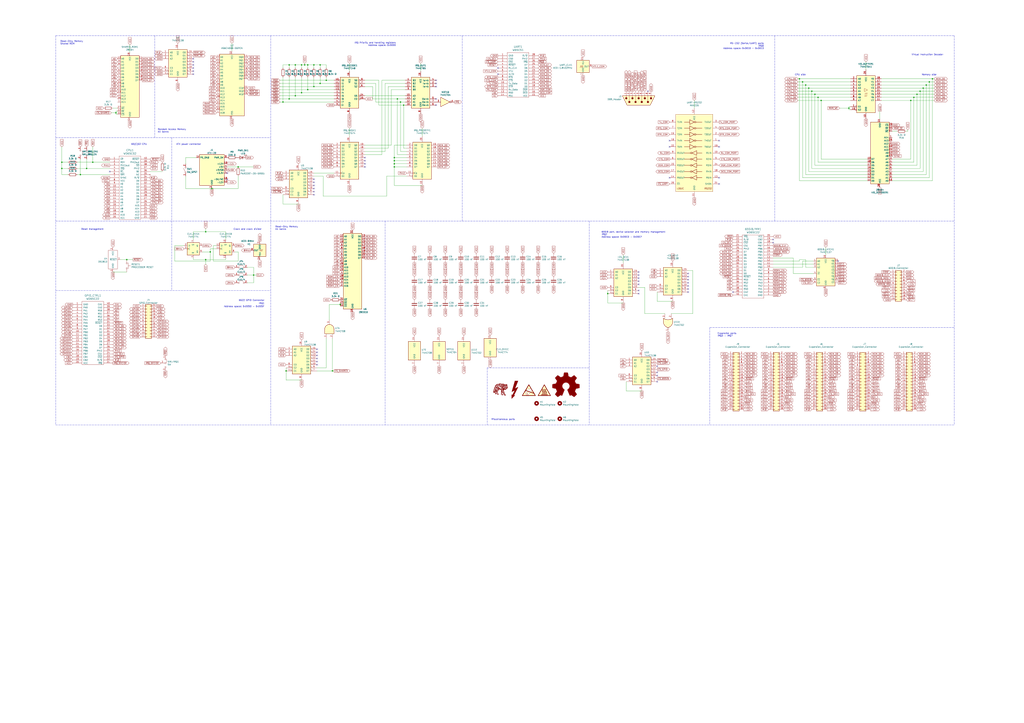
<source format=kicad_sch>
(kicad_sch (version 20211123) (generator eeschema)
  (paper "A1")
  (title_block (title "WolfNet 6502 WBC - Motherboard") (date "2022-05-10") (rev "2.5") (company "WolfNet Computing") (comment 1 "Motherboard for the WolfNet 65C02-based WorkBench Computer.") (comment 2 "CODENAME: Wolfe-1") (comment 3 "NOTE: Always use same type of components for the board. CMOS OR TTL NOT MIXED!"))
  (lib_symbols
    (symbol "65xx:W65C51N" (pin_names (offset 1.016))
      (property "Reference" "U" (at 0 -21.59 0))
      (property "Value" "W65C51N" (at 1.27 0 90))
      (symbol "W65C51N_1_1"
        (pin input line (at -16.51 15.24 0) (length 7.62) (name "GND") (number "1"))
        (pin input line (at -16.51 -7.62 0) (length 7.62) (name "Tx_Data") (number "10"))
        (pin input line (at -16.51 -10.16 0) (length 7.62) (name "~{DTR}") (number "11"))
        (pin input line (at -16.51 -12.7 0) (length 7.62) (name "Rx_Data") (number "12"))
        (pin input line (at -16.51 -15.24 0) (length 7.62) (name "RS0") (number "13"))
        (pin input line (at -16.51 -17.78 0) (length 7.62) (name "RS1") (number "14"))
        (pin power_in line (at 16.51 -17.78 180) (length 7.62) (name "VCC") (number "15"))
        (pin input line (at 16.51 -15.24 180) (length 7.62) (name "~{DCD}") (number "16"))
        (pin input line (at 16.51 -12.7 180) (length 7.62) (name "~{DSR}") (number "17"))
        (pin bidirectional line (at 16.51 -10.16 180) (length 7.62) (name "D0") (number "18"))
        (pin bidirectional line (at 16.51 -7.62 180) (length 7.62) (name "D1") (number "19"))
        (pin input line (at -16.51 12.7 0) (length 7.62) (name "CS0") (number "2"))
        (pin bidirectional line (at 16.51 -5.08 180) (length 7.62) (name "D2") (number "20"))
        (pin bidirectional line (at 16.51 -2.54 180) (length 7.62) (name "D3") (number "21"))
        (pin bidirectional line (at 16.51 0 180) (length 7.62) (name "D4") (number "22"))
        (pin bidirectional line (at 16.51 2.54 180) (length 7.62) (name "D5") (number "23"))
        (pin bidirectional line (at 16.51 5.08 180) (length 7.62) (name "D6") (number "24"))
        (pin bidirectional line (at 16.51 7.62 180) (length 7.62) (name "D7") (number "25"))
        (pin output line (at 16.51 10.16 180) (length 7.62) (name "~{IRQ}") (number "26"))
        (pin input line (at 16.51 12.7 180) (length 7.62) (name "PHI2") (number "27"))
        (pin input line (at 16.51 15.24 180) (length 7.62) (name "R/~{W}") (number "28"))
        (pin input line (at -16.51 10.16 0) (length 7.62) (name "~{CS1}") (number "3"))
        (pin input line (at -16.51 7.62 0) (length 7.62) (name "~{RESET}") (number "4"))
        (pin input line (at -16.51 5.08 0) (length 7.62) (name "Rx_CLK") (number "5"))
        (pin input line (at -16.51 2.54 0) (length 7.62) (name "XTLI") (number "6"))
        (pin input line (at -16.51 0 0) (length 7.62) (name "XLT0") (number "7"))
        (pin input line (at -16.51 -2.54 0) (length 7.62) (name "~{RTS}") (number "8"))
        (pin input line (at -16.51 -5.08 0) (length 7.62) (name "~{CTS}") (number "9"))
      )
    )
    (symbol "65xx:WD65C02" (pin_names (offset 1.016))
      (property "Reference" "U" (at 0 -29.21 0))
      (property "Value" "WD65C02" (at 0 -2.54 90))
      (symbol "WD65C02_1_1"
        (pin output line (at -16.51 22.86 0) (length 7.62) (name "~{VP}") (number "1"))
        (pin output line (at -16.51 0 0) (length 7.62) (name "A1") (number "10"))
        (pin output line (at -16.51 -2.54 0) (length 7.62) (name "A2") (number "11"))
        (pin output line (at -16.51 -5.08 0) (length 7.62) (name "A3") (number "12"))
        (pin output line (at -16.51 -7.62 0) (length 7.62) (name "A4") (number "13"))
        (pin output line (at -16.51 -10.16 0) (length 7.62) (name "A5") (number "14"))
        (pin output line (at -16.51 -12.7 0) (length 7.62) (name "A6") (number "15"))
        (pin output line (at -16.51 -15.24 0) (length 7.62) (name "A7") (number "16"))
        (pin output line (at -16.51 -17.78 0) (length 7.62) (name "A8") (number "17"))
        (pin output line (at -16.51 -20.32 0) (length 7.62) (name "A9") (number "18"))
        (pin output line (at -16.51 -22.86 0) (length 7.62) (name "A10") (number "19"))
        (pin bidirectional line (at -16.51 20.32 0) (length 7.62) (name "RDY") (number "2"))
        (pin output line (at -16.51 -25.4 0) (length 7.62) (name "A11") (number "20"))
        (pin power_in line (at 16.51 -25.4 180) (length 7.62) (name "GND") (number "21"))
        (pin output line (at 16.51 -22.86 180) (length 7.62) (name "A12") (number "22"))
        (pin output line (at 16.51 -20.32 180) (length 7.62) (name "A13") (number "23"))
        (pin output line (at 16.51 -17.78 180) (length 7.62) (name "A14") (number "24"))
        (pin output line (at 16.51 -15.24 180) (length 7.62) (name "A15") (number "25"))
        (pin tri_state line (at 16.51 -12.7 180) (length 7.62) (name "D7") (number "26"))
        (pin tri_state line (at 16.51 -10.16 180) (length 7.62) (name "D6") (number "27"))
        (pin tri_state line (at 16.51 -7.62 180) (length 7.62) (name "D5") (number "28"))
        (pin tri_state line (at 16.51 -5.08 180) (length 7.62) (name "D4") (number "29"))
        (pin output line (at -16.51 17.78 0) (length 7.62) (name "PHI1out") (number "3"))
        (pin tri_state line (at 16.51 -2.54 180) (length 7.62) (name "D3") (number "30"))
        (pin tri_state line (at 16.51 0 180) (length 7.62) (name "D2") (number "31"))
        (pin tri_state line (at 16.51 2.54 180) (length 7.62) (name "D1") (number "32"))
        (pin tri_state line (at 16.51 5.08 180) (length 7.62) (name "D0") (number "33"))
        (pin output line (at 16.51 7.62 180) (length 7.62) (name "R/~{W}") (number "34"))
        (pin no_connect line (at 16.51 10.16 180) (length 7.62) (name "NC") (number "35"))
        (pin input line (at 16.51 12.7 180) (length 7.62) (name "BE") (number "36"))
        (pin input line (at 16.51 15.24 180) (length 7.62) (name "PHI2") (number "37"))
        (pin output line (at 16.51 17.78 180) (length 7.62) (name "~{SO}") (number "38"))
        (pin output line (at 16.51 20.32 180) (length 7.62) (name "PHI2out") (number "39"))
        (pin input line (at -16.51 15.24 0) (length 7.62) (name "~{IRQ}") (number "4"))
        (pin input line (at 16.51 22.86 180) (length 7.62) (name "~{RESET}") (number "40"))
        (pin output line (at -16.51 12.7 0) (length 7.62) (name "~{ML}") (number "5"))
        (pin input line (at -16.51 10.16 0) (length 7.62) (name "~{NMI}") (number "6"))
        (pin output line (at -16.51 7.62 0) (length 7.62) (name "SYNC") (number "7"))
        (pin power_in line (at -16.51 5.08 0) (length 7.62) (name "VCC") (number "8"))
        (pin output line (at -16.51 2.54 0) (length 7.62) (name "A0") (number "9"))
      )
    )
    (symbol "65xx:WD65C22" (pin_names (offset 1.016))
      (property "Reference" "U" (at 0 -29.21 0))
      (property "Value" "WD65C22" (at 0 -2.54 90))
      (symbol "WD65C22_1_1"
        (pin output line (at -16.51 22.86 0) (length 7.62) (name "GND") (number "1"))
        (pin bidirectional line (at -16.51 0 0) (length 7.62) (name "PB0") (number "10"))
        (pin bidirectional line (at -16.51 -2.54 0) (length 7.62) (name "PB1") (number "11"))
        (pin bidirectional line (at -16.51 -5.08 0) (length 7.62) (name "PB2") (number "12"))
        (pin bidirectional line (at -16.51 -7.62 0) (length 7.62) (name "PB3") (number "13"))
        (pin bidirectional line (at -16.51 -10.16 0) (length 7.62) (name "PB4") (number "14"))
        (pin bidirectional line (at -16.51 -12.7 0) (length 7.62) (name "PB5") (number "15"))
        (pin bidirectional line (at -16.51 -15.24 0) (length 7.62) (name "PB6") (number "16"))
        (pin bidirectional line (at -16.51 -17.78 0) (length 7.62) (name "PB7") (number "17"))
        (pin bidirectional line (at -16.51 -20.32 0) (length 7.62) (name "CB1") (number "18"))
        (pin output line (at -16.51 -22.86 0) (length 7.62) (name "CB2") (number "19"))
        (pin bidirectional line (at -16.51 20.32 0) (length 7.62) (name "PA0") (number "2"))
        (pin power_in line (at -16.51 -25.4 0) (length 7.62) (name "VCC") (number "20"))
        (pin output line (at 16.51 -25.4 180) (length 7.62) (name "~{IRQ}") (number "21"))
        (pin input line (at 16.51 -22.86 180) (length 7.62) (name "R/~{W}") (number "22"))
        (pin input line (at 16.51 -20.32 180) (length 7.62) (name "~{CS2}") (number "23"))
        (pin input line (at 16.51 -17.78 180) (length 7.62) (name "CS1") (number "24"))
        (pin input line (at 16.51 -15.24 180) (length 7.62) (name "PHI2") (number "25"))
        (pin tri_state line (at 16.51 -12.7 180) (length 7.62) (name "D7") (number "26"))
        (pin tri_state line (at 16.51 -10.16 180) (length 7.62) (name "D6") (number "27"))
        (pin tri_state line (at 16.51 -7.62 180) (length 7.62) (name "D5") (number "28"))
        (pin tri_state line (at 16.51 -5.08 180) (length 7.62) (name "D4") (number "29"))
        (pin bidirectional line (at -16.51 17.78 0) (length 7.62) (name "PA1") (number "3"))
        (pin tri_state line (at 16.51 -2.54 180) (length 7.62) (name "D3") (number "30"))
        (pin tri_state line (at 16.51 0 180) (length 7.62) (name "D2") (number "31"))
        (pin tri_state line (at 16.51 2.54 180) (length 7.62) (name "D1") (number "32"))
        (pin tri_state line (at 16.51 5.08 180) (length 7.62) (name "D0") (number "33"))
        (pin input line (at 16.51 7.62 180) (length 7.62) (name "~{RESET}") (number "34"))
        (pin input line (at 16.51 10.16 180) (length 7.62) (name "RS3") (number "35"))
        (pin input line (at 16.51 12.7 180) (length 7.62) (name "RS2") (number "36"))
        (pin input line (at 16.51 15.24 180) (length 7.62) (name "RS1") (number "37"))
        (pin input line (at 16.51 17.78 180) (length 7.62) (name "RS0") (number "38"))
        (pin bidirectional line (at 16.51 20.32 180) (length 7.62) (name "CA2") (number "39"))
        (pin bidirectional line (at -16.51 15.24 0) (length 7.62) (name "PA2") (number "4"))
        (pin bidirectional line (at 16.51 22.86 180) (length 7.62) (name "CA1") (number "40"))
        (pin bidirectional line (at -16.51 12.7 0) (length 7.62) (name "PA3") (number "5"))
        (pin bidirectional line (at -16.51 10.16 0) (length 7.62) (name "PA4") (number "6"))
        (pin bidirectional line (at -16.51 7.62 0) (length 7.62) (name "PA5") (number "7"))
        (pin bidirectional line (at -16.51 5.08 0) (length 7.62) (name "PA6") (number "8"))
        (pin bidirectional line (at -16.51 2.54 0) (length 7.62) (name "PA7") (number "9"))
      )
    )
    (symbol "74xx:74HC74" (pin_names (offset 1.016))
      (property "Reference" "U" (at -7.62 8.89 0))
      (property "Value" "74HC74" (at -7.62 -8.89 0))
      (symbol "74HC74_1_0"
        (pin input line (at 0 -7.62 90) (length 2.54) (name "~{R}") (number "1"))
        (pin input line (at -7.62 2.54 0) (length 2.54) (name "D") (number "2"))
        (pin input clock (at -7.62 0 0) (length 2.54) (name "C") (number "3"))
        (pin input line (at 0 7.62 270) (length 2.54) (name "~{S}") (number "4"))
        (pin output line (at 7.62 2.54 180) (length 2.54) (name "Q") (number "5"))
        (pin output line (at 7.62 -2.54 180) (length 2.54) (name "~{Q}") (number "6"))
      )
      (symbol "74HC74_2_0"
        (pin input line (at 0 7.62 270) (length 2.54) (name "~{S}") (number "10"))
        (pin input clock (at -7.62 0 0) (length 2.54) (name "C") (number "11"))
        (pin input line (at -7.62 2.54 0) (length 2.54) (name "D") (number "12"))
        (pin input line (at 0 -7.62 90) (length 2.54) (name "~{R}") (number "13"))
        (pin output line (at 7.62 -2.54 180) (length 2.54) (name "~{Q}") (number "8"))
        (pin output line (at 7.62 2.54 180) (length 2.54) (name "Q") (number "9"))
      )
      (symbol "74HC74_3_0"
        (pin power_in line (at 0 10.16 270) (length 2.54) (name "VCC") (number "14"))
        (pin power_in line (at 0 -10.16 90) (length 2.54) (name "GND") (number "7"))
      )
    )
    (symbol "74xx:74HCT02" (pin_names (offset 1.016))
      (property "Reference" "U" (at 0 1.27 0))
      (property "Value" "74HCT02" (at 0 -1.27 0))
      (symbol "74HCT02_1_1"
        (pin output inverted (at 7.62 0 180) (length 3.81) (name "~") (number "1"))
        (pin input line (at -7.62 2.54 0) (length 4.318) (name "~") (number "2"))
        (pin input line (at -7.62 -2.54 0) (length 4.318) (name "~") (number "3"))
      )
      (symbol "74HCT02_1_2"
        (pin output line (at 7.62 0 180) (length 3.81) (name "~") (number "1"))
        (pin input inverted (at -7.62 2.54 0) (length 3.81) (name "~") (number "2"))
        (pin input inverted (at -7.62 -2.54 0) (length 3.81) (name "~") (number "3"))
      )
      (symbol "74HCT02_2_1"
        (pin output inverted (at 7.62 0 180) (length 3.81) (name "~") (number "4"))
        (pin input line (at -7.62 2.54 0) (length 4.318) (name "~") (number "5"))
        (pin input line (at -7.62 -2.54 0) (length 4.318) (name "~") (number "6"))
      )
      (symbol "74HCT02_2_2"
        (pin output line (at 7.62 0 180) (length 3.81) (name "~") (number "4"))
        (pin input inverted (at -7.62 2.54 0) (length 3.81) (name "~") (number "5"))
        (pin input inverted (at -7.62 -2.54 0) (length 3.81) (name "~") (number "6"))
      )
      (symbol "74HCT02_3_1"
        (pin output inverted (at 7.62 0 180) (length 3.81) (name "~") (number "10"))
        (pin input line (at -7.62 2.54 0) (length 4.318) (name "~") (number "8"))
        (pin input line (at -7.62 -2.54 0) (length 4.318) (name "~") (number "9"))
      )
      (symbol "74HCT02_3_2"
        (pin output line (at 7.62 0 180) (length 3.81) (name "~") (number "10"))
        (pin input inverted (at -7.62 2.54 0) (length 3.81) (name "~") (number "8"))
        (pin input inverted (at -7.62 -2.54 0) (length 3.81) (name "~") (number "9"))
      )
      (symbol "74HCT02_4_1"
        (pin input line (at -7.62 2.54 0) (length 4.318) (name "~") (number "11"))
        (pin input line (at -7.62 -2.54 0) (length 4.318) (name "~") (number "12"))
        (pin output inverted (at 7.62 0 180) (length 3.81) (name "~") (number "13"))
      )
      (symbol "74HCT02_4_2"
        (pin input inverted (at -7.62 2.54 0) (length 3.81) (name "~") (number "11"))
        (pin input inverted (at -7.62 -2.54 0) (length 3.81) (name "~") (number "12"))
        (pin output line (at 7.62 0 180) (length 3.81) (name "~") (number "13"))
      )
      (symbol "74HCT02_5_0"
        (pin power_in line (at 0 12.7 270) (length 5.08) (name "VCC") (number "14"))
        (pin power_in line (at 0 -12.7 90) (length 5.08) (name "GND") (number "7"))
      )
    )
    (symbol "74xx:74HCT04"
      (property "Reference" "U" (at 0 1.27 0))
      (property "Value" "74HCT04" (at 0 -1.27 0))
      (symbol "74HCT04_1_0"
        (pin input line (at -7.62 0 0) (length 3.81) (name "~") (number "1"))
        (pin output inverted (at 7.62 0 180) (length 3.81) (name "~") (number "2"))
      )
      (symbol "74HCT04_2_0"
        (pin input line (at -7.62 0 0) (length 3.81) (name "~") (number "3"))
        (pin output inverted (at 7.62 0 180) (length 3.81) (name "~") (number "4"))
      )
      (symbol "74HCT04_3_0"
        (pin input line (at -7.62 0 0) (length 3.81) (name "~") (number "5"))
        (pin output inverted (at 7.62 0 180) (length 3.81) (name "~") (number "6"))
      )
      (symbol "74HCT04_4_0"
        (pin output inverted (at 7.62 0 180) (length 3.81) (name "~") (number "8"))
        (pin input line (at -7.62 0 0) (length 3.81) (name "~") (number "9"))
      )
      (symbol "74HCT04_5_0"
        (pin output inverted (at 7.62 0 180) (length 3.81) (name "~") (number "10"))
        (pin input line (at -7.62 0 0) (length 3.81) (name "~") (number "11"))
      )
      (symbol "74HCT04_6_0"
        (pin output inverted (at 7.62 0 180) (length 3.81) (name "~") (number "12"))
        (pin input line (at -7.62 0 0) (length 3.81) (name "~") (number "13"))
      )
      (symbol "74HCT04_7_0"
        (pin power_in line (at 0 12.7 270) (length 5.08) (name "VCC") (number "14"))
        (pin power_in line (at 0 -12.7 90) (length 5.08) (name "GND") (number "7"))
      )
    )
    (symbol "74xx:74HCT137"
      (property "Reference" "U" (at -7.62 13.97 0))
      (property "Value" "74HCT137" (at 2.54 -11.43 0))
      (symbol "74HCT137_1_1"
        (pin input line (at -10.16 10.16 0) (length 2.54) (name "A0") (number "1"))
        (pin output line (at 10.16 -2.54 180) (length 2.54) (name "~{Y5}") (number "10"))
        (pin output line (at 10.16 0 180) (length 2.54) (name "~{Y4}") (number "11"))
        (pin output line (at 10.16 2.54 180) (length 2.54) (name "~{Y3}") (number "12"))
        (pin output line (at 10.16 5.08 180) (length 2.54) (name "~{Y2}") (number "13"))
        (pin output line (at 10.16 7.62 180) (length 2.54) (name "~{Y1}") (number "14"))
        (pin output line (at 10.16 10.16 180) (length 2.54) (name "~{Y0}") (number "15"))
        (pin power_in line (at 0 15.24 270) (length 2.54) (name "VCC") (number "16"))
        (pin input line (at -10.16 7.62 0) (length 2.54) (name "A1") (number "2"))
        (pin input line (at -10.16 5.08 0) (length 2.54) (name "A2") (number "3"))
        (pin input line (at -10.16 0 0) (length 2.54) (name "~{LE}") (number "4"))
        (pin input line (at -10.16 -5.08 0) (length 2.54) (name "~{E1}") (number "5"))
        (pin input line (at -10.16 -7.62 0) (length 2.54) (name "E2") (number "6"))
        (pin output line (at 10.16 -7.62 180) (length 2.54) (name "~{Y7}") (number "7"))
        (pin power_in line (at 0 -12.7 90) (length 2.54) (name "GND") (number "8"))
        (pin output line (at 10.16 -5.08 180) (length 2.54) (name "~{Y6}") (number "9"))
      )
    )
    (symbol "74xx:74HCT541" (pin_names (offset 1.016))
      (property "Reference" "U" (at -7.62 16.51 0))
      (property "Value" "74HCT541" (at -7.62 -16.51 0))
      (symbol "74HCT541_1_0"
        (pin input inverted (at -12.7 -10.16 0) (length 5.08) (name "G1") (number "1"))
        (pin power_in line (at 0 -20.32 90) (length 5.08) (name "GND") (number "10"))
        (pin tri_state line (at 12.7 -5.08 180) (length 5.08) (name "Y7") (number "11"))
        (pin tri_state line (at 12.7 -2.54 180) (length 5.08) (name "Y6") (number "12"))
        (pin tri_state line (at 12.7 0 180) (length 5.08) (name "Y5") (number "13"))
        (pin tri_state line (at 12.7 2.54 180) (length 5.08) (name "Y4") (number "14"))
        (pin tri_state line (at 12.7 5.08 180) (length 5.08) (name "Y3") (number "15"))
        (pin tri_state line (at 12.7 7.62 180) (length 5.08) (name "Y2") (number "16"))
        (pin tri_state line (at 12.7 10.16 180) (length 5.08) (name "Y1") (number "17"))
        (pin tri_state line (at 12.7 12.7 180) (length 5.08) (name "Y0") (number "18"))
        (pin input inverted (at -12.7 -12.7 0) (length 5.08) (name "G2") (number "19"))
        (pin input line (at -12.7 12.7 0) (length 5.08) (name "A0") (number "2"))
        (pin power_in line (at 0 20.32 270) (length 5.08) (name "VCC") (number "20"))
        (pin input line (at -12.7 10.16 0) (length 5.08) (name "A1") (number "3"))
        (pin input line (at -12.7 7.62 0) (length 5.08) (name "A2") (number "4"))
        (pin input line (at -12.7 5.08 0) (length 5.08) (name "A3") (number "5"))
        (pin input line (at -12.7 2.54 0) (length 5.08) (name "A4") (number "6"))
        (pin input line (at -12.7 0 0) (length 5.08) (name "A5") (number "7"))
        (pin input line (at -12.7 -2.54 0) (length 5.08) (name "A6") (number "8"))
        (pin input line (at -12.7 -5.08 0) (length 5.08) (name "A7") (number "9"))
      )
    )
    (symbol "74xx:74HCT574" (pin_names (offset 1.016))
      (property "Reference" "U" (at -7.62 16.51 0))
      (property "Value" "74HCT574" (at -7.62 -16.51 0))
      (symbol "74HCT574_1_0"
        (pin input inverted (at -12.7 -12.7 0) (length 5.08) (name "OE") (number "1"))
        (pin power_in line (at 0 -20.32 90) (length 5.08) (name "GND") (number "10"))
        (pin input clock (at -12.7 -10.16 0) (length 5.08) (name "Cp") (number "11"))
        (pin tri_state line (at 12.7 -5.08 180) (length 5.08) (name "Q7") (number "12"))
        (pin tri_state line (at 12.7 -2.54 180) (length 5.08) (name "Q6") (number "13"))
        (pin tri_state line (at 12.7 0 180) (length 5.08) (name "Q5") (number "14"))
        (pin tri_state line (at 12.7 2.54 180) (length 5.08) (name "Q4") (number "15"))
        (pin tri_state line (at 12.7 5.08 180) (length 5.08) (name "Q3") (number "16"))
        (pin tri_state line (at 12.7 7.62 180) (length 5.08) (name "Q2") (number "17"))
        (pin tri_state line (at 12.7 10.16 180) (length 5.08) (name "Q1") (number "18"))
        (pin tri_state line (at 12.7 12.7 180) (length 5.08) (name "Q0") (number "19"))
        (pin input line (at -12.7 12.7 0) (length 5.08) (name "D0") (number "2"))
        (pin power_in line (at 0 20.32 270) (length 5.08) (name "VCC") (number "20"))
        (pin input line (at -12.7 10.16 0) (length 5.08) (name "D1") (number "3"))
        (pin input line (at -12.7 7.62 0) (length 5.08) (name "D2") (number "4"))
        (pin input line (at -12.7 5.08 0) (length 5.08) (name "D3") (number "5"))
        (pin input line (at -12.7 2.54 0) (length 5.08) (name "D4") (number "6"))
        (pin input line (at -12.7 0 0) (length 5.08) (name "D5") (number "7"))
        (pin input line (at -12.7 -2.54 0) (length 5.08) (name "D6") (number "8"))
        (pin input line (at -12.7 -5.08 0) (length 5.08) (name "D7") (number "9"))
      )
    )
    (symbol "74xx:74LS08" (pin_names (offset 1.016))
      (property "Reference" "U" (at 0 1.27 0))
      (property "Value" "74LS08" (at 0 -1.27 0))
      (symbol "74LS08_1_1"
        (pin input line (at -7.62 2.54 0) (length 3.81) (name "~") (number "1"))
        (pin input line (at -7.62 -2.54 0) (length 3.81) (name "~") (number "2"))
        (pin output line (at 7.62 0 180) (length 3.81) (name "~") (number "3"))
      )
      (symbol "74LS08_1_2"
        (pin input inverted (at -7.62 2.54 0) (length 4.318) (name "~") (number "1"))
        (pin input inverted (at -7.62 -2.54 0) (length 4.318) (name "~") (number "2"))
        (pin output inverted (at 7.62 0 180) (length 3.81) (name "~") (number "3"))
      )
      (symbol "74LS08_2_1"
        (pin input line (at -7.62 2.54 0) (length 3.81) (name "~") (number "4"))
        (pin input line (at -7.62 -2.54 0) (length 3.81) (name "~") (number "5"))
        (pin output line (at 7.62 0 180) (length 3.81) (name "~") (number "6"))
      )
      (symbol "74LS08_2_2"
        (pin input inverted (at -7.62 2.54 0) (length 4.318) (name "~") (number "4"))
        (pin input inverted (at -7.62 -2.54 0) (length 4.318) (name "~") (number "5"))
        (pin output inverted (at 7.62 0 180) (length 3.81) (name "~") (number "6"))
      )
      (symbol "74LS08_3_1"
        (pin input line (at -7.62 -2.54 0) (length 3.81) (name "~") (number "10"))
        (pin output line (at 7.62 0 180) (length 3.81) (name "~") (number "8"))
        (pin input line (at -7.62 2.54 0) (length 3.81) (name "~") (number "9"))
      )
      (symbol "74LS08_3_2"
        (pin input inverted (at -7.62 -2.54 0) (length 4.318) (name "~") (number "10"))
        (pin output inverted (at 7.62 0 180) (length 3.81) (name "~") (number "8"))
        (pin input inverted (at -7.62 2.54 0) (length 4.318) (name "~") (number "9"))
      )
      (symbol "74LS08_4_1"
        (pin output line (at 7.62 0 180) (length 3.81) (name "~") (number "11"))
        (pin input line (at -7.62 2.54 0) (length 3.81) (name "~") (number "12"))
        (pin input line (at -7.62 -2.54 0) (length 3.81) (name "~") (number "13"))
      )
      (symbol "74LS08_4_2"
        (pin output inverted (at 7.62 0 180) (length 3.81) (name "~") (number "11"))
        (pin input inverted (at -7.62 2.54 0) (length 4.318) (name "~") (number "12"))
        (pin input inverted (at -7.62 -2.54 0) (length 4.318) (name "~") (number "13"))
      )
      (symbol "74LS08_5_0"
        (pin power_in line (at 0 12.7 270) (length 5.08) (name "VCC") (number "14"))
        (pin power_in line (at 0 -12.7 90) (length 5.08) (name "GND") (number "7"))
      )
    )
    (symbol "74xx:74LS138" (pin_names (offset 1.016))
      (property "Reference" "U" (at -7.62 11.43 0))
      (property "Value" "74LS138" (at -7.62 -13.97 0))
      (symbol "74LS138_1_0"
        (pin input line (at -12.7 7.62 0) (length 5.08) (name "A0") (number "1"))
        (pin output output_low (at 12.7 -5.08 180) (length 5.08) (name "O5") (number "10"))
        (pin output output_low (at 12.7 -2.54 180) (length 5.08) (name "O4") (number "11"))
        (pin output output_low (at 12.7 0 180) (length 5.08) (name "O3") (number "12"))
        (pin output output_low (at 12.7 2.54 180) (length 5.08) (name "O2") (number "13"))
        (pin output output_low (at 12.7 5.08 180) (length 5.08) (name "O1") (number "14"))
        (pin output output_low (at 12.7 7.62 180) (length 5.08) (name "O0") (number "15"))
        (pin power_in line (at 0 15.24 270) (length 5.08) (name "VCC") (number "16"))
        (pin input line (at -12.7 5.08 0) (length 5.08) (name "A1") (number "2"))
        (pin input line (at -12.7 2.54 0) (length 5.08) (name "A2") (number "3"))
        (pin input input_low (at -12.7 -10.16 0) (length 5.08) (name "E1") (number "4"))
        (pin input input_low (at -12.7 -7.62 0) (length 5.08) (name "E2") (number "5"))
        (pin input line (at -12.7 -5.08 0) (length 5.08) (name "E3") (number "6"))
        (pin output output_low (at 12.7 -10.16 180) (length 5.08) (name "O7") (number "7"))
        (pin power_in line (at 0 -17.78 90) (length 5.08) (name "GND") (number "8"))
        (pin output output_low (at 12.7 -7.62 180) (length 5.08) (name "O6") (number "9"))
      )
    )
    (symbol "74xx:74LS148" (pin_names (offset 1.016))
      (property "Reference" "U" (at -7.62 13.97 0))
      (property "Value" "74LS148" (at -7.62 -13.97 0))
      (symbol "74LS148_1_0"
        (pin input inverted (at -12.7 0 0) (length 5.08) (name "I4") (number "1"))
        (pin input inverted (at -12.7 10.16 0) (length 5.08) (name "IO") (number "10"))
        (pin input inverted (at -12.7 7.62 0) (length 5.08) (name "I1") (number "11"))
        (pin input inverted (at -12.7 5.08 0) (length 5.08) (name "I2") (number "12"))
        (pin input inverted (at -12.7 2.54 0) (length 5.08) (name "I3") (number "13"))
        (pin output inverted (at 12.7 -2.54 180) (length 5.08) (name "GS") (number "14"))
        (pin output inverted (at 12.7 -5.08 180) (length 5.08) (name "EO") (number "15"))
        (pin power_in line (at 0 17.78 270) (length 5.08) (name "VCC") (number "16"))
        (pin input inverted (at -12.7 -2.54 0) (length 5.08) (name "I5") (number "2"))
        (pin input inverted (at -12.7 -5.08 0) (length 5.08) (name "I6") (number "3"))
        (pin input inverted (at -12.7 -7.62 0) (length 5.08) (name "I7") (number "4"))
        (pin input inverted (at -12.7 -10.16 0) (length 5.08) (name "EI") (number "5"))
        (pin output inverted (at 12.7 5.08 180) (length 5.08) (name "S2") (number "6"))
        (pin output inverted (at 12.7 7.62 180) (length 5.08) (name "S1") (number "7"))
        (pin power_in line (at 0 -17.78 90) (length 5.08) (name "GND") (number "8"))
        (pin output inverted (at 12.7 10.16 180) (length 5.08) (name "S0") (number "9"))
      )
    )
    (symbol "74xx:74LS85" (pin_names (offset 1.016))
      (property "Reference" "U" (at -7.62 13.97 0))
      (property "Value" "74LS85" (at -7.62 -13.97 0))
      (symbol "74LS85_1_0"
        (pin input line (at -12.7 10.16 0) (length 5.08) (name "B3") (number "1"))
        (pin input line (at -12.7 -10.16 0) (length 5.08) (name "A0") (number "10"))
        (pin input line (at -12.7 5.08 0) (length 5.08) (name "B1") (number "11"))
        (pin input line (at -12.7 -7.62 0) (length 5.08) (name "A1") (number "12"))
        (pin input line (at -12.7 -5.08 0) (length 5.08) (name "A2") (number "13"))
        (pin input line (at -12.7 7.62 0) (length 5.08) (name "B2") (number "14"))
        (pin input line (at -12.7 -2.54 0) (length 5.08) (name "A3") (number "15"))
        (pin power_in line (at 0 17.78 270) (length 5.08) (name "VCC") (number "16"))
        (pin input line (at 12.7 7.62 180) (length 5.08) (name "Ia<b") (number "2"))
        (pin input line (at 12.7 5.08 180) (length 5.08) (name "Ia=b") (number "3"))
        (pin input line (at 12.7 10.16 180) (length 5.08) (name "Ia>b") (number "4"))
        (pin output line (at 12.7 -5.08 180) (length 5.08) (name "Oa>b") (number "5"))
        (pin output line (at 12.7 -10.16 180) (length 5.08) (name "Oa=b") (number "6"))
        (pin output line (at 12.7 -7.62 180) (length 5.08) (name "Oa<b") (number "7"))
        (pin power_in line (at 0 -17.78 90) (length 5.08) (name "GND") (number "8"))
        (pin input line (at -12.7 2.54 0) (length 5.08) (name "B0") (number "9"))
      )
    )
    (symbol "Connector:ATX-20"
      (property "Reference" "J" (at -8.89 13.97 0))
      (property "Value" "ATX-20" (at 6.35 13.97 0))
      (symbol "ATX-20_1_1"
        (pin power_out line (at 12.7 -2.54 180) (length 2.54) (name "+3.3V") (number "1"))
        (pin power_out line (at 12.7 5.08 180) (length 2.54) (name "+12V") (number "10"))
        (pin passive line (at 12.7 -2.54 180) (length 2.54) hide (name "+3.3V") (number "11"))
        (pin power_out line (at 12.7 -10.16 180) (length 2.54) (name "-12V") (number "12"))
        (pin passive line (at 0 -15.24 90) (length 2.54) hide (name "GND") (number "13"))
        (pin open_collector line (at -12.7 10.16 0) (length 2.54) (name "PS_ON#") (number "14"))
        (pin passive line (at 0 -15.24 90) (length 2.54) hide (name "GND") (number "15"))
        (pin passive line (at 0 -15.24 90) (length 2.54) hide (name "GND") (number "16"))
        (pin passive line (at 0 -15.24 90) (length 2.54) hide (name "GND") (number "17"))
        (pin power_out line (at 12.7 -7.62 180) (length 2.54) (name "-5V/NC") (number "18"))
        (pin passive line (at 12.7 2.54 180) (length 2.54) hide (name "+5V") (number "19"))
        (pin passive line (at 12.7 -2.54 180) (length 2.54) hide (name "+3.3V") (number "2"))
        (pin passive line (at 12.7 2.54 180) (length 2.54) hide (name "+5V") (number "20"))
        (pin power_out line (at 0 -15.24 90) (length 2.54) (name "GND") (number "3"))
        (pin power_out line (at 12.7 2.54 180) (length 2.54) (name "+5V") (number "4"))
        (pin passive line (at 0 -15.24 90) (length 2.54) hide (name "GND") (number "5"))
        (pin passive line (at 12.7 2.54 180) (length 2.54) hide (name "+5V") (number "6"))
        (pin passive line (at 0 -15.24 90) (length 2.54) hide (name "GND") (number "7"))
        (pin output line (at 12.7 10.16 180) (length 2.54) (name "PWR_OK") (number "8"))
        (pin power_out line (at 12.7 0 180) (length 2.54) (name "+5VSB") (number "9"))
      )
    )
    (symbol "Device:C" (pin_numbers hide) (pin_names (offset 0.254))
      (property "Reference" "C" (at 0.635 2.54 0))
      (property "Value" "C" (at 0.635 -2.54 0))
      (symbol "C_1_1"
        (pin passive line (at 0 3.81 270) (length 2.794) (name "~") (number "1"))
        (pin passive line (at 0 -3.81 90) (length 2.794) (name "~") (number "2"))
      )
    )
    (symbol "Device:LED" (pin_numbers hide) (pin_names (offset 1.016) hide)
      (property "Reference" "D" (at 0 2.54 0))
      (property "Value" "LED" (at 0 -2.54 0))
      (symbol "LED_1_1"
        (pin passive line (at -3.81 0 0) (length 2.54) (name "K") (number "1"))
        (pin passive line (at 3.81 0 180) (length 2.54) (name "A") (number "2"))
      )
    )
    (symbol "Device:R" (pin_numbers hide) (pin_names (offset 0))
      (property "Reference" "R" (at 2.032 0 90))
      (property "Value" "R" (at 0 0 90))
      (symbol "R_1_1"
        (pin passive line (at 0 3.81 270) (length 1.27) (name "~") (number "1"))
        (pin passive line (at 0 -3.81 90) (length 1.27) (name "~") (number "2"))
      )
    )
    (symbol "Expansion_Connector_4" (pin_names (offset 1.016) hide)
      (property "Reference" "J" (at 0 25.4 0))
      (property "Value" "Expansion_Connector_4" (at 1.27 -25.4 0))
      (symbol "Expansion_Connector_4_0_0"
        (pin power_in line (at -6.35 22.86 0) (length 3.81) (name "~") (number "1"))
      )
      (symbol "Expansion_Connector_4_1_1"
        (pin bidirectional line (at 6.35 12.7 180) (length 3.81) (name "Pin_10") (number "10"))
        (pin input line (at -6.35 10.16 0) (length 3.81) (name "Pin_11") (number "11"))
        (pin bidirectional line (at 6.35 10.16 180) (length 3.81) (name "Pin_12") (number "12"))
        (pin input line (at -6.35 7.62 0) (length 3.81) (name "Pin_13") (number "13"))
        (pin bidirectional line (at 6.35 7.62 180) (length 3.81) (name "Pin_14") (number "14"))
        (pin input line (at -6.35 5.08 0) (length 3.81) (name "Pin_15") (number "15"))
        (pin bidirectional line (at 6.35 5.08 180) (length 3.81) (name "Pin_16") (number "16"))
        (pin input line (at -6.35 2.54 0) (length 3.81) (name "Pin_17") (number "17"))
        (pin input line (at 6.35 2.54 180) (length 3.81) (name "Pin_18") (number "18"))
        (pin input line (at -6.35 0 0) (length 3.81) (name "Pin_19") (number "19"))
        (pin bidirectional line (at 6.35 22.86 180) (length 3.81) (name "Pin_2") (number "2"))
        (pin input line (at 6.35 0 180) (length 3.81) (name "Pin_20") (number "20"))
        (pin input line (at -6.35 -2.54 0) (length 3.81) (name "Pin_21") (number "21"))
        (pin input line (at 6.35 -2.54 180) (length 3.81) (name "Pin_22") (number "22"))
        (pin input line (at -6.35 -5.08 0) (length 3.81) (name "Pin_23") (number "23"))
        (pin input line (at 6.35 -5.08 180) (length 3.81) (name "Pin_24") (number "24"))
        (pin input line (at -6.35 -7.62 0) (length 3.81) (name "Pin_25") (number "25"))
        (pin output line (at 6.35 -7.62 180) (length 3.81) (name "Pin_26") (number "26"))
        (pin input line (at -6.35 -10.16 0) (length 3.81) (name "Pin_27") (number "27"))
        (pin output line (at 6.35 -10.16 180) (length 3.81) (name "Pin_28") (number "28"))
        (pin input line (at -6.35 -12.7 0) (length 3.81) (name "Pin_29") (number "29"))
        (pin power_out line (at -6.35 20.32 0) (length 3.81) (name "Pin_3") (number "3"))
        (pin output line (at 6.35 -12.7 180) (length 3.81) (name "Pin_30") (number "30"))
        (pin input line (at -6.35 -15.24 0) (length 3.81) (name "Pin_31") (number "31"))
        (pin output line (at 6.35 -15.24 180) (length 3.81) (name "Pin_32") (number "32"))
        (pin input line (at -6.35 -17.78 0) (length 3.81) (name "Pin_33") (number "33"))
        (pin output line (at 6.35 -17.78 180) (length 3.81) (name "Pin_34") (number "34"))
        (pin input line (at -6.35 -20.32 0) (length 3.81) (name "Pin_35") (number "35"))
        (pin output line (at 6.35 -20.32 180) (length 3.81) (name "Pin_36") (number "36"))
        (pin input line (at -6.35 -22.86 0) (length 3.81) (name "Pin_37") (number "37"))
        (pin output line (at 6.35 -22.86 180) (length 3.81) (name "Pin_38") (number "38"))
        (pin bidirectional line (at 6.35 20.32 180) (length 3.81) (name "Pin_4") (number "4"))
        (pin input line (at -6.35 17.78 0) (length 3.81) (name "Pin_5") (number "5"))
        (pin bidirectional line (at 6.35 17.78 180) (length 3.81) (name "Pin_6") (number "6"))
        (pin input line (at -6.35 15.24 0) (length 3.81) (name "Pin_7") (number "7"))
        (pin bidirectional line (at 6.35 15.24 180) (length 3.81) (name "Pin_8") (number "8"))
        (pin input line (at -6.35 12.7 0) (length 3.81) (name "Pin_9") (number "9"))
      )
    )
    (symbol "Graphic:Logo_Open_Hardware_Large" (pin_names (offset 1.016)))
    (symbol "Graphic:SYM_ESD_Large" (pin_names (offset 1.016)))
    (symbol "Graphic:SYM_Flash_XLarge" (pin_names (offset 1.016)))
    (symbol "Graphic:SYM_Hot_Large" (pin_names (offset 1.016) hide))
    (symbol "Jumper:Jumper_2_Open" (pin_names (offset 0) hide)
      (property "Reference" "JP" (at 0 2.794 0))
      (property "Value" "Jumper_2_Open" (at 0 -2.286 0))
      (symbol "Jumper_2_Open_1_1"
        (pin passive line (at -5.08 0 0) (length 2.54) (name "A") (number "1"))
        (pin passive line (at 5.08 0 180) (length 2.54) (name "B") (number "2"))
      )
    )
    (symbol "Jumper:Jumper_3_Bridged12" (pin_names (offset 0) hide)
      (property "Reference" "JP" (at -2.54 -2.54 0))
      (property "Value" "Jumper_3_Bridged12" (at 0 2.794 0))
      (symbol "Jumper_3_Bridged12_1_1"
        (pin passive line (at -6.35 0 0) (length 2.54) (name "A") (number "1"))
        (pin passive line (at 0 -3.81 90) (length 2.54) (name "C") (number "2"))
        (pin passive line (at 6.35 0 180) (length 2.54) (name "B") (number "3"))
      )
    )
    (symbol "Mechanical:MountingHole" (pin_names (offset 1.016))
      (property "Reference" "H" (at 0 5.08 0))
      (property "Value" "MountingHole" (at 0 3.175 0))
    )
    (symbol "Memory_RAM:AS6C4008-55PCN"
      (property "Reference" "U" (at -10.16 26.035 0))
      (property "Value" "AS6C4008-55PCN" (at 2.54 26.035 0))
      (symbol "AS6C4008-55PCN_0_0"
        (pin power_in line (at 0 -27.94 90) (length 2.54) (name "VSS") (number "16"))
        (pin power_in line (at 0 27.94 270) (length 2.54) (name "VCC") (number "32"))
      )
      (symbol "AS6C4008-55PCN_1_1"
        (pin input line (at -12.7 -22.86 0) (length 2.54) (name "A18") (number "1"))
        (pin input line (at -12.7 17.78 0) (length 2.54) (name "A2") (number "10"))
        (pin input line (at -12.7 20.32 0) (length 2.54) (name "A1") (number "11"))
        (pin input line (at -12.7 22.86 0) (length 2.54) (name "A0") (number "12"))
        (pin tri_state line (at 12.7 22.86 180) (length 2.54) (name "DQ0") (number "13"))
        (pin tri_state line (at 12.7 20.32 180) (length 2.54) (name "DQ1") (number "14"))
        (pin tri_state line (at 12.7 17.78 180) (length 2.54) (name "DQ2") (number "15"))
        (pin tri_state line (at 12.7 15.24 180) (length 2.54) (name "DQ3") (number "17"))
        (pin tri_state line (at 12.7 12.7 180) (length 2.54) (name "DQ4") (number "18"))
        (pin tri_state line (at 12.7 10.16 180) (length 2.54) (name "DQ5") (number "19"))
        (pin input line (at -12.7 -17.78 0) (length 2.54) (name "A16") (number "2"))
        (pin tri_state line (at 12.7 7.62 180) (length 2.54) (name "DQ6") (number "20"))
        (pin tri_state line (at 12.7 5.08 180) (length 2.54) (name "DQ7") (number "21"))
        (pin input line (at 12.7 -2.54 180) (length 2.54) (name "CE#") (number "22"))
        (pin input line (at -12.7 -2.54 0) (length 2.54) (name "A10") (number "23"))
        (pin input line (at 12.7 -5.08 180) (length 2.54) (name "OE#") (number "24"))
        (pin input line (at -12.7 -5.08 0) (length 2.54) (name "A11") (number "25"))
        (pin input line (at -12.7 0 0) (length 2.54) (name "A9") (number "26"))
        (pin input line (at -12.7 2.54 0) (length 2.54) (name "A8") (number "27"))
        (pin input line (at -12.7 -10.16 0) (length 2.54) (name "A13") (number "28"))
        (pin input line (at 12.7 -7.62 180) (length 2.54) (name "WE#") (number "29"))
        (pin input line (at -12.7 -12.7 0) (length 2.54) (name "A14") (number "3"))
        (pin input line (at -12.7 -20.32 0) (length 2.54) (name "A17") (number "30"))
        (pin input line (at -12.7 -15.24 0) (length 2.54) (name "A15") (number "31"))
        (pin input line (at -12.7 -7.62 0) (length 2.54) (name "A12") (number "4"))
        (pin input line (at -12.7 5.08 0) (length 2.54) (name "A7") (number "5"))
        (pin input line (at -12.7 7.62 0) (length 2.54) (name "A6") (number "6"))
        (pin input line (at -12.7 10.16 0) (length 2.54) (name "A5") (number "7"))
        (pin input line (at -12.7 12.7 0) (length 2.54) (name "A4") (number "8"))
        (pin input line (at -12.7 15.24 0) (length 2.54) (name "A3") (number "9"))
      )
    )
    (symbol "Oscillator:ACO-xxxMHz" (pin_names (offset 0.254))
      (property "Reference" "X" (at -5.08 6.35 0))
      (property "Value" "ACO-xxxMHz" (at 1.27 -6.35 0))
      (symbol "ACO-xxxMHz_1_1"
        (pin no_connect line (at -7.62 0 0) (length 2.54) hide (name "NC") (number "1"))
        (pin power_in line (at 0 7.62 270) (length 2.54) (name "Vcc") (number "14"))
        (pin power_in line (at 0 -7.62 90) (length 2.54) (name "GND") (number "7"))
        (pin output line (at 7.62 0 180) (length 2.54) (name "OUT") (number "8"))
      )
    )
    (symbol "PC:28C010"
      (property "Reference" "U" (at -7.62 30.48 0))
      (property "Value" "28C010" (at 2.54 -35.56 0))
      (symbol "28C010_1_1"
        (pin input line (at -10.16 21.59 0) (length 2.54) (name "A2") (number "10"))
        (pin input line (at -10.16 24.13 0) (length 2.54) (name "A1") (number "11"))
        (pin input line (at -10.16 26.67 0) (length 2.54) (name "A0") (number "12"))
        (pin tri_state line (at 10.16 26.67 180) (length 2.54) (name "D0") (number "13"))
        (pin tri_state line (at 10.16 24.13 180) (length 2.54) (name "D1") (number "14"))
        (pin tri_state line (at 10.16 21.59 180) (length 2.54) (name "D2") (number "15"))
        (pin power_in line (at 0 -35.56 90) (length 2.54) (name "GND") (number "16"))
        (pin tri_state line (at 10.16 19.05 180) (length 2.54) (name "D3") (number "17"))
        (pin tri_state line (at 10.16 16.51 180) (length 2.54) (name "D4") (number "18"))
        (pin tri_state line (at 10.16 13.97 180) (length 2.54) (name "D5") (number "19"))
        (pin input line (at -10.16 -13.97 0) (length 2.54) (name "A16") (number "2"))
        (pin tri_state line (at 10.16 11.43 180) (length 2.54) (name "D6") (number "20"))
        (pin tri_state line (at 10.16 8.89 180) (length 2.54) (name "D7") (number "21"))
        (pin input line (at -10.16 -30.48 0) (length 2.54) (name "~{CE}") (number "22"))
        (pin input line (at -10.16 1.27 0) (length 2.54) (name "A10") (number "23"))
        (pin input line (at -10.16 -27.94 0) (length 2.54) (name "~{OE}") (number "24"))
        (pin input line (at -10.16 -1.27 0) (length 2.54) (name "A11") (number "25"))
        (pin input line (at -10.16 3.81 0) (length 2.54) (name "A9") (number "26"))
        (pin input line (at -10.16 6.35 0) (length 2.54) (name "A8") (number "27"))
        (pin input line (at -10.16 -6.35 0) (length 2.54) (name "A13") (number "28"))
        (pin input line (at -10.16 -8.89 0) (length 2.54) (name "A14") (number "29"))
        (pin input line (at -10.16 -11.43 0) (length 2.54) (name "A15") (number "3"))
        (pin input line (at -10.16 -25.4 0) (length 2.54) (name "~{WE}") (number "31"))
        (pin power_in line (at 0 31.75 270) (length 2.54) (name "VCC") (number "32"))
        (pin input line (at -10.16 -3.81 0) (length 2.54) (name "A12") (number "4"))
        (pin input line (at -10.16 8.89 0) (length 2.54) (name "A7") (number "5"))
        (pin input line (at -10.16 11.43 0) (length 2.54) (name "A6") (number "6"))
        (pin input line (at -10.16 13.97 0) (length 2.54) (name "A5") (number "7"))
        (pin input line (at -10.16 16.51 0) (length 2.54) (name "A4") (number "8"))
        (pin input line (at -10.16 19.05 0) (length 2.54) (name "A3") (number "9"))
      )
    )
    (symbol "PC:28C64"
      (property "Reference" "U" (at -7.62 26.67 0))
      (property "Value" "28C64" (at 2.54 -26.67 0))
      (symbol "28C64_1_1"
        (pin input line (at -10.16 -12.7 0) (length 2.54) (name "A14") (number "1"))
        (pin input line (at -10.16 22.86 0) (length 2.54) (name "A0") (number "10"))
        (pin tri_state line (at 10.16 22.86 180) (length 2.54) (name "D0") (number "11"))
        (pin tri_state line (at 10.16 20.32 180) (length 2.54) (name "D1") (number "12"))
        (pin tri_state line (at 10.16 17.78 180) (length 2.54) (name "D2") (number "13"))
        (pin power_in line (at 0 -27.94 90) (length 2.54) (name "GND") (number "14"))
        (pin tri_state line (at 10.16 15.24 180) (length 2.54) (name "D3") (number "15"))
        (pin tri_state line (at 10.16 12.7 180) (length 2.54) (name "D4") (number "16"))
        (pin tri_state line (at 10.16 10.16 180) (length 2.54) (name "D5") (number "17"))
        (pin tri_state line (at 10.16 7.62 180) (length 2.54) (name "D6") (number "18"))
        (pin tri_state line (at 10.16 5.08 180) (length 2.54) (name "D7") (number "19"))
        (pin input line (at -10.16 -7.62 0) (length 2.54) (name "A12") (number "2"))
        (pin input line (at -10.16 -22.86 0) (length 2.54) (name "~{CS}") (number "20"))
        (pin input line (at -10.16 -2.54 0) (length 2.54) (name "A10") (number "21"))
        (pin input line (at -10.16 -20.32 0) (length 2.54) (name "~{OE}") (number "22"))
        (pin input line (at -10.16 -5.08 0) (length 2.54) (name "A11") (number "23"))
        (pin input line (at -10.16 0 0) (length 2.54) (name "A9") (number "24"))
        (pin input line (at -10.16 2.54 0) (length 2.54) (name "A8") (number "25"))
        (pin input line (at -10.16 -10.16 0) (length 2.54) (name "A13") (number "26"))
        (pin input line (at -10.16 -17.78 0) (length 2.54) (name "~{WE}") (number "27"))
        (pin power_in line (at 0 27.94 270) (length 2.54) (name "VCC") (number "28"))
        (pin input line (at -10.16 5.08 0) (length 2.54) (name "A7") (number "3"))
        (pin input line (at -10.16 7.62 0) (length 2.54) (name "A6") (number "4"))
        (pin input line (at -10.16 10.16 0) (length 2.54) (name "A5") (number "5"))
        (pin input line (at -10.16 12.7 0) (length 2.54) (name "A4") (number "6"))
        (pin input line (at -10.16 15.24 0) (length 2.54) (name "A3") (number "7"))
        (pin input line (at -10.16 17.78 0) (length 2.54) (name "A2") (number "8"))
        (pin input line (at -10.16 20.32 0) (length 2.54) (name "A1") (number "9"))
      )
    )
    (symbol "PC:65SIB_Connector" (pin_names (offset 1.016) hide)
      (property "Reference" "J" (at 1.27 12.7 0))
      (property "Value" "65SIB_Connector" (at 1.27 -15.24 0))
      (symbol "65SIB_Connector_1_1"
        (pin input line (at -5.08 10.16 0) (length 3.81) (name "CONF\\") (number "1"))
        (pin power_in line (at 7.62 0 180) (length 3.81) (name "12v") (number "10"))
        (pin input line (at -5.08 -2.54 0) (length 3.81) (name "SEL1\\") (number "11"))
        (pin input line (at 7.62 -2.54 180) (length 3.81) (name "SEL2\\") (number "12"))
        (pin power_in line (at -5.08 -5.08 0) (length 3.81) (name "-12v") (number "13"))
        (pin input line (at 7.62 -5.08 180) (length 3.81) (name "SEL3\\") (number "14"))
        (pin input line (at -5.08 -7.62 0) (length 3.81) (name "SEL4\\") (number "15"))
        (pin output line (at 7.62 -7.62 180) (length 3.81) (name "GND") (number "16"))
        (pin input line (at -5.08 -10.16 0) (length 3.81) (name "SEL5\\") (number "17"))
        (pin input line (at 7.62 -10.16 180) (length 3.81) (name "SEL6\\") (number "18"))
        (pin output line (at -5.08 -12.7 0) (length 3.81) (name "GND") (number "19"))
        (pin power_out line (at 7.62 10.16 180) (length 3.81) (name "GND") (number "2"))
        (pin input line (at 7.62 -12.7 180) (length 3.81) (name "SEL7\\") (number "20"))
        (pin input line (at -5.08 7.62 0) (length 3.81) (name "CLK") (number "3"))
        (pin power_out line (at 7.62 7.62 180) (length 3.81) (name "GND") (number "4"))
        (pin input line (at -5.08 5.08 0) (length 3.81) (name "MOSI") (number "5"))
        (pin power_out line (at 7.62 5.08 180) (length 3.81) (name "eGND") (number "6"))
        (pin output line (at -5.08 2.54 0) (length 3.81) (name "MISO") (number "7"))
        (pin power_in line (at 7.62 2.54 180) (length 3.81) (name "12v") (number "8"))
        (pin output line (at -5.08 0 0) (length 3.81) (name "IRO\\") (number "9"))
      )
    )
    (symbol "PC:DB9_Header" (pin_names (offset 1.016) hide)
      (property "Reference" "J" (at 0 13.97 0))
      (property "Value" "DB9_Header" (at 0 -14.605 0))
      (symbol "DB9_Header_1_1"
        (pin passive line (at -7.62 -10.16 0) (length 3.81) (name "1") (number "1"))
        (pin passive line (at -7.62 -7.62 0) (length 3.81) (name "6") (number "2"))
        (pin passive line (at -7.62 -5.08 0) (length 3.81) (name "2") (number "3"))
        (pin passive line (at -7.62 -2.54 0) (length 3.81) (name "7") (number "4"))
        (pin passive line (at -7.62 0 0) (length 3.81) (name "3") (number "5"))
        (pin passive line (at -7.62 2.54 0) (length 3.81) (name "8") (number "6"))
        (pin passive line (at -7.62 5.08 0) (length 3.81) (name "4") (number "7"))
        (pin passive line (at -7.62 7.62 0) (length 3.81) (name "9") (number "8"))
        (pin passive line (at -7.62 10.16 0) (length 3.81) (name "5") (number "9"))
      )
    )
    (symbol "PC:DS1813"
      (property "Reference" "U" (at 6.35 -16.51 0))
      (property "Value" "DS1813" (at 6.35 -19.05 0))
      (symbol "DS1813_1_1"
        (pin power_out line (at 6.35 -8.89 180) (length 2.54) (name "~{RESET}") (number "1"))
        (pin power_in line (at 0 1.27 270) (length 2.54) (name "VCC") (number "2"))
        (pin power_out line (at 0 -19.05 90) (length 2.54) (name "GND") (number "3"))
      )
    )
    (symbol "PC:GPIO_Connector" (pin_names (offset 1.016) hide)
      (property "Reference" "J" (at 1.27 15.24 0))
      (property "Value" "GPIO_Connector" (at 1.27 -15.24 0))
      (symbol "GPIO_Connector_1_1"
        (pin passive line (at -5.08 12.7 0) (length 3.81) (name "Pin_1") (number "1"))
        (pin passive line (at -5.08 -10.16 0) (length 3.81) (name "Pin_10") (number "10"))
        (pin passive line (at -5.08 -12.7 0) (length 3.81) (name "Pin_11") (number "11"))
        (pin passive line (at 7.62 -12.7 180) (length 3.81) (name "Pin_12") (number "12"))
        (pin passive line (at 7.62 -10.16 180) (length 3.81) (name "Pin_13") (number "13"))
        (pin passive line (at 7.62 -7.62 180) (length 3.81) (name "Pin_14") (number "14"))
        (pin passive line (at 7.62 -5.08 180) (length 3.81) (name "Pin_15") (number "15"))
        (pin passive line (at 7.62 -2.54 180) (length 3.81) (name "Pin_16") (number "16"))
        (pin passive line (at 7.62 0 180) (length 3.81) (name "Pin_17") (number "17"))
        (pin passive line (at 7.62 2.54 180) (length 3.81) (name "Pin_18") (number "18"))
        (pin passive line (at 7.62 5.08 180) (length 3.81) (name "Pin_19") (number "19"))
        (pin passive line (at -5.08 10.16 0) (length 3.81) (name "Pin_2") (number "2"))
        (pin passive line (at 7.62 7.62 180) (length 3.81) (name "Pin_20") (number "20"))
        (pin passive line (at 7.62 10.16 180) (length 3.81) (name "Pin_21") (number "21"))
        (pin passive line (at 7.62 12.7 180) (length 3.81) (name "Pin_22") (number "22"))
        (pin passive line (at -5.08 7.62 0) (length 3.81) (name "Pin_3") (number "3"))
        (pin passive line (at -5.08 5.08 0) (length 3.81) (name "Pin_4") (number "4"))
        (pin passive line (at -5.08 2.54 0) (length 3.81) (name "Pin_5") (number "5"))
        (pin passive line (at -5.08 0 0) (length 3.81) (name "Pin_6") (number "6"))
        (pin passive line (at -5.08 -2.54 0) (length 3.81) (name "Pin_7") (number "7"))
        (pin passive line (at -5.08 -5.08 0) (length 3.81) (name "Pin_8") (number "8"))
        (pin passive line (at -5.08 -7.62 0) (length 3.81) (name "Pin_9") (number "9"))
      )
    )
    (symbol "PC:MAX235" (pin_names (offset 1.016))
      (property "Reference" "U" (at -2.54 28.575 0))
      (property "Value" "MAX235" (at -2.54 26.67 0))
      (symbol "MAX235_0_0"
        (text "LOGIC" (at -11.43 -35.56 0) (effects (font (size 1.27 1.27))))
        (text "RS232" (at 11.43 -35.56 0) (effects (font (size 1.27 1.27))))
      )
      (symbol "MAX235_1_1"
        (pin output line (at 20.32 3.81 180) (length 5.08) (name "T4OUT") (number "1"))
        (pin input line (at 20.32 -6.35 180) (length 5.08) (name "R1IN") (number "10"))
        (pin power_in line (at 0 -43.18 90) (length 5.08) (name "GND") (number "11"))
        (pin power_in line (at 0 30.48 270) (length 5.08) (name "VCC") (number "12"))
        (pin input line (at 20.32 -26.67 180) (length 5.08) (name "R5IN") (number "13"))
        (pin output line (at -20.32 -26.67 0) (length 5.08) (name "R5OUT") (number "14"))
        (pin input line (at -20.32 8.89 0) (length 5.08) (name "T3IN") (number "15"))
        (pin input line (at -20.32 3.81 0) (length 5.08) (name "T4IN") (number "16"))
        (pin output line (at -20.32 -21.59 0) (length 5.08) (name "R4OUT") (number "17"))
        (pin input line (at 20.32 -21.59 180) (length 5.08) (name "R4IN") (number "18"))
        (pin output line (at 20.32 -1.27 180) (length 5.08) (name "T5OUT") (number "19"))
        (pin output line (at 20.32 8.89 180) (length 5.08) (name "T3OUT") (number "2"))
        (pin input line (at -20.32 -31.75 0) (length 5.08) (name "~{En}") (number "20"))
        (pin input line (at 20.32 -31.75 180) (length 5.08) (name "SHDN") (number "21"))
        (pin input line (at -20.32 -1.27 0) (length 5.08) (name "T5IN") (number "22"))
        (pin output line (at -20.32 -16.51 0) (length 5.08) (name "R3OUT") (number "23"))
        (pin input line (at 20.32 -16.51 180) (length 5.08) (name "R3IN") (number "24"))
        (pin output line (at 20.32 19.05 180) (length 5.08) (name "T1OUT") (number "3"))
        (pin output line (at 20.32 13.97 180) (length 5.08) (name "T2OUT") (number "4"))
        (pin input line (at 20.32 -11.43 180) (length 5.08) (name "R2IN") (number "5"))
        (pin output line (at -20.32 -11.43 0) (length 5.08) (name "R2OUT") (number "6"))
        (pin input line (at -20.32 13.97 0) (length 5.08) (name "T2IN") (number "7"))
        (pin input line (at -20.32 19.05 0) (length 5.08) (name "T1IN") (number "8"))
        (pin output line (at -20.32 -6.35 0) (length 5.08) (name "R1OUT") (number "9"))
      )
    )
    (symbol "Switch:SW_Push" (pin_numbers hide) (pin_names (offset 1.016) hide)
      (property "Reference" "SW" (at 1.27 2.54 0))
      (property "Value" "SW_Push" (at 0 -1.524 0))
      (symbol "SW_Push_0_1"
        (pin passive line (at -5.08 0 0) (length 2.54) (name "1") (number "1"))
        (pin passive line (at 5.08 0 180) (length 2.54) (name "2") (number "2"))
      )
    )
    (symbol "Switch:SW_SPST" (pin_names (offset 0) hide)
      (property "Reference" "SW" (at 0 3.175 0))
      (property "Value" "SW_SPST" (at 0 -2.54 0))
      (symbol "SW_SPST_1_1"
        (pin passive line (at -5.08 0 0) (length 2.54) (name "A") (number "1"))
        (pin passive line (at 5.08 0 180) (length 2.54) (name "B") (number "2"))
      )
    )
    (symbol "WolfNet:LOGO" (pin_names (offset 1.016)))
  )
  (junction (at 669.29 77.47))
  (junction (at 252.73 53.34))
  (junction (at 247.65 53.34))
  (junction (at 50.8 133.35))
  (junction (at 262.89 68.58))
  (junction (at 172.72 207.01))
  (junction (at 173.99 154.94))
  (junction (at 257.81 53.34))
  (junction (at 242.57 53.34))
  (junction (at 661.67 69.85))
  (junction (at 328.93 83.82))
  (junction (at 237.49 81.28))
  (junction (at 237.49 53.34))
  (junction (at 323.85 137.16))
  (junction (at 499.11 241.3))
  (junction (at 257.81 71.12))
  (junction (at 232.41 83.82))
  (junction (at 323.85 129.54))
  (junction (at 250.19 53.34))
  (junction (at 763.27 67.31))
  (junction (at 750.57 80.01))
  (junction (at 656.59 64.77))
  (junction (at 168.91 190.5))
  (junction (at 748.03 82.55))
  (junction (at 664.21 72.39))
  (junction (at 755.65 74.93))
  (junction (at 765.81 64.77))
  (junction (at 242.57 78.74))
  (junction (at 252.73 73.66))
  (junction (at 323.85 132.08))
  (junction (at 331.47 86.36))
  (junction (at 323.85 134.62))
  (junction (at 697.23 88.9))
  (junction (at 234.95 304.8))
  (junction (at 168.91 213.36))
  (junction (at 760.73 69.85))
  (junction (at 66.04 143.51))
  (junction (at 262.89 53.34))
  (junction (at 208.28 226.06))
  (junction (at 659.13 67.31))
  (junction (at 758.19 72.39))
  (junction (at 267.97 66.04))
  (junction (at 50.8 138.43))
  (junction (at 76.2 133.35))
  (junction (at 753.11 77.47))
  (junction (at 279.4 250.19))
  (junction (at 247.65 76.2))
  (junction (at 671.83 80.01))
  (junction (at 666.75 74.93))
  (junction (at 104.14 213.36))
  (junction (at 273.05 304.8))
  (junction (at 195.58 137.16))
  (junction (at 95.25 92.71))
  (junction (at 71.12 138.43))
  (junction (at 674.37 82.55))
  (junction (at 326.39 81.28))
  (no_connect (at 590.55 115.57))
  (no_connect (at 524.51 233.68))
  (no_connect (at 186.69 142.24))
  (no_connect (at 358.14 68.58))
  (no_connect (at 158.75 53.34))
  (no_connect (at 158.75 55.88))
  (no_connect (at 601.98 240.03))
  (no_connect (at 158.75 60.96))
  (no_connect (at 299.72 129.54))
  (no_connect (at 158.75 58.42))
  (no_connect (at 408.94 55.88))
  (no_connect (at 299.72 132.08))
  (no_connect (at 158.75 50.8))
  (no_connect (at 358.14 66.04))
  (no_connect (at 688.34 214.63))
  (no_connect (at 532.13 74.93))
  (no_connect (at 635 199.39))
  (no_connect (at 257.81 147.32))
  (no_connect (at 257.81 149.86))
  (no_connect (at 257.81 154.94))
  (no_connect (at 257.81 152.4))
  (no_connect (at 257.81 157.48))
  (no_connect (at 257.81 160.02))
  (no_connect (at 186.69 147.32))
  (no_connect (at 590.55 120.65))
  (no_connect (at 524.51 228.6))
  (no_connect (at 358.14 81.28))
  (no_connect (at 524.51 223.52))
  (no_connect (at 524.51 231.14))
  (no_connect (at 524.51 238.76))
  (no_connect (at 635 196.85))
  (no_connect (at 549.91 146.05))
  (no_connect (at 158.75 48.26))
  (no_connect (at 358.14 86.36))
  (no_connect (at 524.51 241.3))
  (no_connect (at 549.91 120.65))
  (no_connect (at 590.55 151.13))
  (no_connect (at 299.72 137.16))
  (no_connect (at 299.72 134.62))
  (no_connect (at 539.75 306.07))
  (no_connect (at 539.75 308.61))
  (no_connect (at 539.75 300.99))
  (no_connect (at 565.15 237.49))
  (no_connect (at 565.15 234.95))
  (no_connect (at 565.15 240.03))
  (no_connect (at 565.15 224.79))
  (no_connect (at 565.15 227.33))
  (no_connect (at 565.15 229.87))
  (no_connect (at 565.15 232.41))
  (no_connect (at 524.51 226.06))
  (no_connect (at 358.14 71.12))
  (no_connect (at 590.55 146.05))
  (no_connect (at 260.35 287.02))
  (no_connect (at 260.35 289.56))
  (no_connect (at 260.35 292.1))
  (no_connect (at 260.35 294.64))
  (no_connect (at 260.35 297.18))
  (no_connect (at 260.35 299.72))
  (no_connect (at 90.17 140.97))
  (no_connect (at 549.91 115.57))
  (no_connect (at 539.75 313.69))
  (no_connect (at 408.94 60.96))
  (wire (pts (xy 237.49 81.28) (xy 274.32 81.28)))
  (wire (pts (xy 168.91 190.5) (xy 185.42 190.5)))
  (wire (pts (xy 273.05 278.13) (xy 273.05 304.8)))
  (polyline (pts (xy 140.97 113.03) (xy 140.97 238.76)))
  (wire (pts (xy 318.77 71.12) (xy 318.77 121.92)))
  (wire (pts (xy 514.35 321.31) (xy 527.05 321.31)))
  (wire (pts (xy 755.65 138.43) (xy 755.65 74.93)))
  (wire (pts (xy 331.47 86.36) (xy 331.47 121.92)))
  (wire (pts (xy 723.9 64.77) (xy 765.81 64.77)))
  (polyline (pts (xy 483.87 181.61) (xy 483.87 349.25)))
  (wire (pts (xy 758.19 140.97) (xy 732.79 140.97)))
  (wire (pts (xy 50.8 120.65) (xy 50.8 133.35)))
  (wire (pts (xy 661.67 219.71) (xy 661.67 213.36)))
  (wire (pts (xy 321.31 73.66) (xy 332.74 73.66)))
  (wire (pts (xy 697.23 87.63) (xy 697.23 88.9)))
  (wire (pts (xy 763.27 146.05) (xy 763.27 67.31)))
  (wire (pts (xy 736.6 107.95) (xy 732.79 107.95)))
  (wire (pts (xy 565.15 222.25) (xy 568.96 222.25)))
  (wire (pts (xy 732.79 138.43) (xy 755.65 138.43)))
  (wire (pts (xy 697.23 88.9) (xy 697.23 90.17)))
  (wire (pts (xy 195.58 214.63) (xy 195.58 207.01)))
  (wire (pts (xy 208.28 232.41) (xy 203.2 232.41)))
  (wire (pts (xy 760.73 143.51) (xy 732.79 143.51)))
  (wire (pts (xy 666.75 74.93) (xy 698.5 74.93)))
  (wire (pts (xy 234.95 312.42) (xy 247.65 312.42)))
  (wire (pts (xy 760.73 69.85) (xy 767.08 69.85)))
  (wire (pts (xy 323.85 129.54) (xy 323.85 132.08)))
  (wire (pts (xy 317.5 144.78) (xy 334.01 144.78)))
  (wire (pts (xy 279.4 250.19) (xy 279.4 251.46)))
  (wire (pts (xy 758.19 72.39) (xy 723.9 72.39)))
  (wire (pts (xy 659.13 67.31) (xy 698.5 67.31)))
  (wire (pts (xy 511.81 248.92) (xy 499.11 248.92)))
  (wire (pts (xy 185.42 213.36) (xy 185.42 212.09)))
  (wire (pts (xy 570.23 82.55) (xy 570.23 88.9)))
  (wire (pts (xy 668.02 219.71) (xy 661.67 219.71)))
  (wire (pts (xy 152.4 129.54) (xy 152.4 134.62)))
  (wire (pts (xy 323.85 152.4) (xy 346.71 152.4)))
  (wire (pts (xy 313.69 66.04) (xy 313.69 127)))
  (wire (pts (xy 287.02 52.07) (xy 287.02 58.42)))
  (wire (pts (xy 671.83 80.01) (xy 698.5 80.01)))
  (wire (pts (xy 311.15 86.36) (xy 331.47 86.36)))
  (wire (pts (xy 76.2 133.35) (xy 90.17 133.35)))
  (wire (pts (xy 661.67 213.36) (xy 656.59 213.36)))
  (wire (pts (xy 308.61 83.82) (xy 308.61 68.58)))
  (wire (pts (xy 678.18 203.2) (xy 678.18 209.55)))
  (wire (pts (xy 172.72 204.47) (xy 177.8 204.47)))
  (wire (pts (xy 265.43 161.29) (xy 317.5 161.29)))
  (wire (pts (xy 50.8 133.35) (xy 55.88 133.35)))
  (wire (pts (xy 203.2 219.71) (xy 208.28 219.71)))
  (wire (pts (xy 247.65 53.34) (xy 242.57 53.34)))
  (wire (pts (xy 247.65 76.2) (xy 247.65 63.5)))
  (wire (pts (xy 267.97 53.34) (xy 267.97 55.88)))
  (wire (pts (xy 529.59 257.81) (xy 529.59 236.22)))
  (wire (pts (xy 262.89 53.34) (xy 262.89 55.88)))
  (wire (pts (xy 661.67 69.85) (xy 698.5 69.85)))
  (wire (pts (xy 334.01 134.62) (xy 323.85 134.62)))
  (wire (pts (xy 232.41 167.64) (xy 245.11 167.64)))
  (wire (pts (xy 299.72 119.38) (xy 321.31 119.38)))
  (wire (pts (xy 250.19 53.34) (xy 250.19 52.07)))
  (wire (pts (xy 257.81 53.34) (xy 257.81 55.88)))
  (wire (pts (xy 92.71 88.9) (xy 96.52 88.9)))
  (wire (pts (xy 158.75 190.5) (xy 168.91 190.5)))
  (wire (pts (xy 750.57 80.01) (xy 767.08 80.01)))
  (wire (pts (xy 274.32 78.74) (xy 242.57 78.74)))
  (wire (pts (xy 91.44 92.71) (xy 95.25 92.71)))
  (wire (pts (xy 287.02 105.41) (xy 287.02 111.76)))
  (wire (pts (xy 499.11 241.3) (xy 499.11 238.76)))
  (wire (pts (xy 655.32 74.93) (xy 666.75 74.93)))
  (wire (pts (xy 262.89 53.34) (xy 267.97 53.34)))
  (wire (pts (xy 753.11 77.47) (xy 753.11 135.89)))
  (wire (pts (xy 168.91 213.36) (xy 168.91 217.17)))
  (wire (pts (xy 712.47 143.51) (xy 661.67 143.51)))
  (polyline (pts (xy 45.72 29.21) (xy 783.59 29.21)))
  (wire (pts (xy 712.47 140.97) (xy 664.21 140.97)))
  (wire (pts (xy 158.75 190.5) (xy 158.75 196.85)))
  (wire (pts (xy 671.83 80.01) (xy 671.83 133.35)))
  (wire (pts (xy 511.81 209.55) (xy 511.81 215.9)))
  (wire (pts (xy 90.17 138.43) (xy 71.12 138.43)))
  (wire (pts (xy 252.73 53.34) (xy 257.81 53.34)))
  (wire (pts (xy 234.95 302.26) (xy 234.95 304.8)))
  (wire (pts (xy 55.88 138.43) (xy 50.8 138.43)))
  (polyline (pts (xy 783.59 29.21) (xy 783.59 349.25)))
  (wire (pts (xy 659.13 146.05) (xy 659.13 67.31)))
  (wire (pts (xy 232.41 63.5) (xy 232.41 83.82)))
  (wire (pts (xy 123.19 140.97) (xy 133.35 140.97)))
  (wire (pts (xy 237.49 81.28) (xy 237.49 63.5)))
  (wire (pts (xy 763.27 67.31) (xy 723.9 67.31)))
  (wire (pts (xy 723.9 82.55) (xy 748.03 82.55)))
  (wire (pts (xy 262.89 68.58) (xy 229.87 68.58)))
  (wire (pts (xy 152.4 144.78) (xy 152.4 154.94)))
  (wire (pts (xy 655.32 69.85) (xy 661.67 69.85)))
  (polyline (pts (xy 45.72 29.21) (xy 45.72 349.25)))
  (wire (pts (xy 529.59 257.81) (xy 546.1 257.81)))
  (wire (pts (xy 168.91 187.96) (xy 168.91 190.5)))
  (wire (pts (xy 257.81 142.24) (xy 274.32 142.24)))
  (wire (pts (xy 334.01 129.54) (xy 323.85 129.54)))
  (wire (pts (xy 71.12 130.81) (xy 71.12 138.43)))
  (wire (pts (xy 664.21 72.39) (xy 698.5 72.39)))
  (wire (pts (xy 267.97 66.04) (xy 267.97 63.5)))
  (polyline (pts (xy 45.72 181.61) (xy 783.59 181.61)))
  (wire (pts (xy 666.75 138.43) (xy 666.75 74.93)))
  (wire (pts (xy 323.85 119.38) (xy 323.85 129.54)))
  (wire (pts (xy 656.59 64.77) (xy 698.5 64.77)))
  (wire (pts (xy 331.47 121.92) (xy 334.01 121.92)))
  (wire (pts (xy 323.85 119.38) (xy 334.01 119.38)))
  (wire (pts (xy 92.71 223.52) (xy 104.14 223.52)))
  (wire (pts (xy 346.71 105.41) (xy 346.71 111.76)))
  (wire (pts (xy 306.07 81.28) (xy 326.39 81.28)))
  (wire (pts (xy 279.4 250.19) (xy 270.51 250.19)))
  (wire (pts (xy 242.57 55.88) (xy 242.57 53.34)))
  (wire (pts (xy 242.57 63.5) (xy 242.57 78.74)))
  (wire (pts (xy 66.04 143.51) (xy 90.17 143.51)))
  (wire (pts (xy 55.88 143.51) (xy 50.8 143.51)))
  (wire (pts (xy 308.61 68.58) (xy 299.72 68.58)))
  (wire (pts (xy 104.14 213.36) (xy 109.22 213.36)))
  (wire (pts (xy 765.81 64.77) (xy 767.08 64.77)))
  (wire (pts (xy 323.85 137.16) (xy 323.85 152.4)))
  (wire (pts (xy 722.63 91.44) (xy 722.63 97.79)))
  (wire (pts (xy 664.21 72.39) (xy 655.32 72.39)))
  (wire (pts (xy 257.81 71.12) (xy 274.32 71.12)))
  (wire (pts (xy 203.2 226.06) (xy 208.28 226.06)))
  (wire (pts (xy 655.32 64.77) (xy 656.59 64.77)))
  (wire (pts (xy 732.79 146.05) (xy 763.27 146.05)))
  (wire (pts (xy 334.01 132.08) (xy 323.85 132.08)))
  (wire (pts (xy 697.23 90.17) (xy 698.5 90.17)))
  (polyline (pts (xy 45.72 349.25) (xy 783.59 349.25)))
  (wire (pts (xy 668.02 214.63) (xy 659.13 214.63)))
  (wire (pts (xy 71.12 138.43) (xy 63.5 138.43)))
  (wire (pts (xy 175.26 214.63) (xy 195.58 214.63)))
  (wire (pts (xy 299.72 124.46) (xy 316.23 124.46)))
  (wire (pts (xy 316.23 124.46) (xy 316.23 68.58)))
  (wire (pts (xy 316.23 68.58) (xy 332.74 68.58)))
  (wire (pts (xy 345.44 52.07) (xy 345.44 58.42)))
  (wire (pts (xy 195.58 207.01) (xy 193.04 207.01)))
  (wire (pts (xy 671.83 133.35) (xy 712.47 133.35)))
  (wire (pts (xy 195.58 137.16) (xy 208.28 137.16)))
  (wire (pts (xy 323.85 134.62) (xy 323.85 137.16)))
  (wire (pts (xy 279.4 248.92) (xy 279.4 250.19)))
  (polyline (pts (xy 636.27 29.21) (xy 636.27 181.61)))
  (wire (pts (xy 66.04 130.81) (xy 66.04 143.51)))
  (wire (pts (xy 712.47 138.43) (xy 666.75 138.43)))
  (wire (pts (xy 674.37 130.81) (xy 674.37 82.55)))
  (wire (pts (xy 234.95 304.8) (xy 234.95 312.42)))
  (wire (pts (xy 229.87 81.28) (xy 237.49 81.28)))
  (wire (pts (xy 250.19 53.34) (xy 247.65 53.34)))
  (wire (pts (xy 63.5 133.35) (xy 76.2 133.35)))
  (wire (pts (xy 732.79 148.59) (xy 765.81 148.59)))
  (wire (pts (xy 689.61 88.9) (xy 697.23 88.9)))
  (wire (pts (xy 755.65 74.93) (xy 723.9 74.93)))
  (wire (pts (xy 274.32 68.58) (xy 262.89 68.58)))
  (wire (pts (xy 321.31 119.38) (xy 321.31 73.66)))
  (wire (pts (xy 529.59 236.22) (xy 524.51 236.22)))
  (wire (pts (xy 332.74 66.04) (xy 313.69 66.04)))
  (wire (pts (xy 247.65 55.88) (xy 247.65 53.34)))
  (wire (pts (xy 750.57 133.35) (xy 750.57 80.01)))
  (wire (pts (xy 635 212.09) (xy 651.51 212.09)))
  (wire (pts (xy 143.51 214.63) (xy 172.72 214.63)))
  (wire (pts (xy 317.5 144.78) (xy 317.5 161.29)))
  (wire (pts (xy 656.59 213.36) (xy 656.59 214.63)))
  (wire (pts (xy 311.15 66.04) (xy 311.15 86.36)))
  (wire (pts (xy 499.11 248.92) (xy 499.11 241.3)))
  (wire (pts (xy 95.25 92.71) (xy 95.25 93.98)))
  (wire (pts (xy 745.49 106.68) (xy 745.49 107.95)))
  (wire (pts (xy 760.73 69.85) (xy 760.73 143.51)))
  (wire (pts (xy 50.8 138.43) (xy 50.8 133.35)))
  (wire (pts (xy 195.58 144.78) (xy 195.58 154.94)))
  (wire (pts (xy 334.01 127) (xy 326.39 127)))
  (wire (pts (xy 326.39 127) (xy 326.39 81.28)))
  (wire (pts (xy 95.25 93.98) (xy 96.52 93.98)))
  (wire (pts (xy 232.41 83.82) (xy 229.87 83.82)))
  (wire (pts (xy 237.49 53.34) (xy 232.41 53.34)))
  (wire (pts (xy 539.75 247.65) (xy 552.45 247.65)))
  (wire (pts (xy 250.19 53.34) (xy 252.73 53.34)))
  (wire (pts (xy 656.59 64.77) (xy 656.59 148.59)))
  (wire (pts (xy 299.72 71.12) (xy 306.07 71.12)))
  (wire (pts (xy 262.89 63.5) (xy 262.89 68.58)))
  (wire (pts (xy 257.81 63.5) (xy 257.81 71.12)))
  (wire (pts (xy 260.35 304.8) (xy 273.05 304.8)))
  (wire (pts (xy 267.97 302.26) (xy 260.35 302.26)))
  (wire (pts (xy 265.43 144.78) (xy 265.43 161.29)))
  (wire (pts (xy 177.8 201.93) (xy 175.26 201.93)))
  (wire (pts (xy 326.39 81.28) (xy 332.74 81.28)))
  (polyline (pts (xy 379.73 29.21) (xy 379.73 181.61)))
  (wire (pts (xy 765.81 148.59) (xy 765.81 64.77)))
  (wire (pts (xy 669.29 77.47) (xy 655.32 77.47)))
  (wire (pts (xy 299.72 78.74) (xy 332.74 78.74)))
  (wire (pts (xy 210.82 226.06) (xy 208.28 226.06)))
  (wire (pts (xy 767.08 77.47) (xy 753.11 77.47)))
  (wire (pts (xy 242.57 53.34) (xy 237.49 53.34)))
  (wire (pts (xy 323.85 132.08) (xy 323.85 134.62)))
  (wire (pts (xy 190.5 35.56) (xy 190.5 41.91)))
  (wire (pts (xy 334.01 137.16) (xy 323.85 137.16)))
  (wire (pts (xy 568.96 222.25) (xy 568.96 257.81)))
  (wire (pts (xy 711.2 50.8) (xy 711.2 57.15)))
  (wire (pts (xy 208.28 219.71) (xy 208.28 226.06)))
  (wire (pts (xy 318.77 121.92) (xy 299.72 121.92)))
  (wire (pts (xy 767.08 72.39) (xy 758.19 72.39)))
  (wire (pts (xy 760.73 69.85) (xy 723.9 69.85)))
  (wire (pts (xy 635 219.71) (xy 659.13 219.71)))
  (wire (pts (xy 63.5 143.51) (xy 66.04 143.51)))
  (wire (pts (xy 328.93 124.46) (xy 334.01 124.46)))
  (wire (pts (xy 748.03 130.81) (xy 732.79 130.81)))
  (wire (pts (xy 76.2 120.65) (xy 76.2 133.35)))
  (wire (pts (xy 331.47 86.36) (xy 332.74 86.36)))
  (polyline (pts (xy 316.23 181.61) (xy 316.23 349.25)))
  (wire (pts (xy 237.49 53.34) (xy 237.49 55.88)))
  (wire (pts (xy 158.75 213.36) (xy 168.91 213.36)))
  (wire (pts (xy 152.4 129.54) (xy 161.29 129.54)))
  (polyline (pts (xy 222.25 29.21) (xy 222.25 349.25)))
  (wire (pts (xy 669.29 135.89) (xy 669.29 77.47)))
  (wire (pts (xy 143.51 201.93) (xy 151.13 201.93)))
  (wire (pts (xy 750.57 80.01) (xy 723.9 80.01)))
  (wire (pts (xy 712.47 135.89) (xy 669.29 135.89)))
  (wire (pts (xy 635 217.17) (xy 668.02 217.17)))
  (wire (pts (xy 651.51 224.79) (xy 668.02 224.79)))
  (wire (pts (xy 229.87 76.2) (xy 247.65 76.2)))
  (wire (pts (xy 755.65 74.93) (xy 767.08 74.93)))
  (wire (pts (xy 328.93 83.82) (xy 328.93 124.46)))
  (wire (pts (xy 659.13 214.63) (xy 659.13 219.71)))
  (wire (pts (xy 195.58 154.94) (xy 173.99 154.94)))
  (wire (pts (xy 674.37 82.55) (xy 698.5 82.55)))
  (wire (pts (xy 712.47 146.05) (xy 659.13 146.05)))
  (wire (pts (xy 306.07 71.12) (xy 306.07 81.28)))
  (wire (pts (xy 257.81 144.78) (xy 265.43 144.78)))
  (polyline (pts (xy 582.93 269.24) (xy 783.59 269.24)))
  (wire (pts (xy 539.75 240.03) (xy 539.75 247.65)))
  (polyline (pts (xy 400.05 302.26) (xy 400.05 349.25)))
  (wire (pts (xy 274.32 73.66) (xy 252.73 73.66)))
  (wire (pts (xy 661.67 143.51) (xy 661.67 69.85)))
  (wire (pts (xy 252.73 73.66) (xy 252.73 63.5)))
  (wire (pts (xy 313.69 127) (xy 299.72 127)))
  (wire (pts (xy 332.74 83.82) (xy 328.93 83.82)))
  (wire (pts (xy 753.11 135.89) (xy 732.79 135.89)))
  (wire (pts (xy 95.25 91.44) (xy 95.25 92.71)))
  (wire (pts (xy 328.93 83.82) (xy 308.61 83.82)))
  (wire (pts (xy 270.51 250.19) (xy 270.51 262.89)))
  (wire (pts (xy 106.68 36.83) (xy 106.68 43.18)))
  (wire (pts (xy 208.28 226.06) (xy 208.28 232.41)))
  (wire (pts (xy 551.18 257.81) (xy 568.96 257.81)))
  (wire (pts (xy 229.87 66.04) (xy 267.97 66.04)))
  (wire (pts (xy 168.91 213.36) (xy 185.42 213.36)))
  (wire (pts (xy 186.69 137.16) (xy 195.58 137.16)))
  (wire (pts (xy 257.81 71.12) (xy 229.87 71.12)))
  (wire (pts (xy 267.97 66.04) (xy 274.32 66.04)))
  (wire (pts (xy 96.52 91.44) (xy 95.25 91.44)))
  (wire (pts (xy 143.51 214.63) (xy 143.51 201.93)))
  (polyline (pts (xy 45.72 238.76) (xy 222.25 238.76)))
  (wire (pts (xy 232.41 53.34) (xy 232.41 55.88)))
  (wire (pts (xy 299.72 66.04) (xy 311.15 66.04)))
  (wire (pts (xy 257.81 53.34) (xy 262.89 53.34)))
  (wire (pts (xy 152.4 154.94) (xy 173.99 154.94)))
  (wire (pts (xy 247.65 76.2) (xy 274.32 76.2)))
  (polyline (pts (xy 127 29.21) (xy 127 113.03)))
  (wire (pts (xy 712.47 130.81) (xy 674.37 130.81)))
  (wire (pts (xy 175.26 201.93) (xy 175.26 214.63)))
  (wire (pts (xy 273.05 304.8) (xy 274.32 304.8)))
  (wire (pts (xy 669.29 77.47) (xy 698.5 77.47)))
  (wire (pts (xy 172.72 207.01) (xy 172.72 204.47)))
  (wire (pts (xy 767.08 67.31) (xy 763.27 67.31)))
  (wire (pts (xy 748.03 82.55) (xy 748.03 130.81)))
  (wire (pts (xy 732.79 133.35) (xy 750.57 133.35)))
  (wire (pts (xy 767.08 82.55) (xy 748.03 82.55)))
  (wire (pts (xy 242.57 78.74) (xy 229.87 78.74)))
  (polyline (pts (xy 483.87 302.26) (xy 400.05 302.26)))
  (wire (pts (xy 758.19 72.39) (xy 758.19 140.97)))
  (wire (pts (xy 172.72 207.01) (xy 172.72 214.63)))
  (wire (pts (xy 274.32 83.82) (xy 232.41 83.82)))
  (polyline (pts (xy 45.72 113.03) (xy 222.25 113.03)))
  (wire (pts (xy 745.49 107.95) (xy 744.22 107.95)))
  (wire (pts (xy 712.47 148.59) (xy 656.59 148.59)))
  (wire (pts (xy 50.8 143.51) (xy 50.8 138.43)))
  (wire (pts (xy 267.97 278.13) (xy 267.97 302.26)))
  (polyline (pts (xy 582.93 269.24) (xy 582.93 349.25)))
  (wire (pts (xy 655.32 67.31) (xy 659.13 67.31)))
  (wire (pts (xy 166.37 207.01) (xy 172.72 207.01)))
  (wire (pts (xy 232.41 160.02) (xy 232.41 167.64)))
  (wire (pts (xy 655.32 80.01) (xy 671.83 80.01)))
  (wire (pts (xy 514.35 313.69) (xy 514.35 321.31)))
  (wire (pts (xy 229.87 73.66) (xy 252.73 73.66)))
  (wire (pts (xy 651.51 212.09) (xy 651.51 224.79)))
  (wire (pts (xy 252.73 55.88) (xy 252.73 53.34)))
  (wire (pts (xy 664.21 140.97) (xy 664.21 72.39)))
  (wire (pts (xy 99.06 213.36) (xy 104.14 213.36)))
  (wire (pts (xy 698.5 87.63) (xy 697.23 87.63)))
  (wire (pts (xy 185.42 190.5) (xy 185.42 196.85)))
  (wire (pts (xy 318.77 71.12) (xy 332.74 71.12)))
  (wire (pts (xy 753.11 77.47) (xy 723.9 77.47)))
  (wire (pts (xy 158.75 212.09) (xy 158.75 213.36)))
  (wire (pts (xy 635 214.63) (xy 656.59 214.63)))
  (wire (pts (xy 674.37 82.55) (xy 655.32 82.55)))
  (text "Memory side" (at 756.92 62.23 0) (effects (font (size 1.27 1.27) italic) (justify left bottom)))
  (text "IRQ1" (at 217.17 250.19 180) (effects (font (size 1.27 1.27)) (justify right bottom)))
  (text "ATX power connector" (at 144.78 119.38 0) (effects (font (size 1.27 1.27)) (justify left bottom)))
  (text "Expansion ports\nIRQ3 - IRQ7" (at 589.28 276.86 0) (effects (font (size 1.27 1.27)) (justify left bottom)))
  (text "Clock and clock divider" (at 191.77 189.23 0) (effects (font (size 1.27 1.27)) (justify left bottom)))
  (text "Miscellaneous parts" (at 422.91 345.44 180) (effects (font (size 1.27 1.27)) (justify right bottom)))
  (text "RS-232 (Serial/UART) ports\nIRQ0\nAddress space: 0xD010 - 0xD013" (at 627.38 40.64 0) (effects (font (size 1.27 1.27)) (justify right bottom)))
  (text "IRQ Priority and handling registers\nAddress space: 0xD000" (at 325.12 38.1 0) (effects (font (size 1.27 1.27)) (justify right bottom)))
  (text "65(C)02 CPU" (at 120.65 119.38 180) (effects (font (size 1.27 1.27)) (justify right bottom)))
  (text "Virtual Instruction Decoder" (at 774.7 45.72 180) (effects (font (size 1.27 1.27)) (justify right bottom)))
  (text "Address space: 0xD050 - 0xD05F" (at 217.17 252.73 180) (effects (font (size 1.27 1.27)) (justify right bottom)))
  (text "65SIB port, device selector and memory management\nIRQ2\nAddress space: 0xD0C0 - 0xD0CF" (at 494.03 195.58 0) (effects (font (size 1.27 1.27)) (justify left bottom)))
  (text "CPU side" (at 652.78 62.23 0) (effects (font (size 1.27 1.27) italic) (justify left bottom)))
  (text "Read-Only Memory\nAll banks" (at 226.06 189.23 0) (effects (font (size 1.27 1.27)) (justify left bottom)))
  (text "Read-Only Memory\nShared ROM" (at 49.53 36.83 0) (effects (font (size 1.27 1.27)) (justify left bottom)))
  (text "6522 GPIO Connector" (at 217.17 247.65 180) (effects (font (size 1.27 1.27)) (justify right bottom)))
  (text "Random Access Memory\nAll banks" (at 129.54 109.22 0) (effects (font (size 1.27 1.27)) (justify left bottom)))
  (text "Reset management" (at 85.09 189.23 180) (effects (font (size 1.27 1.27)) (justify right bottom)))
  (global_label "MEM_D3" (shape input) (at 274.32 127 180) (property "Intersheet References" "${INTERSHEET_REFS}" (effects hide)))
  (global_label "~{NMI}" (shape input) (at 66.04 120.65 90) (property "Intersheet References" "${INTERSHEET_REFS}" (effects hide)))
  (global_label "RTS_COM" (shape input) (at 549.91 105.41 180) (property "Intersheet References" "${INTERSHEET_REFS}" (effects hide)))
  (global_label "GND" (shape output) (at 678.18 237.49 270) (property "Intersheet References" "${INTERSHEET_REFS}" (effects hide)))
  (global_label "~{IRQ5}" (shape input) (at 229.87 78.74 180) (property "Intersheet References" "${INTERSHEET_REFS}" (effects hide)))
  (global_label "MEM_D3" (shape bidirectional) (at 92.71 275.59 0) (property "Intersheet References" "${INTERSHEET_REFS}" (effects hide)))
  (global_label "VCC" (shape input) (at 478.79 46.99 90) (property "Intersheet References" "${INTERSHEET_REFS}" (effects hide)))
  (global_label "VCC" (shape input) (at 378.46 208.28 90) (property "Intersheet References" "${INTERSHEET_REFS}" (effects hide)))
  (global_label "A10" (shape input) (at 631.19 321.31 180) (property "Intersheet References" "${INTERSHEET_REFS}" (effects hide)))
  (global_label "CPU_D5" (shape bidirectional) (at 123.19 161.29 0) (property "Intersheet References" "${INTERSHEET_REFS}" (effects hide)))
  (global_label "-12v" (shape output) (at 610.87 336.55 0) (property "Intersheet References" "${INTERSHEET_REFS}" (effects hide)))
  (global_label "RAM2_EN" (shape input) (at 177.8 87.63 180) (property "Intersheet References" "${INTERSHEET_REFS}" (effects hide)))
  (global_label "~{IRQ3}" (shape input) (at 229.87 73.66 180) (property "Intersheet References" "${INTERSHEET_REFS}" (effects hide)))
  (global_label "~{SEL2}" (shape input) (at 744.22 236.22 0) (property "Intersheet References" "${INTERSHEET_REFS}" (effects hide)))
  (global_label "~{SEL3}" (shape input) (at 744.22 238.76 0) (property "Intersheet References" "${INTERSHEET_REFS}" (effects hide)))
  (global_label "CS_DEV" (shape input) (at 668.02 232.41 180) (property "Intersheet References" "${INTERSHEET_REFS}" (effects hide)))
  (global_label "A3" (shape input) (at 601.98 229.87 180) (property "Intersheet References" "${INTERSHEET_REFS}" (effects hide)))
  (global_label "GND" (shape output) (at 552.45 247.65 270) (property "Intersheet References" "${INTERSHEET_REFS}" (effects hide)))
  (global_label "A3" (shape input) (at 96.52 55.88 180) (property "Intersheet References" "${INTERSHEET_REFS}" (effects hide)))
  (global_label "~{IRQ6}" (shape input) (at 229.87 81.28 180) (property "Intersheet References" "${INTERSHEET_REFS}" (effects hide)))
  (global_label "MEM_D7" (shape bidirectional) (at 610.87 308.61 0) (property "Intersheet References" "${INTERSHEET_REFS}" (effects hide)))
  (global_label "RTS_COM_PORT" (shape output) (at 590.55 105.41 0) (property "Intersheet References" "${INTERSHEET_REFS}" (effects hide)))
  (global_label "MEM_D1" (shape bidirectional) (at 753.11 293.37 0) (property "Intersheet References" "${INTERSHEET_REFS}" (effects hide)))
  (global_label "GND" (shape output) (at 598.17 293.37 180) (property "Intersheet References" "${INTERSHEET_REFS}" (effects hide)))
  (global_label "VCC" (shape input) (at 391.16 246.38 90) (property "Intersheet References" "${INTERSHEET_REFS}" (effects hide)))
  (global_label "MEM_D5" (shape output) (at 299.72 207.01 0) (property "Intersheet References" "${INTERSHEET_REFS}" (effects hide)))
  (global_label "SYNC" (shape input) (at 643.89 328.93 0) (property "Intersheet References" "${INTERSHEET_REFS}" (effects hide)))
  (global_label "A14" (shape input) (at 740.41 331.47 180) (property "Intersheet References" "${INTERSHEET_REFS}" (effects hide)))
  (global_label "GPIO5" (shape bidirectional) (at 59.69 265.43 180) (property "Intersheet References" "${INTERSHEET_REFS}" (effects hide)))
  (global_label "VCC" (shape input) (at 50.8 120.65 90) (property "Intersheet References" "${INTERSHEET_REFS}" (effects hide)))
  (global_label "MEM_D1" (shape bidirectional) (at 767.08 67.31 0) (property "Intersheet References" "${INTERSHEET_REFS}" (effects hide)))
  (global_label "MEM_D7" (shape bidirectional) (at 753.11 308.61 0) (property "Intersheet References" "${INTERSHEET_REFS}" (effects hide)))
  (global_label "GPIO5" (shape bidirectional) (at 115.57 266.7 180) (property "Intersheet References" "${INTERSHEET_REFS}" (effects hide)))
  (global_label "PHI2" (shape input) (at 133.35 55.88 180) (property "Intersheet References" "${INTERSHEET_REFS}" (effects hide)))
  (global_label "~{SEL4}" (shape input) (at 731.52 241.3 180) (property "Intersheet References" "${INTERSHEET_REFS}" (effects hide)))
  (global_label "GND" (shape output) (at 274.32 86.36 180) (property "Intersheet References" "${INTERSHEET_REFS}" (effects hide)))
  (global_label "~{RESET}" (shape input) (at 610.87 311.15 0) (property "Intersheet References" "${INTERSHEET_REFS}" (effects hide)))
  (global_label "GND" (shape output) (at 402.59 295.91 270) (property "Intersheet References" "${INTERSHEET_REFS}" (effects hide)))
  (global_label "GPIO14" (shape bidirectional) (at 128.27 266.7 0) (property "Intersheet References" "${INTERSHEET_REFS}" (effects hide)))
  (global_label "DSR_COM_PORT" (shape output) (at 516.89 74.93 90) (property "Intersheet References" "${INTERSHEET_REFS}" (effects hide)))
  (global_label "GND" (shape output) (at 353.06 254 270) (property "Intersheet References" "${INTERSHEET_REFS}" (effects hide)))
  (global_label "~{RESET}" (shape input) (at 715.01 311.15 0) (property "Intersheet References" "${INTERSHEET_REFS}" (effects hide)))
  (global_label "4MHz" (shape output) (at 166.37 201.93 0) (property "Intersheet References" "${INTERSHEET_REFS}" (effects hide)))
  (global_label "A5" (shape input) (at 96.52 60.96 180) (property "Intersheet References" "${INTERSHEET_REFS}" (effects hide)))
  (global_label "MEM_D2" (shape output) (at 116.84 53.34 0) (property "Intersheet References" "${INTERSHEET_REFS}" (effects hide)))
  (global_label "R\\~{W}" (shape output) (at 123.19 146.05 0) (property "Intersheet References" "${INTERSHEET_REFS}" (effects hide)))
  (global_label "MEM_D0" (shape output) (at 116.84 48.26 0) (property "Intersheet References" "${INTERSHEET_REFS}" (effects hide)))
  (global_label "CLK" (shape input) (at 610.87 313.69 0) (property "Intersheet References" "${INTERSHEET_REFS}" (effects hide)))
  (global_label "A3" (shape input) (at 631.19 303.53 180) (property "Intersheet References" "${INTERSHEET_REFS}" (effects hide)))
  (global_label "CPU_D3" (shape bidirectional) (at 655.32 72.39 180) (property "Intersheet References" "${INTERSHEET_REFS}" (effects hide)))
  (global_label "GND" (shape output) (at 360.68 300.99 270) (property "Intersheet References" "${INTERSHEET_REFS}" (effects hide)))
  (global_label "GND" (shape output) (at 190.5 97.79 270) (property "Intersheet References" "${INTERSHEET_REFS}" (effects hide)))
  (global_label "CPU_D2" (shape bidirectional) (at 123.19 153.67 0) (property "Intersheet References" "${INTERSHEET_REFS}" (effects hide)))
  (global_label "A1" (shape input) (at 177.8 49.53 180) (property "Intersheet References" "${INTERSHEET_REFS}" (effects hide)))
  (global_label "GND" (shape output) (at 365.76 215.9 270) (property "Intersheet References" "${INTERSHEET_REFS}" (effects hide)))
  (global_label "MEM_D3" (shape bidirectional) (at 643.89 298.45 0) (property "Intersheet References" "${INTERSHEET_REFS}" (effects hide)))
  (global_label "8MHz" (shape input) (at 151.13 204.47 180) (property "Intersheet References" "${INTERSHEET_REFS}" (effects hide)))
  (global_label "PHI1" (shape input) (at 753.11 316.23 0) (property "Intersheet References" "${INTERSHEET_REFS}" (effects hide)))
  (global_label "MEM_D6" (shape bidirectional) (at 715.01 306.07 0) (property "Intersheet References" "${INTERSHEET_REFS}" (effects hide)))
  (global_label "8MHz" (shape input) (at 753.11 321.31 0) (property "Intersheet References" "${INTERSHEET_REFS}" (effects hide)))
  (global_label "A11" (shape input) (at 666.75 323.85 180) (property "Intersheet References" "${INTERSHEET_REFS}" (effects hide)))
  (global_label "CPU_D0" (shape bidirectional) (at 655.32 64.77 180) (property "Intersheet References" "${INTERSHEET_REFS}" (effects hide)))
  (global_label "2MHz" (shape input) (at 193.04 232.41 180) (property "Intersheet References" "${INTERSHEET_REFS}" (effects hide)))
  (global_label "VCC" (shape input) (at 402.59 275.59 90) (property "Intersheet References" "${INTERSHEET_REFS}" (effects hide)))
  (global_label "GPIO10" (shape bidirectional) (at 128.27 276.86 0) (property "Intersheet References" "${INTERSHEET_REFS}" (effects hide)))
  (global_label "GND" (shape output) (at 340.36 254 270) (property "Intersheet References" "${INTERSHEET_REFS}" (effects hide)))
  (global_label "GND" (shape output) (at 340.36 215.9 270) (property "Intersheet References" "${INTERSHEET_REFS}" (effects hide)))
  (global_label "MEM_D7" (shape output) (at 116.84 66.04 0) (property "Intersheet References" "${INTERSHEET_REFS}" (effects hide)))
  (global_label "~{SEL7}" (shape input) (at 744.22 246.38 0) (property "Intersheet References" "${INTERSHEET_REFS}" (effects hide)))
  (global_label "A6" (shape input) (at 740.41 311.15 180) (property "Intersheet References" "${INTERSHEET_REFS}" (effects hide)))
  (global_label "R\\~{W}" (shape input) (at 740.41 336.55 180) (property "Intersheet References" "${INTERSHEET_REFS}" (effects hide)))
  (global_label "MEM_D5" (shape bidirectional) (at 601.98 212.09 180) (property "Intersheet References" "${INTERSHEET_REFS}" (effects hide)))
  (global_label "~{RESET}" (shape input) (at 753.11 311.15 0) (property "Intersheet References" "${INTERSHEET_REFS}" (effects hide)))
  (global_label "VCC" (shape input) (at 353.06 246.38 90) (property "Intersheet References" "${INTERSHEET_REFS}" (effects hide)))
  (global_label "MEM_D6" (shape bidirectional) (at 753.11 306.07 0) (property "Intersheet References" "${INTERSHEET_REFS}" (effects hide)))
  (global_label "~{CS_65SIB}" (shape input) (at 668.02 229.87 180) (property "Intersheet References" "${INTERSHEET_REFS}" (effects hide)))
  (global_label "A7" (shape input) (at 96.52 66.04 180) (property "Intersheet References" "${INTERSHEET_REFS}" (effects hide)))
  (global_label "~{IRQ_DECIDE}" (shape input) (at 132.08 298.45 180) (property "Intersheet References" "${INTERSHEET_REFS}" (effects hide)))
  (global_label "A2" (shape input) (at 598.17 300.99 180) (property "Intersheet References" "${INTERSHEET_REFS}" (effects hide)))
  (global_label "A11" (shape input) (at 740.41 323.85 180) (property "Intersheet References" "${INTERSHEET_REFS}" (effects hide)))
  (global_label "GND" (shape output) (at 289.56 256.54 270) (property "Intersheet References" "${INTERSHEET_REFS}" (effects hide)))
  (global_label "MEM_D1" (shape output) (at 299.72 196.85 0) (property "Intersheet References" "${INTERSHEET_REFS}" (effects hide)))
  (global_label "~{IRQ2}" (shape output) (at 601.98 194.31 180) (property "Intersheet References" "${INTERSHEET_REFS}" (effects hide)))
  (global_label "A5" (shape output) (at 90.17 163.83 180) (property "Intersheet References" "${INTERSHEET_REFS}" (effects hide)))
  (global_label "A11" (shape input) (at 702.31 323.85 180) (property "Intersheet References" "${INTERSHEET_REFS}" (effects hide)))
  (global_label "Tx_COM" (shape input) (at 549.91 100.33 180) (property "Intersheet References" "${INTERSHEET_REFS}" (effects hide)))
  (global_label "A15" (shape input) (at 598.17 334.01 180) (property "Intersheet References" "${INTERSHEET_REFS}" (effects hide)))
  (global_label "VCC" (shape input) (at 92.71 203.2 90) (property "Intersheet References" "${INTERSHEET_REFS}" (effects hide)))
  (global_label "CLK" (shape input) (at 123.19 138.43 0) (property "Intersheet References" "${INTERSHEET_REFS}" (effects hide)))
  (global_label "MEM_D4" (shape output) (at 299.72 204.47 0) (property "Intersheet References" "${INTERSHEET_REFS}" (effects hide)))
  (global_label "MEM_D7" (shape bidirectional) (at 767.08 82.55 0) (property "Intersheet References" "${INTERSHEET_REFS}" (effects hide)))
  (global_label "A0" (shape input) (at 408.94 76.2 180) (property "Intersheet References" "${INTERSHEET_REFS}" (effects hide)))
  (global_label "VCC" (shape input) (at 213.36 213.36 270) (property "Intersheet References" "${INTERSHEET_REFS}" (effects hide)))
  (global_label "VCC" (shape input) (at 441.96 208.28 90) (property "Intersheet References" "${INTERSHEET_REFS}" (effects hide)))
  (global_label "GPIO12" (shape bidirectional) (at 59.69 283.21 180) (property "Intersheet References" "${INTERSHEET_REFS}" (effects hide)))
  (global_label "MEM_D4" (shape bidirectional) (at 767.08 74.93 0) (property "Intersheet References" "${INTERSHEET_REFS}" (effects hide)))
  (global_label "8MHz" (shape input) (at 715.01 321.31 0) (property "Intersheet References" "${INTERSHEET_REFS}" (effects hide)))
  (global_label "A8" (shape input) (at 96.52 68.58 180) (property "Intersheet References" "${INTERSHEET_REFS}" (effects hide)))
  (global_label "SYNC" (shape input) (at 679.45 328.93 0) (property "Intersheet References" "${INTERSHEET_REFS}" (effects hide)))
  (global_label "A1" (shape input) (at 408.94 78.74 180) (property "Intersheet References" "${INTERSHEET_REFS}" (effects hide)))
  (global_label "PHI1" (shape input) (at 715.01 316.23 0) (property "Intersheet References" "${INTERSHEET_REFS}" (effects hide)))
  (global_label "~{IRQ1}" (shape input) (at 229.87 68.58 180) (property "Intersheet References" "${INTERSHEET_REFS}" (effects hide)))
  (global_label "A6" (shape input) (at 279.4 209.55 180) (property "Intersheet References" "${INTERSHEET_REFS}" (effects hide)))
  (global_label "GPIO13" (shape bidirectional) (at 59.69 285.75 180) (property "Intersheet References" "${INTERSHEET_REFS}" (effects hide)))
  (global_label "GND" (shape output) (at 391.16 254 270) (property "Intersheet References" "${INTERSHEET_REFS}" (effects hide)))
  (global_label "A1" (shape input) (at 740.41 298.45 180) (property "Intersheet References" "${INTERSHEET_REFS}" (effects hide)))
  (global_label "RAM3_EN" (shape input) (at 177.8 90.17 180) (property "Intersheet References" "${INTERSHEET_REFS}" (effects hide)))
  (global_label "MEM_D5" (shape input) (at 274.32 132.08 180) (property "Intersheet References" "${INTERSHEET_REFS}" (effects hide)))
  (global_label "PHI1" (shape output) (at 90.17 135.89 180) (property "Intersheet References" "${INTERSHEET_REFS}" (effects hide)))
  (global_label "MEM_D1" (shape bidirectional) (at 441.96 68.58 0) (property "Intersheet References" "${INTERSHEET_REFS}" (effects hide)))
  (global_label "A5" (shape input) (at 631.19 308.61 180) (property "Intersheet References" "${INTERSHEET_REFS}" (effects hide)))
  (global_label "CPU_D4" (shape bidirectional) (at 655.32 74.93 180) (property "Intersheet References" "${INTERSHEET_REFS}" (effects hide)))
  (global_label "A13" (shape input) (at 740.41 328.93 180) (property "Intersheet References" "${INTERSHEET_REFS}" (effects hide)))
  (global_label "A2" (shape input) (at 177.8 52.07 180) (property "Intersheet References" "${INTERSHEET_REFS}" (effects hide)))
  (global_label "~{IRQ1}" (shape output) (at 135.89 292.1 90) (property "Intersheet References" "${INTERSHEET_REFS}" (effects hide)))
  (global_label "DTR_COM_PORT" (shape output) (at 590.55 110.49 0) (property "Intersheet References" "${INTERSHEET_REFS}" (effects hide)))
  (global_label "A14" (shape output) (at 123.19 171.45 0) (property "Intersheet References" "${INTERSHEET_REFS}" (effects hide)))
  (global_label "A0" (shape input) (at 631.19 295.91 180) (property "Intersheet References" "${INTERSHEET_REFS}" (effects hide)))
  (global_label "A6" (shape input) (at 702.31 311.15 180) (property "Intersheet References" "${INTERSHEET_REFS}" (effects hide)))
  (global_label "GND" (shape output) (at 340.36 234.95 270) (property "Intersheet References" "${INTERSHEET_REFS}" (effects hide)))
  (global_label "CPU_D7" (shape bidirectional) (at 655.32 82.55 180) (property "Intersheet References" "${INTERSHEET_REFS}" (effects hide)))
  (global_label "CS_DEV" (shape input) (at 715.01 323.85 0) (property "Intersheet References" "${INTERSHEET_REFS}" (effects hide)))
  (global_label "A1" (shape input) (at 279.4 196.85 180) (property "Intersheet References" "${INTERSHEET_REFS}" (effects hide)))
  (global_label "A9" (shape input) (at 598.17 318.77 180) (property "Intersheet References" "${INTERSHEET_REFS}" (effects hide)))
  (global_label "~{IRQ4}" (shape output) (at 643.89 331.47 0) (property "Intersheet References" "${INTERSHEET_REFS}" (effects hide)))
  (global_label "MEM_D3" (shape bidirectional) (at 601.98 217.17 180) (property "Intersheet References" "${INTERSHEET_REFS}" (effects hide)))
  (global_label "GPIO8" (shape bidirectional) (at 59.69 273.05 180) (property "Intersheet References" "${INTERSHEET_REFS}" (effects hide)))
  (global_label "GPIO0" (shape bidirectional) (at 115.57 254 180) (property "Intersheet References" "${INTERSHEET_REFS}" (effects hide)))
  (global_label "VCC" (shape input) (at 250.19 52.07 90) (property "Intersheet References" "${INTERSHEET_REFS}" (effects hide)))
  (global_label "MEM_D7" (shape input) (at 274.32 137.16 180) (property "Intersheet References" "${INTERSHEET_REFS}" (effects hide)))
  (global_label "PHI2" (shape input) (at 610.87 318.77 0) (property "Intersheet References" "${INTERSHEET_REFS}" (effects hide)))
  (global_label "GND" (shape output) (at 441.96 215.9 270) (property "Intersheet References" "${INTERSHEET_REFS}" (effects hide)))
  (global_label "A4" (shape input) (at 96.52 58.42 180) (property "Intersheet References" "${INTERSHEET_REFS}" (effects hide)))
  (global_label "~{SEL5}" (shape output) (at 688.34 227.33 0) (property "Intersheet References" "${INTERSHEET_REFS}" (effects hide)))
  (global_label "A11" (shape input) (at 539.75 237.49 180) (property "Intersheet References" "${INTERSHEET_REFS}" (effects hide)))
  (global_label "MEM_D2" (shape bidirectional) (at 643.89 295.91 0) (property "Intersheet References" "${INTERSHEET_REFS}" (effects hide)))
  (global_label "VCC" (shape input) (at 85.09 88.9 180) (property "Intersheet References" "${INTERSHEET_REFS}" (effects hide)))
  (global_label "~{RAM_OE}" (shape input) (at 203.2 74.93 0) (property "Intersheet References" "${INTERSHEET_REFS}" (effects hide)))
  (global_label "GPIO14" (shape bidirectional) (at 59.69 288.29 180) (property "Intersheet References" "${INTERSHEET_REFS}" (effects hide)))
  (global_label "VCC" (shape input) (at 514.35 308.61 180) (property "Intersheet References" "${INTERSHEET_REFS}" (effects hide)))
  (global_label "GND" (shape output) (at 702.31 293.37 180) (property "Intersheet References" "${INTERSHEET_REFS}" (effects hide)))
  (global_label "A2" (shape input) (at 279.4 199.39 180) (property "Intersheet References" "${INTERSHEET_REFS}" (effects hide)))
  (global_label "A0" (shape input) (at 702.31 295.91 180) (property "Intersheet References" "${INTERSHEET_REFS}" (effects hide)))
  (global_label "~{RAM_WE}" (shape input) (at 203.2 77.47 0) (property "Intersheet References" "${INTERSHEET_REFS}" (effects hide)))
  (global_label "CA1" (shape bidirectional) (at 92.71 250.19 0) (property "Intersheet References" "${INTERSHEET_REFS}" (effects hide)))
  (global_label "MEM_D0" (shape output) (at 359.41 119.38 0) (property "Intersheet References" "${INTERSHEET_REFS}" (effects hide)))
  (global_label "GND" (shape output) (at 232.41 144.78 180) (property "Intersheet References" "${INTERSHEET_REFS}" (effects hide)))
  (global_label "A1" (shape input) (at 631.19 298.45 180) (property "Intersheet References" "${INTERSHEET_REFS}" (effects hide)))
  (global_label "~{IRQ0}" (shape input) (at 229.87 66.04 180) (property "Intersheet References" "${INTERSHEET_REFS}" (effects hide)))
  (global_label "CS_DEV" (shape output) (at 548.64 273.05 270) (property "Intersheet References" "${INTERSHEET_REFS}" (effects hide)))
  (global_label "MEM_D7" (shape output) (at 359.41 137.16 0) (property "Intersheet References" "${INTERSHEET_REFS}" (effects hide)))
  (global_label "GND" (shape output) (at 534.67 74.93 90) (property "Intersheet References" "${INTERSHEET_REFS}" (effects hide)))
  (global_label "R\\~{W}" (shape input) (at 702.31 336.55 180) (property "Intersheet References" "${INTERSHEET_REFS}" (effects hide)))
  (global_label "A11" (shape input) (at 631.19 323.85 180) (property "Intersheet References" "${INTERSHEET_REFS}" (effects hide)))
  (global_label "GPIO12" (shape bidirectional) (at 128.27 271.78 0) (property "Intersheet References" "${INTERSHEET_REFS}" (effects hide)))
  (global_label "R\\~{W}" (shape input) (at 92.71 295.91 0) (property "Intersheet References" "${INTERSHEET_REFS}" (effects hide)))
  (global_label "MEM_D3" (shape bidirectional) (at 715.01 298.45 0) (property "Intersheet References" "${INTERSHEET_REFS}" (effects hide)))
  (global_label "DTR_COM" (shape input) (at 549.91 110.49 180) (property "Intersheet References" "${INTERSHEET_REFS}" (effects hide)))
  (global_label "8MHz" (shape output) (at 205.74 205.74 180) (property "Intersheet References" "${INTERSHEET_REFS}" (effects hide)))
  (global_label "VCC" (shape input) (at 441.96 78.74 0) (property "Intersheet References" "${INTERSHEET_REFS}" (effects hide)))
  (global_label "~{RAM_WE}" (shape input) (at 689.61 88.9 180) (property "Intersheet References" "${INTERSHEET_REFS}" (effects hide)))
  (global_label "A13" (shape output) (at 123.19 173.99 0) (property "Intersheet References" "${INTERSHEET_REFS}" (effects hide)))
  (global_label "MEM_D1" (shape bidirectional) (at 643.89 293.37 0) (property "Intersheet References" "${INTERSHEET_REFS}" (effects hide)))
  (global_label "~{IRQ0}" (shape output) (at 441.96 50.8 0) (property "Intersheet References" "${INTERSHEET_REFS}" (effects hide)))
  (global_label "MEM_D3" (shape output) (at 359.41 127 0) (property "Intersheet References" "${INTERSHEET_REFS}" (effects hide)))
  (global_label "ROM3_EN" (shape output) (at 635 224.79 0) (property "Intersheet References" "${INTERSHEET_REFS}" (effects hide)))
  (global_label "GPIO11" (shape bidirectional) (at 128.27 274.32 0) (property "Intersheet References" "${INTERSHEET_REFS}" (effects hide)))
  (global_label "GPIO15" (shape bidirectional) (at 128.27 264.16 0) (property "Intersheet References" "${INTERSHEET_REFS}" (effects hide)))
  (global_label "MEM_D0" (shape output) (at 299.72 194.31 0) (property "Intersheet References" "${INTERSHEET_REFS}" (effects hide)))
  (global_label "A10" (shape output) (at 90.17 176.53 180) (property "Intersheet References" "${INTERSHEET_REFS}" (effects hide)))
  (global_label "GND" (shape output) (at 245.11 167.64 270) (property "Intersheet References" "${INTERSHEET_REFS}" (effects hide)))
  (global_label "GND" (shape output) (at 146.05 68.58 270) (property "Intersheet References" "${INTERSHEET_REFS}" (effects hide)))
  (global_label "MEM_D5" (shape bidirectional) (at 92.71 280.67 0) (property "Intersheet References" "${INTERSHEET_REFS}" (effects hide)))
  (global_label "GND" (shape output) (at 381 300.99 270) (property "Intersheet References" "${INTERSHEET_REFS}" (effects hide)))
  (global_label "A8" (shape input) (at 631.19 316.23 180) (property "Intersheet References" "${INTERSHEET_REFS}" (effects hide)))
  (global_label "GND" (shape output) (at 454.66 215.9 270) (property "Intersheet References" "${INTERSHEET_REFS}" (effects hide)))
  (global_label "MEM_D7" (shape input) (at 203.2 64.77 0) (property "Intersheet References" "${INTERSHEET_REFS}" (effects hide)))
  (global_label "A11" (shape input) (at 598.17 323.85 180) (property "Intersheet References" "${INTERSHEET_REFS}" (effects hide)))
  (global_label "MEM_D5" (shape bidirectional) (at 767.08 77.47 0) (property "Intersheet References" "${INTERSHEET_REFS}" (effects hide)))
  (global_label "A0" (shape input) (at 279.4 194.31 180) (property "Intersheet References" "${INTERSHEET_REFS}" (effects hide)))
  (global_label "MEM_D7" (shape bidirectional) (at 679.45 308.61 0) (property "Intersheet References" "${INTERSHEET_REFS}" (effects hide)))
  (global_label "MEM_D7" (shape bidirectional) (at 715.01 308.61 0) (property "Intersheet References" "${INTERSHEET_REFS}" (effects hide)))
  (global_label "MEM_D1" (shape input) (at 274.32 121.92 180) (property "Intersheet References" "${INTERSHEET_REFS}" (effects hide)))
  (global_label "MEM_D0" (shape bidirectional) (at 610.87 290.83 0) (property "Intersheet References" "${INTERSHEET_REFS}" (effects hide)))
  (global_label "DCD_COM_PORT" (shape input) (at 590.55 140.97 0) (property "Intersheet References" "${INTERSHEET_REFS}" (effects hide)))
  (global_label "MEM_D5" (shape bidirectional) (at 643.89 303.53 0) (property "Intersheet References" "${INTERSHEET_REFS}" (effects hide)))
  (global_label "A15" (shape output) (at 123.19 168.91 0) (property "Intersheet References" "${INTERSHEET_REFS}" (effects hide)))
  (global_label "~{IRQ4}" (shape input) (at 229.87 76.2 180) (property "Intersheet References" "${INTERSHEET_REFS}" (effects hide)))
  (global_label "A14" (shape input) (at 177.8 82.55 180) (property "Intersheet References" "${INTERSHEET_REFS}" (effects hide)))
  (global_label "GND" (shape output) (at 345.44 93.98 270) (property "Intersheet References" "${INTERSHEET_REFS}" (effects hide)))
  (global_label "A2" (shape input) (at 631.19 300.99 180) (property "Intersheet References" "${INTERSHEET_REFS}" (effects hide)))
  (global_label "GND" (shape output) (at 128.27 251.46 0) (property "Intersheet References" "${INTERSHEET_REFS}" (effects hide)))
  (global_label "A7" (shape input) (at 598.17 313.69 180) (property "Intersheet References" "${INTERSHEET_REFS}" (effects hide)))
  (global_label "GND" (shape output) (at 731.52 246.38 180) (property "Intersheet References" "${INTERSHEET_REFS}" (effects hide)))
  (global_label "CPU_D1" (shape bidirectional) (at 655.32 67.31 180) (property "Intersheet References" "${INTERSHEET_REFS}" (effects hide)))
  (global_label "VCC" (shape input) (at 106.68 36.83 90) (property "Intersheet References" "${INTERSHEET_REFS}" (effects hide)))
  (global_label "CTS_COM" (shape input) (at 408.94 66.04 180) (property "Intersheet References" "${INTERSHEET_REFS}" (effects hide)))
  (global_label "VCC" (shape input) (at 391.16 208.28 90) (property "Intersheet References" "${INTERSHEET_REFS}" (effects hide)))
  (global_label "VCC" (shape input) (at 365.76 208.28 90) (property "Intersheet References" "${INTERSHEET_REFS}" (effects hide)))
  (global_label "MEM_D5" (shape bidirectional) (at 715.01 303.53 0) (property "Intersheet References" "${INTERSHEET_REFS}" (effects hide)))
  (global_label "~{65SIB_IRQ}" (shape output) (at 731.52 233.68 180) (property "Intersheet References" "${INTERSHEET_REFS}" (effects hide)))
  (global_label "VCC" (shape input) (at 570.23 82.55 90) (property "Intersheet References" "${INTERSHEET_REFS}" (effects hide)))
  (global_label "SYNC" (shape input) (at 715.01 328.93 0) (property "Intersheet References" "${INTERSHEET_REFS}" (effects hide)))
  (global_label "+12v" (shape input) (at 744.22 233.68 0) (property "Intersheet References" "${INTERSHEET_REFS}" (effects hide)))
  (global_label "CB2" (shape bidirectional) (at 128.27 254 0) (property "Intersheet References" "${INTERSHEET_REFS}" (effects hide)))
  (global_label "~{SEL5}" (shape input) (at 731.52 243.84 180) (property "Intersheet References" "${INTERSHEET_REFS}" (effects hide)))
  (global_label "CS_DEV" (shape input) (at 92.71 290.83 0) (property "Intersheet References" "${INTERSHEET_REFS}" (effects hide)))
  (global_label "GND" (shape output) (at 123.19 179.07 0) (property "Intersheet References" "${INTERSHEET_REFS}" (effects hide)))
  (global_label "GND" (shape output) (at 340.36 300.99 270) (property "Intersheet References" "${INTERSHEET_REFS}" (effects hide)))
  (global_label "CS_65SIB" (shape input) (at 601.98 201.93 180) (property "Intersheet References" "${INTERSHEET_REFS}" (effects hide)))
  (global_label "A6" (shape output) (at 90.17 166.37 180) (property "Intersheet References" "${INTERSHEET_REFS}" (effects hide)))
  (global_label "MEM_D7" (shape bidirectional) (at 441.96 53.34 0) (property "Intersheet References" "${INTERSHEET_REFS}" (effects hide)))
  (global_label "A4" (shape input) (at 702.31 306.07 180) (property "Intersheet References" "${INTERSHEET_REFS}" (effects hide)))
  (global_label "A0" (shape input) (at 177.8 46.99 180) (property "Intersheet References" "${INTERSHEET_REFS}" (effects hide)))
  (global_label "MEM_D4" (shape bidirectional) (at 679.45 300.99 0) (property "Intersheet References" "${INTERSHEET_REFS}" (effects hide)))
  (global_label "RDY" (shape output) (at 610.87 326.39 0) (property "Intersheet References" "${INTERSHEET_REFS}" (effects hide)))
  (global_label "A9" (shape input) (at 279.4 217.17 180) (property "Intersheet References" "${INTERSHEET_REFS}" (effects hide)))
  (global_label "VCC" (shape input) (at 247.65 279.4 90) (property "Intersheet References" "${INTERSHEET_REFS}" (effects hide)))
  (global_label "A2" (shape input) (at 96.52 53.34 180) (property "Intersheet References" "${INTERSHEET_REFS}" (effects hide)))
  (global_label "PHI2" (shape input) (at 753.11 318.77 0) (property "Intersheet References" "${INTERSHEET_REFS}" (effects hide)))
  (global_label "MEM_D2" (shape bidirectional) (at 715.01 295.91 0) (property "Intersheet References" "${INTERSHEET_REFS}" (effects hide)))
  (global_label "GND" (shape output) (at 173.99 154.94 270) (property "Intersheet References" "${INTERSHEET_REFS}" (effects hide)))
  (global_label "MEM_D4" (shape input) (at 274.32 129.54 180) (property "Intersheet References" "${INTERSHEET_REFS}" (effects hide)))
  (global_label "~{RESET}" (shape input) (at 123.19 130.81 0) (property "Intersheet References" "${INTERSHEET_REFS}" (effects hide)))
  (global_label "GND" (shape output) (at 133.35 60.96 180) (property "Intersheet References" "${INTERSHEET_REFS}" (effects hide)))
  (global_label "GPIO11" (shape bidirectional) (at 59.69 280.67 180) (property "Intersheet References" "${INTERSHEET_REFS}" (effects hide)))
  (global_label "MEM_D0" (shape bidirectional) (at 679.45 290.83 0) (property "Intersheet References" "${INTERSHEET_REFS}" (effects hide)))
  (global_label "ROM2_EN" (shape input) (at 279.4 229.87 180) (property "Intersheet References" "${INTERSHEET_REFS}" (effects hide)))
  (global_label "A0" (shape input) (at 92.71 255.27 0) (property "Intersheet References" "${INTERSHEET_REFS}" (effects hide)))
  (global_label "ROM3_EN" (shape input) (at 279.4 232.41 180) (property "Intersheet References" "${INTERSHEET_REFS}" (effects hide)))
  (global_label "MEM_D2" (shape bidirectional) (at 441.96 66.04 0) (property "Intersheet References" "${INTERSHEET_REFS}" (effects hide)))
  (global_label "CTS_COM" (shape output) (at 549.91 130.81 180) (property "Intersheet References" "${INTERSHEET_REFS}" (effects hide)))
  (global_label "GPIO6" (shape bidirectional) (at 59.69 267.97 180) (property "Intersheet References" "${INTERSHEET_REFS}" (effects hide)))
  (global_label "MEM_D3" (shape bidirectional) (at 753.11 298.45 0) (property "Intersheet References" "${INTERSHEET_REFS}" (effects hide)))
  (global_label "PHI2" (shape output) (at 123.19 133.35 0) (property "Intersheet References" "${INTERSHEET_REFS}" (effects hide)))
  (global_label "A0" (shape input) (at 598.17 295.91 180) (property "Intersheet References" "${INTERSHEET_REFS}" (effects hide)))
  (global_label "A4" (shape input) (at 631.19 306.07 180) (property "Intersheet References" "${INTERSHEET_REFS}" (effects hide)))
  (global_label "VCC" (shape input) (at 666.75 290.83 180) (property "Intersheet References" "${INTERSHEET_REFS}" (effects hide)))
  (global_label "~{RESET}" (shape input) (at 601.98 227.33 180) (property "Intersheet References" "${INTERSHEET_REFS}" (effects hide)))
  (global_label "+12v" (shape output) (at 753.11 334.01 0) (property "Intersheet References" "${INTERSHEET_REFS}" (effects hide)))
  (global_label "VCC" (shape input) (at 345.44 52.07 90) (property "Intersheet References" "${INTERSHEET_REFS}" (effects hide)))
  (global_label "A12" (shape input) (at 499.11 223.52 180) (property "Intersheet References" "${INTERSHEET_REFS}" (effects hide)))
  (global_label "A8" (shape input) (at 539.75 222.25 180) (property "Intersheet References" "${INTERSHEET_REFS}" (effects hide)))
  (global_label "A12" (shape output) (at 123.19 176.53 0) (property "Intersheet References" "${INTERSHEET_REFS}" (effects hide)))
  (global_label "MEM_D4" (shape output) (at 116.84 58.42 0) (property "Intersheet References" "${INTERSHEET_REFS}" (effects hide)))
  (global_label "VCC" (shape input) (at 168.91 187.96 90) (property "Intersheet References" "${INTERSHEET_REFS}" (effects hide)))
  (global_label "MEM_D6" (shape output) (at 359.41 134.62 0) (property "Intersheet References" "${INTERSHEET_REFS}" (effects hide)))
  (global_label "A15" (shape input) (at 203.2 72.39 0) (property "Intersheet References" "${INTERSHEET_REFS}" (effects hide)))
  (global_label "A0" (shape output) (at 90.17 151.13 180) (property "Intersheet References" "${INTERSHEET_REFS}" (effects hide)))
  (global_label "VCC" (shape input) (at 365.76 246.38 90) (property "Intersheet References" "${INTERSHEET_REFS}" (effects hide)))
  (global_label "MEM_D0" (shape bidirectional) (at 753.11 290.83 0) (property "Intersheet References" "${INTERSHEET_REFS}" (effects hide)))
  (global_label "VCC" (shape input) (at 702.31 290.83 180) (property "Intersheet References" "${INTERSHEET_REFS}" (effects hide)))
  (global_label "RAM3_EN" (shape output) (at 635 234.95 0) (property "Intersheet References" "${INTERSHEET_REFS}" (effects hide)))
  (global_label "VCC" (shape input) (at 378.46 227.33 90) (property "Intersheet References" "${INTERSHEET_REFS}" (effects hide)))
  (global_label "A9" (shape input) (at 177.8 69.85 180) (property "Intersheet References" "${INTERSHEET_REFS}" (effects hide)))
  (global_label "GND" (shape output) (at 133.35 58.42 180) (property "Intersheet References" "${INTERSHEET_REFS}" (effects hide)))
  (global_label "A14" (shape input) (at 631.19 331.47 180) (property "Intersheet References" "${INTERSHEET_REFS}" (effects hide)))
  (global_label "~{IRQ2}" (shape input) (at 229.87 71.12 180) (property "Intersheet References" "${INTERSHEET_REFS}" (effects hide)))
  (global_label "VCC" (shape input) (at 360.68 275.59 90) (property "Intersheet References" "${INTERSHEET_REFS}" (effects hide)))
  (global_label "A15" (shape input) (at 740.41 334.01 180) (property "Intersheet References" "${INTERSHEET_REFS}" (effects hide)))
  (global_label "A2" (shape input) (at 740.41 300.99 180) (property "Intersheet References" "${INTERSHEET_REFS}" (effects hide)))
  (global_label "R\\~{W}" (shape input) (at 133.35 43.18 180) (property "Intersheet References" "${INTERSHEET_REFS}" (effects hide)))
  (global_label "A1" (shape input) (at 666.75 298.45 180) (property "Intersheet References" "${INTERSHEET_REFS}" (effects hide)))
  (global_label "ROM1_EN" (shape output) (at 635 229.87 0) (property "Intersheet References" "${INTERSHEET_REFS}" (effects hide)))
  (global_label "VCC" (shape output) (at 208.28 137.16 0) (property "Intersheet References" "${INTERSHEET_REFS}" (effects hide)))
  (global_label "VCC" (shape input) (at 740.41 290.83 180) (property "Intersheet References" "${INTERSHEET_REFS}" (effects hide)))
  (global_label "A15" (shape input) (at 702.31 334.01 180) (property "Intersheet References" "${INTERSHEET_REFS}" (effects hide)))
  (global_label "MEM_D7" (shape bidirectional) (at 601.98 207.01 180) (property "Intersheet References" "${INTERSHEET_REFS}" (effects hide)))
  (global_label "GND" (shape output) (at 441.96 234.95 270) (property "Intersheet References" "${INTERSHEET_REFS}" (effects hide)))
  (global_label "A7" (shape input) (at 279.4 212.09 180) (property "Intersheet References" "${INTERSHEET_REFS}" (effects hide)))
  (global_label "GPIO2" (shape bidirectional) (at 59.69 257.81 180) (property "Intersheet References" "${INTERSHEET_REFS}" (effects hide)))
  (global_label "Rx_COM" (shape output) (at 549.91 125.73 180) (property "Intersheet References" "${INTERSHEET_REFS}" (effects hide)))
  (global_label "~{SEL1}" (shape output) (at 688.34 217.17 0) (property "Intersheet References" "${INTERSHEET_REFS}" (effects hide)))
  (global_label "VCC" (shape input) (at 146.05 35.56 90) (property "Intersheet References" "${INTERSHEET_REFS}" (effects hide)))
  (global_label "SYNC" (shape output) (at 90.17 146.05 180) (property "Intersheet References" "${INTERSHEET_REFS}" (effects hide)))
  (global_label "A13" (shape input) (at 177.8 80.01 180) (property "Intersheet References" "${INTERSHEET_REFS}" (effects hide)))
  (global_label "GND" (shape output) (at 90.17 130.81 180) (property "Intersheet References" "${INTERSHEET_REFS}" (effects hide)))
  (global_label "MEM_D7" (shape output) (at 299.72 212.09 0) (property "Intersheet References" "${INTERSHEET_REFS}" (effects hide)))
  (global_label "A12" (shape input) (at 598.17 326.39 180) (property "Intersheet References" "${INTERSHEET_REFS}" (effects hide)))
  (global_label "~{CS_IRQ}" (shape input) (at 232.41 157.48 180) (property "Intersheet References" "${INTERSHEET_REFS}" (effects hide)))
  (global_label "VCC" (shape input) (at 416.56 227.33 90) (property "Intersheet References" "${INTERSHEET_REFS}" (effects hide)))
  (global_label "~{IRQ}" (shape output) (at 373.38 83.82 0) (property "Intersheet References" "${INTERSHEET_REFS}" (effects hide)))
  (global_label "GND" (shape output) (at 732.79 125.73 0) (property "Intersheet References" "${INTERSHEET_REFS}" (effects hide)))
  (global_label "65SIB_MISO" (shape input) (at 635 204.47 0) (property "Intersheet References" "${INTERSHEET_REFS}" (effects hide)))
  (global_label "A9" (shape input) (at 539.75 224.79 180) (property "Intersheet References" "${INTERSHEET_REFS}" (effects hide)))
  (global_label "A5" (shape input) (at 279.4 207.01 180) (property "Intersheet References" "${INTERSHEET_REFS}" (effects hide)))
  (global_label "VCC" (shape input) (at 441.96 227.33 90) (property "Intersheet References" "${INTERSHEET_REFS}" (effects hide)))
  (global_label "CPU_D5" (shape bidirectional) (at 655.32 77.47 180) (property "Intersheet References" "${INTERSHEET_REFS}" (effects hide)))
  (global_label "+12v" (shape input) (at 744.22 231.14 0) (property "Intersheet References" "${INTERSHEET_REFS}" (effects hide)))
  (global_label "VCC" (shape input) (at 552.45 214.63 90) (property "Intersheet References" "${INTERSHEET_REFS}" (effects hide)))
  (global_label "MEM_D3" (shape bidirectional) (at 610.87 298.45 0) (property "Intersheet References" "${INTERSHEET_REFS}" (effects hide)))
  (global_label "GND" (shape output) (at 378.46 234.95 270) (property "Intersheet References" "${INTERSHEET_REFS}" (effects hide)))
  (global_label "VCC" (shape input) (at 678.18 203.2 90) (property "Intersheet References" "${INTERSHEET_REFS}" (effects hide)))
  (global_label "GPIO0" (shape bidirectional) (at 59.69 252.73 180) (property "Intersheet References" "${INTERSHEET_REFS}" (effects hide)))
  (global_label "A12" (shape input) (at 631.19 326.39 180) (property "Intersheet References" "${INTERSHEET_REFS}" (effects hide)))
  (global_label "MEM_D6" (shape input) (at 274.32 134.62 180) (property "Intersheet References" "${INTERSHEET_REFS}" (effects hide)))
  (global_label "A1" (shape input) (at 598.17 298.45 180) (property "Intersheet References" "${INTERSHEET_REFS}" (effects hide)))
  (global_label "A7" (shape input) (at 740.41 313.69 180) (property "Intersheet References" "${INTERSHEET_REFS}" (effects hide)))
  (global_label "GND" (shape output) (at 232.41 147.32 180) (property "Intersheet References" "${INTERSHEET_REFS}" (effects hide)))
  (global_label "65SIB_MISO" (shape output) (at 731.52 231.14 180) (property "Intersheet References" "${INTERSHEET_REFS}" (effects hide)))
  (global_label "MEM_D0" (shape bidirectional) (at 92.71 267.97 0) (property "Intersheet References" "${INTERSHEET_REFS}" (effects hide)))
  (global_label "PHI2" (shape input) (at 334.01 142.24 180) (property "Intersheet References" "${INTERSHEET_REFS}" (effects hide)))
  (global_label "~{RESET}" (shape output) (at 109.22 213.36 0) (property "Intersheet References" "${INTERSHEET_REFS}" (effects hide)))
  (global_label "~{SEL7}" (shape output) (at 688.34 232.41 0) (property "Intersheet References" "${INTERSHEET_REFS}" (effects hide)))
  (global_label "65SIB_MOSI" (shape output) (at 635 207.01 0) (property "Intersheet References" "${INTERSHEET_REFS}" (effects hide)))
  (global_label "VCC" (shape input) (at 289.56 189.23 90) (property "Intersheet References" "${INTERSHEET_REFS}" (effects hide)))
  (global_label "VCC" (shape input) (at 745.49 106.68 90) (property "Intersheet References" "${INTERSHEET_REFS}" (effects hide)))
  (global_label "GND" (shape output) (at 92.71 223.52 270) (property "Intersheet References" "${INTERSHEET_REFS}" (effects hide)))
  (global_label "MEM_D1" (shape bidirectional) (at 601.98 222.25 180) (property "Intersheet References" "${INTERSHEET_REFS}" (effects hide)))
  (global_label "A14" (shape input) (at 234.95 289.56 180) (property "Intersheet References" "${INTERSHEET_REFS}" (effects hide)))
  (global_label "VCC" (shape input) (at 527.05 288.29 90) (property "Intersheet References" "${INTERSHEET_REFS}" (effects hide)))
  (global_label "A10" (shape input) (at 96.52 73.66 180) (property "Intersheet References" "${INTERSHEET_REFS}" (effects hide)))
  (global_label "GND" (shape output) (at 403.86 215.9 270) (property "Intersheet References" "${INTERSHEET_REFS}" (effects hide)))
  (global_label "PHI1" (shape input) (at 610.87 316.23 0) (property "Intersheet References" "${INTERSHEET_REFS}" (effects hide)))
  (global_label "~{CS_SHARED}" (shape output) (at 274.32 304.8 0) (property "Intersheet References" "${INTERSHEET_REFS}" (effects hide)))
  (global_label "Rx_COM" (shape input) (at 408.94 73.66 180) (property "Intersheet References" "${INTERSHEET_REFS}" (effects hide)))
  (global_label "65SIB_CLK" (shape output) (at 635 201.93 0) (property "Intersheet References" "${INTERSHEET_REFS}" (effects hide)))
  (global_label "CA2" (shape bidirectional) (at 128.27 259.08 0) (property "Intersheet References" "${INTERSHEET_REFS}" (effects hide)))
  (global_label "8MHz" (shape input) (at 610.87 321.31 0) (property "Intersheet References" "${INTERSHEET_REFS}" (effects hide)))
  (global_label "MEM_D1" (shape input) (at 203.2 49.53 0) (property "Intersheet References" "${INTERSHEET_REFS}" (effects hide)))
  (global_label "GND" (shape output) (at 378.46 254 270) (property "Intersheet References" "${INTERSHEET_REFS}" (effects hide)))
  (global_label "VCC" (shape input) (at 631.19 290.83 180) (property "Intersheet References" "${INTERSHEET_REFS}" (effects hide)))
  (global_label "GND" (shape output) (at 346.71 152.4 270) (property "Intersheet References" "${INTERSHEET_REFS}" (effects hide)))
  (global_label "GND" (shape output) (at 287.02 152.4 270) (property "Intersheet References" "${INTERSHEET_REFS}" (effects hide)))
  (global_label "8MHz" (shape input) (at 679.45 321.31 0) (property "Intersheet References" "${INTERSHEET_REFS}" (effects hide)))
  (global_label "MEM_D5" (shape bidirectional) (at 441.96 58.42 0) (property "Intersheet References" "${INTERSHEET_REFS}" (effects hide)))
  (global_label "A5" (shape input) (at 666.75 308.61 180) (property "Intersheet References" "${INTERSHEET_REFS}" (effects hide)))
  (global_label "A13" (shape input) (at 598.17 328.93 180) (property "Intersheet References" "${INTERSHEET_REFS}" (effects hide)))
  (global_label "A14" (shape input) (at 666.75 331.47 180) (property "Intersheet References" "${INTERSHEET_REFS}" (effects hide)))
  (global_label "CLK" (shape input) (at 753.11 313.69 0) (property "Intersheet References" "${INTERSHEET_REFS}" (effects hide)))
  (global_label "GND" (shape output) (at 740.41 293.37 180) (property "Intersheet References" "${INTERSHEET_REFS}" (effects hide)))
  (global_label "A3" (shape input) (at 598.17 303.53 180) (property "Intersheet References" "${INTERSHEET_REFS}" (effects hide)))
  (global_label "VCC" (shape input) (at 511.81 209.55 90) (property "Intersheet References" "${INTERSHEET_REFS}" (effects hide)))
  (global_label "SYNC" (shape input) (at 753.11 328.93 0) (property "Intersheet References" "${INTERSHEET_REFS}" (effects hide)))
  (global_label "A9" (shape input) (at 702.31 318.77 180) (property "Intersheet References" "${INTERSHEET_REFS}" (effects hide)))
  (global_label "VCC" (shape input) (at 429.26 208.28 90) (property "Intersheet References" "${INTERSHEET_REFS}" (effects hide)))
  (global_label "PHI1" (shape input) (at 679.45 316.23 0) (property "Intersheet References" "${INTERSHEET_REFS}" (effects hide)))
  (global_label "A3" (shape input) (at 740.41 303.53 180) (property "Intersheet References" "${INTERSHEET_REFS}" (effects hide)))
  (global_label "MEM_D6" (shape bidirectional) (at 643.89 306.07 0) (property "Intersheet References" "${INTERSHEET_REFS}" (effects hide)))
  (global_label "GND" (shape output) (at 365.76 234.95 270) (property "Intersheet References" "${INTERSHEET_REFS}" (effects hide)))
  (global_label "GND" (shape output) (at 732.79 120.65 0) (property "Intersheet References" "${INTERSHEET_REFS}" (effects hide)))
  (global_label "VCC" (shape input) (at 340.36 275.59 90) (property "Intersheet References" "${INTERSHEET_REFS}" (effects hide)))
  (global_label "A13" (shape input) (at 666.75 328.93 180) (property "Intersheet References" "${INTERSHEET_REFS}" (effects hide)))
  (global_label "VCC" (shape input) (at 245.11 134.62 90) (property "Intersheet References" "${INTERSHEET_REFS}" (effects hide)))
  (global_label "CS_DEV" (shape input) (at 610.87 323.85 0) (property "Intersheet References" "${INTERSHEET_REFS}" (effects hide)))
  (global_label "A9" (shape input) (at 96.52 71.12 180) (property "Intersheet References" "${INTERSHEET_REFS}" (effects hide)))
  (global_label "+12v" (shape output) (at 715.01 334.01 0) (property "Intersheet References" "${INTERSHEET_REFS}" (effects hide)))
  (global_label "A3" (shape input) (at 177.8 54.61 180) (property "Intersheet References" "${INTERSHEET_REFS}" (effects hide)))
  (global_label "CPU_D6" (shape bidirectional) (at 123.19 163.83 0) (property "Intersheet References" "${INTERSHEET_REFS}" (effects hide)))
  (global_label "A4" (shape input) (at 514.35 295.91 180) (property "Intersheet References" "${INTERSHEET_REFS}" (effects hide)))
  (global_label "A6" (shape input) (at 666.75 311.15 180) (property "Intersheet References" "${INTERSHEET_REFS}" (effects hide)))
  (global_label "Rx_COM_PORT" (shape output) (at 519.43 74.93 90) (property "Intersheet References" "${INTERSHEET_REFS}" (effects hide)))
  (global_label "MEM_D5" (shape output) (at 116.84 60.96 0) (property "Intersheet References" "${INTERSHEET_REFS}" (effects hide)))
  (global_label "GND" (shape output) (at 527.05 321.31 270) (property "Intersheet References" "${INTERSHEET_REFS}" (effects hide)))
  (global_label "A3" (shape input) (at 666.75 303.53 180) (property "Intersheet References" "${INTERSHEET_REFS}" (effects hide)))
  (global_label "CS_DEV" (shape input) (at 643.89 323.85 0) (property "Intersheet References" "${INTERSHEET_REFS}" (effects hide)))
  (global_label "~{CS_UART}" (shape output) (at 539.75 298.45 0) (property "Intersheet References" "${INTERSHEET_REFS}" (effects hide)))
  (global_label "~{SEL6}" (shape output) (at 688.34 229.87 0) (property "Intersheet References" "${INTERSHEET_REFS}" (effects hide)))
  (global_label "+12v" (shape output) (at 679.45 334.01 0) (property "Intersheet References" "${INTERSHEET_REFS}" (effects hide)))
  (global_label "MEM_D0" (shape input) (at 274.32 119.38 180) (property "Intersheet References" "${INTERSHEET_REFS}" (effects hide)))
  (global_label "RAM2_EN" (shape output) (at 635 237.49 0) (property "Intersheet References" "${INTERSHEET_REFS}" (effects hide)))
  (global_label "VCC" (shape input) (at 454.66 208.28 90) (property "Intersheet References" "${INTERSHEET_REFS}" (effects hide)))
  (global_label "A2" (shape input) (at 666.75 300.99 180) (property "Intersheet References" "${INTERSHEET_REFS}" (effects hide)))
  (global_label "CPU_D1" (shape bidirectional) (at 123.19 151.13 0) (property "Intersheet References" "${INTERSHEET_REFS}" (effects hide)))
  (global_label "A10" (shape input) (at 702.31 321.31 180) (property "Intersheet References" "${INTERSHEET_REFS}" (effects hide)))
  (global_label "MEM_D5" (shape bidirectional) (at 610.87 303.53 0) (property "Intersheet References" "${INTERSHEET_REFS}" (effects hide)))
  (global_label "RDY" (shape output) (at 715.01 326.39 0) (property "Intersheet References" "${INTERSHEET_REFS}" (effects hide)))
  (global_label "MEM_D2" (shape input) (at 203.2 52.07 0) (property "Intersheet References" "${INTERSHEET_REFS}" (effects hide)))
  (global_label "VCC" (shape input) (at 287.02 105.41 90) (property "Intersheet References" "${INTERSHEET_REFS}" (effects hide)))
  (global_label "8MHz" (shape input) (at 193.04 219.71 180) (property "Intersheet References" "${INTERSHEET_REFS}" (effects hide)))
  (global_label "PHI2" (shape input) (at 92.71 288.29 0) (property "Intersheet References" "${INTERSHEET_REFS}" (effects hide)))
  (global_label "A5" (shape input) (at 702.31 308.61 180) (property "Intersheet References" "${INTERSHEET_REFS}" (effects hide)))
  (global_label "MEM_D4" (shape bidirectional) (at 441.96 60.96 0) (property "Intersheet References" "${INTERSHEET_REFS}" (effects hide)))
  (global_label "GND" (shape output) (at 391.16 215.9 270) (property "Intersheet References" "${INTERSHEET_REFS}" (effects hide)))
  (global_label "GND" (shape output) (at 631.19 293.37 180) (property "Intersheet References" "${INTERSHEET_REFS}" (effects hide)))
  (global_label "RAM4_EN" (shape output) (at 635 232.41 0) (property "Intersheet References" "${INTERSHEET_REFS}" (effects hide)))
  (global_label "GND" (shape output) (at 744.22 228.6 0) (property "Intersheet References" "${INTERSHEET_REFS}" (effects hide)))
  (global_label "MEM_D2" (shape input) (at 274.32 124.46 180) (property "Intersheet References" "${INTERSHEET_REFS}" (effects hide)))
  (global_label "DCD_COM" (shape input) (at 441.96 76.2 0) (property "Intersheet References" "${INTERSHEET_REFS}" (effects hide)))
  (global_label "MEM_D2" (shape bidirectional) (at 92.71 273.05 0) (property "Intersheet References" "${INTERSHEET_REFS}" (effects hide)))
  (global_label "VCC" (shape input) (at 353.06 208.28 90) (property "Intersheet References" "${INTERSHEET_REFS}" (effects hide)))
  (global_label "GND" (shape output) (at 378.46 215.9 270) (property "Intersheet References" "${INTERSHEET_REFS}" (effects hide)))
  (global_label "RAM1_EN" (shape input) (at 177.8 85.09 180) (property "Intersheet References" "${INTERSHEET_REFS}" (effects hide)))
  (global_label "MEM_D7" (shape bidirectional) (at 643.89 308.61 0) (property "Intersheet References" "${INTERSHEET_REFS}" (effects hide)))
  (global_label "A3" (shape output) (at 90.17 158.75 180) (property "Intersheet References" "${INTERSHEET_REFS}" (effects hide)))
  (global_label "A10" (shape input) (at 666.75 321.31 180) (property "Intersheet References" "${INTERSHEET_REFS}" (effects hide)))
  (global_label "MEM_D0" (shape bidirectional) (at 601.98 224.79 180) (property "Intersheet References" "${INTERSHEET_REFS}" (effects hide)))
  (global_label "~{RESET}" (shape input) (at 408.94 53.34 180) (property "Intersheet References" "${INTERSHEET_REFS}" (effects hide)))
  (global_label "A10" (shape input) (at 177.8 72.39 180) (property "Intersheet References" "${INTERSHEET_REFS}" (effects hide)))
  (global_label "MEM_D2" (shape output) (at 299.72 199.39 0) (property "Intersheet References" "${INTERSHEET_REFS}" (effects hide)))
  (global_label "A0" (shape input) (at 601.98 237.49 180) (property "Intersheet References" "${INTERSHEET_REFS}" (effects hide)))
  (global_label "CLK" (shape input) (at 679.45 313.69 0) (property "Intersheet References" "${INTERSHEET_REFS}" (effects hide)))
  (global_label "A14" (shape input) (at 499.11 228.6 180) (property "Intersheet References" "${INTERSHEET_REFS}" (effects hide)))
  (global_label "MEM_D1" (shape bidirectional) (at 715.01 293.37 0) (property "Intersheet References" "${INTERSHEET_REFS}" (effects hide)))
  (global_label "A11" (shape input) (at 96.52 76.2 180) (property "Intersheet References" "${INTERSHEET_REFS}" (effects hide)))
  (global_label "2MHz" (shape output) (at 193.04 201.93 0) (property "Intersheet References" "${INTERSHEET_REFS}" (effects hide)))
  (global_label "A7" (shape output) (at 90.17 168.91 180) (property "Intersheet References" "${INTERSHEET_REFS}" (effects hide)))
  (global_label "VCC" (shape input) (at 123.19 135.89 0) (property "Intersheet References" "${INTERSHEET_REFS}" (effects hide)))
  (global_label "PHI2" (shape input) (at 643.89 318.77 0) (property "Intersheet References" "${INTERSHEET_REFS}" (effects hide)))
  (global_label "A6" (shape input) (at 631.19 311.15 180) (property "Intersheet References" "${INTERSHEET_REFS}" (effects hide)))
  (global_label "CB2" (shape bidirectional) (at 59.69 295.91 180) (property "Intersheet References" "${INTERSHEET_REFS}" (effects hide)))
  (global_label "A6" (shape input) (at 514.35 298.45 180) (property "Intersheet References" "${INTERSHEET_REFS}" (effects hide)))
  (global_label "GPIO7" (shape bidirectional) (at 59.69 270.51 180) (property "Intersheet References" "${INTERSHEET_REFS}" (effects hide)))
  (global_label "A11" (shape input) (at 177.8 74.93 180) (property "Intersheet References" "${INTERSHEET_REFS}" (effects hide)))
  (global_label "~{CS_UART}" (shape input) (at 549.91 151.13 180) (property "Intersheet References" "${INTERSHEET_REFS}" (effects hide)))
  (global_label "RTS_COM" (shape output) (at 408.94 63.5 180) (property "Intersheet References" "${INTERSHEET_REFS}" (effects hide)))
  (global_label "A4" (shape input) (at 177.8 57.15 180) (property "Intersheet References" "${INTERSHEET_REFS}" (effects hide)))
  (global_label "VCC" (shape input) (at 299.72 81.28 0) (property "Intersheet References" "${INTERSHEET_REFS}" (effects hide)))
  (global_label "MEM_D4" (shape bidirectional) (at 715.01 300.99 0) (property "Intersheet References" "${INTERSHEET_REFS}" (effects hide)))
  (global_label "A9" (shape input) (at 740.41 318.77 180) (property "Intersheet References" "${INTERSHEET_REFS}" (effects hide)))
  (global_label "A11" (shape input) (at 279.4 222.25 180) (property "Intersheet References" "${INTERSHEET_REFS}" (effects hide)))
  (global_label "A2" (shape input) (at 702.31 300.99 180) (property "Intersheet References" "${INTERSHEET_REFS}" (effects hide)))
  (global_label "RDY" (shape output) (at 679.45 326.39 0) (property "Intersheet References" "${INTERSHEET_REFS}" (effects hide)))
  (global_label "GND" (shape output) (at 133.35 48.26 180) (property "Intersheet References" "${INTERSHEET_REFS}" (effects hide)))
  (global_label "VCC" (shape input) (at 381 275.59 90) (property "Intersheet References" "${INTERSHEET_REFS}" (effects hide)))
  (global_label "MEM_D0" (shape bidirectional) (at 643.89 290.83 0) (property "Intersheet References" "${INTERSHEET_REFS}" (effects hide)))
  (global_label "A1" (shape input) (at 601.98 234.95 180) (property "Intersheet References" "${INTERSHEET_REFS}" (effects hide)))
  (global_label "A1" (shape input) (at 92.71 257.81 0) (property "Intersheet References" "${INTERSHEET_REFS}" (effects hide)))
  (global_label "MEM_D1" (shape bidirectional) (at 92.71 270.51 0) (property "Intersheet References" "${INTERSHEET_REFS}" (effects hide)))
  (global_label "A2" (shape input) (at 601.98 232.41 180) (property "Intersheet References" "${INTERSHEET_REFS}" (effects hide)))
  (global_label "Tx_COM" (shape output) (at 408.94 68.58 180) (property "Intersheet References" "${INTERSHEET_REFS}" (effects hide)))
  (global_label "MEM_D3" (shape bidirectional) (at 441.96 63.5 0) (property "Intersheet References" "${INTERSHEET_REFS}" (effects hide)))
  (global_label "-12v" (shape output) (at 643.89 336.55 0) (property "Intersheet References" "${INTERSHEET_REFS}" (effects hide)))
  (global_label "A13" (shape input) (at 499.11 226.06 180) (property "Intersheet References" "${INTERSHEET_REFS}" (effects hide)))
  (global_label "VCC" (shape input) (at 346.71 105.41 90) (property "Intersheet References" "${INTERSHEET_REFS}" (effects hide)))
  (global_label "A0" (shape input) (at 96.52 48.26 180) (property "Intersheet References" "${INTERSHEET_REFS}" (effects hide)))
  (global_label "-12v" (shape output) (at 679.45 336.55 0) (property "Intersheet References" "${INTERSHEET_REFS}" (effects hide)))
  (global_label "GPIO1" (shape bidirectional) (at 115.57 256.54 180) (property "Intersheet References" "${INTERSHEET_REFS}" (effects hide)))
  (global_label "GND" (shape output) (at 744.22 223.52 0) (property "Intersheet References" "${INTERSHEET_REFS}" (effects hide)))
  (global_label "VCC" (shape input) (at 287.02 52.07 90) (property "Intersheet References" "${INTERSHEET_REFS}" (effects hide)))
  (global_label "CB1" (shape bidirectional) (at 59.69 293.37 180) (property "Intersheet References" "${INTERSHEET_REFS}" (effects hide)))
  (global_label "+12v" (shape output) (at 186.69 134.62 0) (property "Intersheet References" "${INTERSHEET_REFS}" (effects hide)))
  (global_label "R\\~{W}" (shape input) (at 598.17 336.55 180) (property "Intersheet References" "${INTERSHEET_REFS}" (effects hide)))
  (global_label "A7" (shape input) (at 666.75 313.69 180) (property "Intersheet References" "${INTERSHEET_REFS}" (effects hide)))
  (global_label "~{SEL2}" (shape output) (at 688.34 219.71 0) (property "Intersheet References" "${INTERSHEET_REFS}" (effects hide)))
  (global_label "8MHz" (shape input) (at 643.89 321.31 0) (property "Intersheet References" "${INTERSHEET_REFS}" (effects hide)))
  (global_label "A13" (shape input) (at 702.31 328.93 180) (property "Intersheet References" "${INTERSHEET_REFS}" (effects hide)))
  (global_label "MEM_D4" (shape bidirectional) (at 753.11 300.99 0) (property "Intersheet References" "${INTERSHEET_REFS}" (effects hide)))
  (global_label "-12v" (shape output) (at 186.69 149.86 0) (property "Intersheet References" "${INTERSHEET_REFS}" (effects hide)))
  (global_label "GND" (shape output) (at 391.16 234.95 270) (property "Intersheet References" "${INTERSHEET_REFS}" (effects hide)))
  (global_label "GND" (shape output) (at 570.23 162.56 270) (property "Intersheet References" "${INTERSHEET_REFS}" (effects hide)))
  (global_label "PHI2" (shape input) (at 679.45 318.77 0) (property "Intersheet References" "${INTERSHEET_REFS}" (effects hide)))
  (global_label "GPIO8" (shape bidirectional) (at 115.57 274.32 180) (property "Intersheet References" "${INTERSHEET_REFS}" (effects hide)))
  (global_label "~{CS_GPIO}" (shape input) (at 92.71 293.37 0) (property "Intersheet References" "${INTERSHEET_REFS}" (effects hide)))
  (global_label "~{IRQ7}" (shape output) (at 753.11 331.47 0) (property "Intersheet References" "${INTERSHEET_REFS}" (effects hide)))
  (global_label "A8" (shape output) (at 90.17 171.45 180) (property "Intersheet References" "${INTERSHEET_REFS}" (effects hide)))
  (global_label "GPIO10" (shape bidirectional) (at 59.69 278.13 180) (property "Intersheet References" "${INTERSHEET_REFS}" (effects hide)))
  (global_label "~{SEL6}" (shape input) (at 744.22 243.84 0) (property "Intersheet References" "${INTERSHEET_REFS}" (effects hide)))
  (global_label "GND" (shape output) (at 353.06 234.95 270) (property "Intersheet References" "${INTERSHEET_REFS}" (effects hide)))
  (global_label "A12" (shape input) (at 740.41 326.39 180) (property "Intersheet References" "${INTERSHEET_REFS}" (effects hide)))
  (global_label "MEM_D2" (shape bidirectional) (at 610.87 295.91 0) (property "Intersheet References" "${INTERSHEET_REFS}" (effects hide)))
  (global_label "GND" (shape output) (at 722.63 91.44 90) (property "Intersheet References" "${INTERSHEET_REFS}" (effects hide)))
  (global_label "ROM4_EN" (shape input) (at 279.4 234.95 180) (property "Intersheet References" "${INTERSHEET_REFS}" (effects hide)))
  (global_label "65SIB_CLK" (shape input) (at 731.52 226.06 180) (property "Intersheet References" "${INTERSHEET_REFS}" (effects hide)))
  (global_label "A9" (shape input) (at 631.19 318.77 180) (property "Intersheet References" "${INTERSHEET_REFS}" (effects hide)))
  (global_label "CS_DEV" (shape input) (at 753.11 323.85 0) (property "Intersheet References" "${INTERSHEET_REFS}" (effects hide)))
  (global_label "CLK" (shape input) (at 715.01 313.69 0) (property "Intersheet References" "${INTERSHEET_REFS}" (effects hide)))
  (global_label "Rx_COM_PORT" (shape input) (at 590.55 125.73 0) (property "Intersheet References" "${INTERSHEET_REFS}" (effects hide)))
  (global_label "MEM_D6" (shape output) (at 116.84 63.5 0) (property "Intersheet References" "${INTERSHEET_REFS}" (effects hide)))
  (global_label "CPU_D0" (shape bidirectional) (at 123.19 148.59 0) (property "Intersheet References" "${INTERSHEET_REFS}" (effects hide)))
  (global_label "ROM2_EN" (shape output) (at 635 227.33 0) (property "Intersheet References" "${INTERSHEET_REFS}" (effects hide)))
  (global_label "-12v" (shape output) (at 715.01 336.55 0) (property "Intersheet References" "${INTERSHEET_REFS}" (effects hide)))
  (global_label "CS_DEV" (shape input) (at 679.45 323.85 0) (property "Intersheet References" "${INTERSHEET_REFS}" (effects hide)))
  (global_label "A7" (shape input) (at 514.35 300.99 180) (property "Intersheet References" "${INTERSHEET_REFS}" (effects hide)))
  (global_label "GPIO13" (shape bidirectional) (at 128.27 269.24 0) (property "Intersheet References" "${INTERSHEET_REFS}" (effects hide)))
  (global_label "A0" (shape input) (at 666.75 295.91 180) (property "Intersheet References" "${INTERSHEET_REFS}" (effects hide)))
  (global_label "XTL1_COM" (shape input) (at 408.94 58.42 180) (property "Intersheet References" "${INTERSHEET_REFS}" (effects hide)))
  (global_label "A2" (shape input) (at 92.71 260.35 0) (property "Intersheet References" "${INTERSHEET_REFS}" (effects hide)))
  (global_label "~{IRQ}" (shape input) (at 71.12 120.65 90) (property "Intersheet References" "${INTERSHEET_REFS}" (effects hide)))
  (global_label "GPIO1" (shape bidirectional) (at 59.69 255.27 180) (property "Intersheet References" "${INTERSHEET_REFS}" (effects hide)))
  (global_label "VCC" (shape input) (at 365.76 227.33 90) (property "Intersheet References" "${INTERSHEET_REFS}" (effects hide)))
  (global_label "MEM_D5" (shape output) (at 359.41 132.08 0) (property "Intersheet References" "${INTERSHEET_REFS}" (effects hide)))
  (global_label "VCC" (shape input) (at 378.46 246.38 90) (property "Intersheet References" "${INTERSHEET_REFS}" (effects hide)))
  (global_label "5vSB" (shape output) (at 186.69 139.7 0) (property "Intersheet References" "${INTERSHEET_REFS}" (effects hide)))
  (global_label "GND" (shape output) (at 106.68 99.06 270) (property "Intersheet References" "${INTERSHEET_REFS}" (effects hide)))
  (global_label "SYNC" (shape input) (at 610.87 328.93 0) (property "Intersheet References" "${INTERSHEET_REFS}" (effects hide)))
  (global_label "CS_DEV" (shape input) (at 232.41 154.94 180) (property "Intersheet References" "${INTERSHEET_REFS}" (effects hide)))
  (global_label "MEM_D3" (shape output) (at 116.84 55.88 0) (property "Intersheet References" "${INTERSHEET_REFS}" (effects hide)))
  (global_label "A12" (shape input) (at 666.75 326.39 180) (property "Intersheet References" "${INTERSHEET_REFS}" (effects hide)))
  (global_label "MEM_D5" (shape bidirectional) (at 753.11 303.53 0) (property "Intersheet References" "${INTERSHEET_REFS}" (effects hide)))
  (global_label "VCC" (shape input) (at 635 194.31 0) (property "Intersheet References" "${INTERSHEET_REFS}" (effects hide)))
  (global_label "PHI2" (shape input) (at 441.96 48.26 0) (property "Intersheet References" "${INTERSHEET_REFS}" (effects hide)))
  (global_label "RDY" (shape output) (at 753.11 326.39 0) (property "Intersheet References" "${INTERSHEET_REFS}" (effects hide)))
  (global_label "~{IRQ_DECIDE}" (shape output) (at 92.71 298.45 0) (property "Intersheet References" "${INTERSHEET_REFS}" (effects hide)))
  (global_label "A12" (shape input) (at 279.4 224.79 180) (property "Intersheet References" "${INTERSHEET_REFS}" (effects hide)))
  (global_label "SYNC" (shape input) (at 732.79 128.27 0) (property "Intersheet References" "${INTERSHEET_REFS}" (effects hide)))
  (global_label "MEM_D3" (shape input) (at 203.2 54.61 0) (property "Intersheet References" "${INTERSHEET_REFS}" (effects hide)))
  (global_label "MEM_D2" (shape output) (at 359.41 124.46 0) (property "Intersheet References" "${INTERSHEET_REFS}" (effects hide)))
  (global_label "MEM_D1" (shape bidirectional) (at 610.87 293.37 0) (property "Intersheet References" "${INTERSHEET_REFS}" (effects hide)))
  (global_label "A5" (shape input) (at 177.8 59.69 180) (property "Intersheet References" "${INTERSHEET_REFS}" (effects hide)))
  (global_label "R\\~{W}" (shape input) (at 666.75 336.55 180) (property "Intersheet References" "${INTERSHEET_REFS}" (effects hide)))
  (global_label "A6" (shape input) (at 96.52 63.5 180) (property "Intersheet References" "${INTERSHEET_REFS}" (effects hide)))
  (global_label "GND" (shape output) (at 732.79 123.19 0) (property "Intersheet References" "${INTERSHEET_REFS}" (effects hide)))
  (global_label "A2" (shape output) (at 90.17 156.21 180) (property "Intersheet References" "${INTERSHEET_REFS}" (effects hide)))
  (global_label "VCC" (shape input) (at 340.36 208.28 90) (property "Intersheet References" "${INTERSHEET_REFS}" (effects hide)))
  (global_label "MEM_D0" (shape bidirectional) (at 441.96 71.12 0) (property "Intersheet References" "${INTERSHEET_REFS}" (effects hide)))
  (global_label "VCC" (shape input) (at 403.86 208.28 90) (property "Intersheet References" "${INTERSHEET_REFS}" (effects hide)))
  (global_label "GPIO15" (shape bidirectional) (at 59.69 290.83 180) (property "Intersheet References" "${INTERSHEET_REFS}" (effects hide)))
  (global_label "MEM_D3" (shape bidirectional) (at 679.45 298.45 0) (property "Intersheet References" "${INTERSHEET_REFS}" (effects hide)))
  (global_label "GPIO2" (shape bidirectional) (at 115.57 259.08 180) (property "Intersheet References" "${INTERSHEET_REFS}" (effects hide)))
  (global_label "RTS_COM_PORT" (shape input) (at 521.97 74.93 90) (property "Intersheet References" "${INTERSHEET_REFS}" (effects hide)))
  (global_label "A8" (shape input) (at 666.75 316.23 180) (property "Intersheet References" "${INTERSHEET_REFS}" (effects hide)))
  (global_label "GPIO3" (shape bidirectional) (at 115.57 261.62 180) (property "Intersheet References" "${INTERSHEET_REFS}" (effects hide)))
  (global_label "R\\~{W}" (shape input) (at 601.98 196.85 180) (property "Intersheet References" "${INTERSHEET_REFS}" (effects hide)))
  (global_label "MEM_D6" (shape input) (at 203.2 62.23 0) (property "Intersheet References" "${INTERSHEET_REFS}" (effects hide)))
  (global_label "A1" (shape output) (at 90.17 153.67 180) (property "Intersheet References" "${INTERSHEET_REFS}" (effects hide)))
  (global_label "VCC" (shape input) (at 271.78 246.38 180) (property "Intersheet References" "${INTERSHEET_REFS}" (effects hide)))
  (global_label "MEM_D5" (shape input) (at 203.2 59.69 0) (property "Intersheet References" "${INTERSHEET_REFS}" (effects hide)))
  (global_label "VCC" (shape input) (at 340.36 246.38 90) (property "Intersheet References" "${INTERSHEET_REFS}" (effects hide)))
  (global_label "GND" (shape output) (at 133.35 45.72 180) (property "Intersheet References" "${INTERSHEET_REFS}" (effects hide)))
  (global_label "VCC" (shape input) (at 722.63 153.67 270) (property "Intersheet References" "${INTERSHEET_REFS}" (effects hide)))
  (global_label "~{RESET}" (shape input) (at 679.45 311.15 0) (property "Intersheet References" "${INTERSHEET_REFS}" (effects hide)))
  (global_label "A14" (shape input) (at 702.31 331.47 180) (property "Intersheet References" "${INTERSHEET_REFS}" (effects hide)))
  (global_label "A12" (shape input) (at 96.52 78.74 180) (property "Intersheet References" "${INTERSHEET_REFS}" (effects hide)))
  (global_label "VCC" (shape input) (at 598.17 290.83 180) (property "Intersheet References" "${INTERSHEET_REFS}" (effects hide)))
  (global_label "VCC" (shape input) (at 90.17 148.59 180) (property "Intersheet References" "${INTERSHEET_REFS}" (effects hide)))
  (global_label "VCC" (shape input) (at 416.56 208.28 90) (property "Intersheet References" "${INTERSHEET_REFS}" (effects hide)))
  (global_label "VCC" (shape input) (at 391.16 227.33 90) (property "Intersheet References" "${INTERSHEET_REFS}" (effects hide)))
  (global_label "MEM_D6" (shape bidirectional) (at 610.87 306.07 0) (property "Intersheet References" "${INTERSHEET_REFS}" (effects hide)))
  (global_label "GPIO7" (shape bidirectional) (at 115.57 271.78 180) (property "Intersheet References" "${INTERSHEET_REFS}" (effects hide)))
  (global_label "MEM_D3" (shape output) (at 299.72 201.93 0) (property "Intersheet References" "${INTERSHEET_REFS}" (effects hide)))
  (global_label "~{SEL4}" (shape output) (at 688.34 224.79 0) (property "Intersheet References" "${INTERSHEET_REFS}" (effects hide)))
  (global_label "~{RESET}" (shape input) (at 643.89 311.15 0) (property "Intersheet References" "${INTERSHEET_REFS}" (effects hide)))
  (global_label "~{CS_65SIB}" (shape output) (at 539.75 311.15 0) (property "Intersheet References" "${INTERSHEET_REFS}" (effects hide)))
  (global_label "A12" (shape input) (at 702.31 326.39 180) (property "Intersheet References" "${INTERSHEET_REFS}" (effects hide)))
  (global_label "~{CS_UART}" (shape input) (at 408.94 50.8 180) (property "Intersheet References" "${INTERSHEET_REFS}" (effects hide)))
  (global_label "A9" (shape output) (at 90.17 173.99 180) (property "Intersheet References" "${INTERSHEET_REFS}" (effects hide)))
  (global_label "CPU_D2" (shape bidirectional) (at 655.32 69.85 180) (property "Intersheet References" "${INTERSHEET_REFS}" (effects hide)))
  (global_label "A7" (shape input) (at 631.19 313.69 180) (property "Intersheet References" "${INTERSHEET_REFS}" (effects hide)))
  (global_label "GND" (shape output) (at 711.2 97.79 270) (property "Intersheet References" "${INTERSHEET_REFS}" (effects hide)))
  (global_label "DTR_COM_PORT" (shape input) (at 529.59 74.93 90) (property "Intersheet References" "${INTERSHEET_REFS}" (effects hide)))
  (global_label "4MHz" (shape input) (at 193.04 226.06 180) (property "Intersheet References" "${INTERSHEET_REFS}" (effects hide)))
  (global_label "A8" (shape input) (at 598.17 316.23 180) (property "Intersheet References" "${INTERSHEET_REFS}" (effects hide)))
  (global_label "MEM_D6" (shape bidirectional) (at 441.96 55.88 0) (property "Intersheet References" "${INTERSHEET_REFS}" (effects hide)))
  (global_label "GPIO9" (shape bidirectional) (at 59.69 275.59 180) (property "Intersheet References" "${INTERSHEET_REFS}" (effects hide)))
  (global_label "GND" (shape output) (at 416.56 234.95 270) (property "Intersheet References" "${INTERSHEET_REFS}" (effects hide)))
  (global_label "MEM_D2" (shape bidirectional) (at 767.08 69.85 0) (property "Intersheet References" "${INTERSHEET_REFS}" (effects hide)))
  (global_label "CPU_D3" (shape bidirectional) (at 123.19 156.21 0) (property "Intersheet References" "${INTERSHEET_REFS}" (effects hide)))
  (global_label "A8" (shape input) (at 740.41 316.23 180) (property "Intersheet References" "${INTERSHEET_REFS}" (effects hide)))
  (global_label "GND" (shape output) (at 454.66 234.95 270) (property "Intersheet References" "${INTERSHEET_REFS}" (effects hide)))
  (global_label "CPU_D4" (shape bidirectional) (at 123.19 158.75 0) (property "Intersheet References" "${INTERSHEET_REFS}" (effects hide)))
  (global_label "A0" (shape input) (at 740.41 295.91 180) (property "Intersheet References" "${INTERSHEET_REFS}" (effects hide)))
  (global_label "PHI2" (shape input) (at 601.98 204.47 180) (property "Intersheet References" "${INTERSHEET_REFS}" (effects hide)))
  (global_label "GND" (shape output) (at 353.06 215.9 270) (property "Intersheet References" "${INTERSHEET_REFS}" (effects hide)))
  (global_label "MEM_D2" (shape bidirectional) (at 753.11 295.91 0) (property "Intersheet References" "${INTERSHEET_REFS}" (effects hide)))
  (global_label "GND" (shape output) (at 732.79 118.11 0) (property "Intersheet References" "${INTERSHEET_REFS}" (effects hide)))
  (global_label "GND" (shape output) (at 403.86 234.95 270) (property "Intersheet References" "${INTERSHEET_REFS}" (effects hide)))
  (global_label "GND" (shape output) (at 59.69 250.19 180) (property "Intersheet References" "${INTERSHEET_REFS}" (effects hide)))
  (global_label "GND" (shape output) (at 744.22 241.3 0) (property "Intersheet References" "${INTERSHEET_REFS}" (effects hide)))
  (global_label "CPU_D6" (shape bidirectional) (at 655.32 80.01 180) (property "Intersheet References" "${INTERSHEET_REFS}" (effects hide)))
  (global_label "GND" (shape output) (at 732.79 102.87 0) (property "Intersheet References" "${INTERSHEET_REFS}" (effects hide)))
  (global_label "GPIO6" (shape bidirectional) (at 115.57 269.24 180) (property "Intersheet References" "${INTERSHEET_REFS}" (effects hide)))
  (global_label "VCC" (shape input) (at 115.57 251.46 180) (property "Intersheet References" "${INTERSHEET_REFS}" (effects hide)))
  (global_label "GPIO9" (shape bidirectional) (at 115.57 276.86 180) (property "Intersheet References" "${INTERSHEET_REFS}" (effects hide)))
  (global_label "A15" (shape input) (at 631.19 334.01 180) (property "Intersheet References" "${INTERSHEET_REFS}" (effects hide)))
  (global_label "MEM_D4" (shape bidirectional) (at 92.71 278.13 0) (property "Intersheet References" "${INTERSHEET_REFS}" (effects hide)))
  (global_label "GND" (shape output) (at 287.02 93.98 270) (property "Intersheet References" "${INTERSHEET_REFS}" (effects hide)))
  (global_label "PHI2" (shape input) (at 715.01 318.77 0) (property "Intersheet References" "${INTERSHEET_REFS}" (effects hide)))
  (global_label "CTS_COM_PORT" (shape input) (at 590.55 130.81 0) (property "Intersheet References" "${INTERSHEET_REFS}" (effects hide)))
  (global_label "VCC" (shape input) (at 353.06 227.33 90) (property "Intersheet References" "${INTERSHEET_REFS}" (effects hide)))
  (global_label "ROM4_EN" (shape output) (at 635 222.25 0) (property "Intersheet References" "${INTERSHEET_REFS}" (effects hide)))
  (global_label "A4" (shape input) (at 666.75 306.07 180) (property "Intersheet References" "${INTERSHEET_REFS}" (effects hide)))
  (global_label "GND" (shape output) (at 429.26 215.9 270) (property "Intersheet References" "${INTERSHEET_REFS}" (effects hide)))
  (global_label "~{IRQ3}" (shape output) (at 610.87 331.47 0) (property "Intersheet References" "${INTERSHEET_REFS}" (effects hide)))
  (global_label "CTS_COM_PORT" (shape output) (at 527.05 74.93 90) (property "Intersheet References" "${INTERSHEET_REFS}" (effects hide)))
  (global_label "A1" (shape input) (at 702.31 298.45 180) (property "Intersheet References" "${INTERSHEET_REFS}" (effects hide)))
  (global_label "GPIO4" (shape bidirectional) (at 59.69 262.89 180) (property "Intersheet References" "${INTERSHEET_REFS}" (effects hide)))
  (global_label "A10" (shape input) (at 539.75 227.33 180) (property "Intersheet References" "${INTERSHEET_REFS}" (effects hide)))
  (global_label "GND" (shape output) (at 247.65 312.42 270) (property "Intersheet References" "${INTERSHEET_REFS}" (effects hide)))
  (global_label "CLK" (shape input) (at 643.89 313.69 0) (property "Intersheet References" "${INTERSHEET_REFS}" (effects hide)))
  (global_label "DTR_COM" (shape output) (at 408.94 71.12 180) (property "Intersheet References" "${INTERSHEET_REFS}" (effects hide)))
  (global_label "~{NMI}" (shape output) (at 135.89 304.8 270) (property "Intersheet References" "${INTERSHEET_REFS}" (effects hide)))
  (global_label "A5" (shape input) (at 514.35 311.15 180) (property "Intersheet References" "${INTERSHEET_REFS}" (effects hide)))
  (global_label "A3" (shape input) (at 702.31 303.53 180) (property "Intersheet References" "${INTERSHEET_REFS}" (effects hide)))
  (global_label "A10" (shape input) (at 279.4 219.71 180) (property "Intersheet References" "${INTERSHEET_REFS}" (effects hide)))
  (global_label "GND" (shape output) (at 635 242.57 0) (property "Intersheet References" "${INTERSHEET_REFS}" (effects hide)))
  (global_label "VCC" (shape input) (at 190.5 35.56 90) (property "Intersheet References" "${INTERSHEET_REFS}" (effects hide)))
  (global_label "DCD_COM" (shape output) (at 549.91 140.97 180) (property "Intersheet References" "${INTERSHEET_REFS}" (effects hide)))
  (global_label "CPU_D7" (shape bidirectional) (at 123.19 166.37 0) (property "Intersheet References" "${INTERSHEET_REFS}" (effects hide)))
  (global_label "~{CS_IRQ}" (shape output) (at 539.75 295.91 0) (property "Intersheet References" "${INTERSHEET_REFS}" (effects hide)))
  (global_label "MEM_D4" (shape bidirectional) (at 610.87 300.99 0) (property "Intersheet References" "${INTERSHEET_REFS}" (effects hide)))
  (global_label "A1" (shape input) (at 96.52 50.8 180) (property "Intersheet References" "${INTERSHEET_REFS}" (effects hide)))
  (global_label "GND" (shape output) (at 408.94 45.72 180) (property "Intersheet References" "${INTERSHEET_REFS}" (effects hide)))
  (global_label "VCC" (shape input) (at 168.91 217.17 270) (property "Intersheet References" "${INTERSHEET_REFS}" (effects hide)))
  (global_label "VCC" (shape input) (at 133.35 133.35 90) (property "Intersheet References" "${INTERSHEET_REFS}" (effects hide)))
  (global_label "-12v" (shape output) (at 753.11 336.55 0) (property "Intersheet References" "${INTERSHEET_REFS}" (effects hide)))
  (global_label "VCC" (shape input) (at 340.36 227.33 90) (property "Intersheet References" "${INTERSHEET_REFS}" (effects hide)))
  (global_label "VCC" (shape input) (at 234.95 299.72 180) (property "Intersheet References" "${INTERSHEET_REFS}" (effects hide)))
  (global_label "A4" (shape input) (at 740.41 306.07 180) (property "Intersheet References" "${INTERSHEET_REFS}" (effects hide)))
  (global_label "~{CONF}" (shape input) (at 731.52 223.52 180) (property "Intersheet References" "${INTERSHEET_REFS}" (effects hide)))
  (global_label "A13" (shape input) (at 631.19 328.93 180) (property "Intersheet References" "${INTERSHEET_REFS}" (effects hide)))
  (global_label "DSR_COM_PORT" (shape input) (at 590.55 135.89 0) (property "Intersheet References" "${INTERSHEET_REFS}" (effects hide)))
  (global_label "~{CS_GPIO}" (shape output) (at 539.75 303.53 0) (property "Intersheet References" "${INTERSHEET_REFS}" (effects hide)))
  (global_label "GND" (shape output) (at 478.79 62.23 270) (property "Intersheet References" "${INTERSHEET_REFS}" (effects hide)))
  (global_label "VCC" (shape input) (at 711.2 50.8 90) (property "Intersheet References" "${INTERSHEET_REFS}" (effects hide)))
  (global_label "ROM1_EN" (shape input) (at 279.4 227.33 180) (property "Intersheet References" "${INTERSHEET_REFS}" (effects hide)))
  (global_label "+12v" (shape output) (at 643.89 334.01 0) (property "Intersheet References" "${INTERSHEET_REFS}" (effects hide)))
  (global_label "MEM_D0" (shape bidirectional) (at 767.08 64.77 0) (property "Intersheet References" "${INTERSHEET_REFS}" (effects hide)))
  (global_label "MEM_D4" (shape output) (at 359.41 129.54 0) (property "Intersheet References" "${INTERSHEET_REFS}" (effects hide)))
  (global_label "~{RAM_OE}" (shape output) (at 158.75 45.72 0) (property "Intersheet References" "${INTERSHEET_REFS}" (effects hide)))
  (global_label "RAM4_EN" (shape input) (at 177.8 92.71 180) (property "Intersheet References" "${INTERSHEET_REFS}" (effects hide)))
  (global_label "A8" (shape input) (at 177.8 67.31 180) (property "Intersheet References" "${INTERSHEET_REFS}" (effects hide)))
  (global_label "MEM_D4" (shape bidirectional) (at 643.89 300.99 0) (property "Intersheet References" "${INTERSHEET_REFS}" (effects hide)))
  (global_label "A11" (shape output) (at 90.17 179.07 180) (property "Intersheet References" "${INTERSHEET_REFS}" (effects hide)))
  (global_label "~{IRQ6}" (shape output) (at 715.01 331.47 0) (property "Intersheet References" "${INTERSHEET_REFS}" (effects hide)))
  (global_label "MEM_D6" (shape bidirectional) (at 601.98 209.55 180) (property "Intersheet References" "${INTERSHEET_REFS}" (effects hide)))
  (global_label "DCD_COM_PORT" (shape output) (at 514.35 74.93 90) (property "Intersheet References" "${INTERSHEET_REFS}" (effects hide)))
  (global_label "~{65SIB_IRQ}" (shape input) (at 601.98 242.57 180) (property "Intersheet References" "${INTERSHEET_REFS}" (effects hide)))
  (global_label "A7" (shape input) (at 177.8 64.77 180) (property "Intersheet References" "${INTERSHEET_REFS}" (effects hide)))
  (global_label "65SIB_MOSI" (shape input) (at 731.52 228.6 180) (property "Intersheet References" "${INTERSHEET_REFS}" (effects hide)))
  (global_label "A4" (shape output) (at 90.17 161.29 180) (property "Intersheet References" "${INTERSHEET_REFS}" (effects hide)))
  (global_label "VCC" (shape input) (at 539.75 234.95 180) (property "Intersheet References" "${INTERSHEET_REFS}" (effects hide)))
  (global_label "~{SEL1}" (shape input) (at 731.52 236.22 180) (property "Intersheet References" "${INTERSHEET_REFS}" (effects hide)))
  (global_label "~{IRQ7}" (shape input) (at 229.87 83.82 180) (property "Intersheet References" "${INTERSHEET_REFS}" (effects hide)))
  (global_label "A8" (shape input) (at 279.4 214.63 180) (property "Intersheet References" "${INTERSHEET_REFS}" (effects hide)))
  (global_label "A15" (shape input) (at 666.75 334.01 180) (property "Intersheet References" "${INTERSHEET_REFS}" (effects hide)))
  (global_label "A9" (shape input) (at 666.75 318.77 180) (property "Intersheet References" "${INTERSHEET_REFS}" (effects hide)))
  (global_label "A10" (shape input) (at 740.41 321.31 180) (property "Intersheet References" "${INTERSHEET_REFS}" (effects hide)))
  (global_label "A3" (shape input) (at 279.4 201.93 180) (property "Intersheet References" "${INTERSHEET_REFS}" (effects hide)))
  (global_label "A15" (shape input) (at 234.95 292.1 180) (property "Intersheet References" "${INTERSHEET_REFS}" (effects hide)))
  (global_label "A6" (shape input) (at 177.8 62.23 180) (property "Intersheet References" "${INTERSHEET_REFS}" (effects hide)))
  (global_label "~{CONF}" (shape output) (at 635 209.55 0) (property "Intersheet References" "${INTERSHEET_REFS}" (effects hide)))
  (global_label "GPIO4" (shape bidirectional) (at 115.57 264.16 180) (property "Intersheet References" "${INTERSHEET_REFS}" (effects hide)))
  (global_label "~{RAM_OE}" (shape input) (at 732.79 105.41 0) (property "Intersheet References" "${INTERSHEET_REFS}" (effects hide)))
  (global_label "-12v" (shape input) (at 731.52 238.76 180) (property "Intersheet References" "${INTERSHEET_REFS}" (effects hide)))
  (global_label "GND" (shape output) (at 666.75 293.37 180) (property "Intersheet References" "${INTERSHEET_REFS}" (effects hide)))
  (global_label "GND" (shape output) (at 416.56 215.9 270) (property "Intersheet References" "${INTERSHEET_REFS}" (effects hide)))
  (global_label "A5" (shape input) (at 740.41 308.61 180) (property "Intersheet References" "${INTERSHEET_REFS}" (effects hide)))
  (global_label "A3" (shape input) (at 92.71 262.89 0) (property "Intersheet References" "${INTERSHEET_REFS}" (effects hide)))
  (global_label "GND" (shape output) (at 511.81 248.92 270) (property "Intersheet References" "${INTERSHEET_REFS}" (effects hide)))
  (global_label "A14" (shape input) (at 598.17 331.47 180) (property "Intersheet References" "${INTERSHEET_REFS}" (effects hide)))
  (global_label "MEM_D1" (shape output) (at 116.84 50.8 0) (property "Intersheet References" "${INTERSHEET_REFS}" (effects hide)))
  (global_label "Tx_COM_PORT" (shape output) (at 590.55 100.33 0) (property "Intersheet References" "${INTERSHEET_REFS}" (effects hide)))
  (global_label "CB1" (shape bidirectional) (at 128.27 256.54 0) (property "Intersheet References" "${INTERSHEET_REFS}" (effects hide)))
  (global_label "R\\~{W}" (shape input) (at 631.19 336.55 180) (property "Intersheet References" "${INTERSHEET_REFS}" (effects hide)))
  (global_label "MEM_D4" (shape bidirectional) (at 601.98 214.63 180) (property "Intersheet References" "${INTERSHEET_REFS}" (effects hide)))
  (global_label "RDY" (shape input) (at 76.2 120.65 90) (property "Intersheet References" "${INTERSHEET_REFS}" (effects hide)))
  (global_label "GND" (shape output) (at 365.76 254 270) (property "Intersheet References" "${INTERSHEET_REFS}" (effects hide)))
  (global_label "MEM_D6" (shape output) (at 299.72 209.55 0) (property "Intersheet References" "${INTERSHEET_REFS}" (effects hide)))
  (global_label "MEM_D4" (shape input) (at 203.2 57.15 0) (property "Intersheet References" "${INTERSHEET_REFS}" (effects hide)))
  (global_label "MEM_D6" (shape bidirectional) (at 767.08 80.01 0) (property "Intersheet References" "${INTERSHEET_REFS}" (effects hide)))
  (global_label "A8" (shape input) (at 702.31 316.23 180) (property "Intersheet References" "${INTERSHEET_REFS}" (effects hide)))
  (global_label "VCC" (shape input) (at 59.69 298.45 180) (property "Intersheet References" "${INTERSHEET_REFS}" (effects hide)))
  (global_label "PHI1" (shape input) (at 643.89 316.23 0) (property "Intersheet References" "${INTERSHEET_REFS}" (effects hide)))
  (global_label "MEM_D1" (shape bidirectional) (at 679.45 293.37 0) (property "Intersheet References" "${INTERSHEET_REFS}" (effects hide)))
  (global_label "A13" (shape input) (at 234.95 287.02 180) (property "Intersheet References" "${INTERSHEET_REFS}" (effects hide)))
  (global_label "A6" (shape input) (at 598.17 311.15 180) (property "Intersheet References" "${INTERSHEET_REFS}" (effects hide)))
  (global_label "A4" (shape input) (at 279.4 204.47 180) (property "Intersheet References" "${INTERSHEET_REFS}" (effects hide)))
  (global_label "GND" (shape output) (at 213.36 198.12 90) (property "Intersheet References" "${INTERSHEET_REFS}" (effects hide)))
  (global_label "A4" (shape input) (at 598.17 306.07 180) (property "Intersheet References" "${INTERSHEET_REFS}" (effects hide)))
  (global_label "CS_DEV" (shape input) (at 601.98 199.39 180) (property "Intersheet References" "${INTERSHEET_REFS}" (effects hide)))
  (global_label "A10" (shape input) (at 598.17 321.31 180) (property "Intersheet References" "${INTERSHEET_REFS}" (effects hide)))
  (global_label "CA1" (shape bidirectional) (at 128.27 261.62 0) (property "Intersheet References" "${INTERSHEET_REFS}" (effects hide)))
  (global_label "MEM_D3" (shape bidirectional) (at 767.08 72.39 0) (property "Intersheet References" "${INTERSHEET_REFS}" (effects hide)))
  (global_label "MEM_D6" (shape bidirectional) (at 92.71 283.21 0) (property "Intersheet References" "${INTERSHEET_REFS}" (effects hide)))
  (global_label "MEM_D2" (shape bidirectional) (at 601.98 219.71 180) (property "Intersheet References" "${INTERSHEET_REFS}" (effects hide)))
  (global_label "GND" (shape output) (at 744.22 226.06 0) (property "Intersheet References" "${INTERSHEET_REFS}" (effects hide)))
  (global_label "Tx_COM_PORT" (shape input) (at 524.51 74.93 90) (property "Intersheet References" "${INTERSHEET_REFS}" (effects hide)))
  (global_label "CA2" (shape bidirectional) (at 92.71 252.73 0) (property "Intersheet References" "${INTERSHEET_REFS}" (effects hide)))
  (global_label "A12" (shape input) (at 177.8 77.47 180) (property "Intersheet References" "${INTERSHEET_REFS}" (effects hide)))
  (global_label "A5" (shape input) (at 598.17 308.61 180) (property "Intersheet References" "${INTERSHEET_REFS}" (effects hide)))
  (global_label "DSR_COM" (shape input) (at 441.96 73.66 0) (property "Intersheet References" "${INTERSHEET_REFS}" (effects hide)))
  (global_label "~{CS_SHARED}" (shape input) (at 91.44 92.71 180) (property "Intersheet References" "${INTERSHEET_REFS}" (effects hide)))
  (global_label "A15" (shape input) (at 499.11 236.22 180) (property "Intersheet References" "${INTERSHEET_REFS}" (effects hide)))
  (global_label "~{RAM_WE}" (shape output) (at 158.75 43.18 0) (property "Intersheet References" "${INTERSHEET_REFS}" (effects hide)))
  (global_label "R\\~{W}" (shape input) (at 232.41 142.24 180) (property "Intersheet References" "${INTERSHEET_REFS}" (effects hide)))
  (global_label "MEM_D6" (shape bidirectional) (at 679.45 306.07 0) (property "Intersheet References" "${INTERSHEET_REFS}" (effects hide)))
  (global_label "VCC" (shape input) (at 454.66 227.33 90) (property "Intersheet References" "${INTERSHEET_REFS}" (effects hide)))
  (global_label "+12v" (shape output) (at 610.87 334.01 0) (property "Intersheet References" "${INTERSHEET_REFS}" (effects hide)))
  (global_label "MEM_D7" (shape bidirectional) (at 92.71 285.75 0) (property "Intersheet References" "${INTERSHEET_REFS}" (effects hide)))
  (global_label "~{SEL3}" (shape output) (at 688.34 222.25 0) (property "Intersheet References" "${INTERSHEET_REFS}" (effects hide)))
  (global_label "MEM_D5" (shape bidirectional) (at 679.45 303.53 0) (property "Intersheet References" "${INTERSHEET_REFS}" (effects hide)))
  (global_label "GND" (shape output) (at 201.93 129.54 0) (property "Intersheet References" "${INTERSHEET_REFS}" (effects hide)))
  (global_label "CLK" (shape output) (at 210.82 226.06 0) (property "Intersheet References" "${INTERSHEET_REFS}" (effects hide)))
  (global_label "VCC" (shape input) (at 429.26 227.33 90) (property "Intersheet References" "${INTERSHEET_REFS}" (effects hide)))
  (global_label "MEM_D0" (shape input) (at 203.2 46.99 0) (property "Intersheet References" "${INTERSHEET_REFS}" (effects hide)))
  (global_label "RAM1_EN" (shape output) (at 635 240.03 0) (property "Intersheet References" "${INTERSHEET_REFS}" (effects hide)))
  (global_label "A7" (shape input) (at 702.31 313.69 180) (property "Intersheet References" "${INTERSHEET_REFS}" (effects hide)))
  (global_label "MEM_D0" (shape bidirectional) (at 715.01 290.83 0) (property "Intersheet References" "${INTERSHEET_REFS}" (effects hide)))
  (global_label "GND" (shape output) (at 274.32 144.78 180) (property "Intersheet References" "${INTERSHEET_REFS}" (effects hide)))
  (global_label "~{RESET}" (shape input) (at 92.71 265.43 0) (property "Intersheet References" "${INTERSHEET_REFS}" (effects hide)))
  (global_label "GND" (shape output) (at 429.26 234.95 270) (property "Intersheet References" "${INTERSHEET_REFS}" (effects hide)))
  (global_label "XTL1_COM" (shape output) (at 486.41 54.61 0) (property "Intersheet References" "${INTERSHEET_REFS}" (effects hide)))
  (global_label "CS_DEV" (shape input) (at 408.94 48.26 180) (property "Intersheet References" "${INTERSHEET_REFS}" (effects hide)))
  (global_label "RDY" (shape output) (at 643.89 326.39 0) (property "Intersheet References" "${INTERSHEET_REFS}" (effects hide)))
  (global_label "R\\~{W}" (shape input) (at 441.96 45.72 0) (property "Intersheet References" "${INTERSHEET_REFS}" (effects hide)))
  (global_label "VCC" (shape input) (at 403.86 227.33 90) (property "Intersheet References" "${INTERSHEET_REFS}" (effects hide)))
  (global_label "MEM_D2" (shape bidirectional) (at 679.45 295.91 0) (property "Intersheet References" "${INTERSHEET_REFS}" (effects hide)))
  (global_label "~{IRQ5}" (shape output) (at 679.45 331.47 0) (property "Intersheet References" "${INTERSHEET_REFS}" (effects hide)))
  (global_label "MEM_D1" (shape output) (at 359.41 121.92 0) (property "Intersheet References" "${INTERSHEET_REFS}" (effects hide)))
  (global_label "GPIO3" (shape bidirectional) (at 59.69 260.35 180) (property "Intersheet References" "${INTERSHEET_REFS}" (effects hide)))
  (global_label "DSR_COM" (shape output) (at 549.91 135.89 180) (property "Intersheet References" "${INTERSHEET_REFS}" (effects hide)))
  (symbol (lib_id "Device:R") (at 88.9 88.9 270) (unit 1)
    (property "Reference" "R17" (at 88.9 83.6422 90))
    (property "Value" "3.3k Ω" (at 88.9 85.9536 90))
    (property "Footprint" "Resistor_THT:R_Axial_DIN0207_L6.3mm_D2.5mm_P7.62mm_Horizontal" (effects hide))
  )
  (symbol (lib_id "Device:R") (at 59.69 133.35 270) (unit 1)
    (property "Reference" "R18" (at 59.69 128.0922 90))
    (property "Value" "3.3k Ω" (at 59.69 130.4036 90))
    (property "Footprint" "Resistor_THT:R_Axial_DIN0207_L6.3mm_D2.5mm_P7.62mm_Horizontal" (effects hide))
  )
  (symbol (lib_id "Device:R") (at 59.69 138.43 270) (unit 1)
    (property "Reference" "R19" (at 59.69 133.1722 90))
    (property "Value" "3.3k Ω" (at 59.69 135.4836 90))
    (property "Footprint" "Resistor_THT:R_Axial_DIN0207_L6.3mm_D2.5mm_P7.62mm_Horizontal" (effects hide))
  )
  (symbol (lib_id "Device:R") (at 59.69 143.51 270) (unit 1)
    (property "Reference" "R20" (at 59.69 138.2522 90))
    (property "Value" "3.3k Ω" (at 59.69 140.5636 90))
    (property "Footprint" "Resistor_THT:R_Axial_DIN0207_L6.3mm_D2.5mm_P7.62mm_Horizontal" (effects hide))
  )
  (symbol (lib_id "Jumper:Jumper_2_Open") (at 71.12 125.73 270) (unit 1)
    (property "Reference" "IRQ_EN1" (at 72.5932 124.5616 90) (effects (justify left)))
    (property "Value" "IRQ_EN" (at 72.5932 126.873 90) (effects (justify left)))
    (property "Footprint" "Connector_PinHeader_2.54mm:PinHeader_1x02_P2.54mm_Vertical" (effects hide))
  )
  (symbol (lib_id "Jumper:Jumper_2_Open") (at 66.04 125.73 270) (unit 1)
    (property "Reference" "NMI_EN1" (at 67.5132 124.5616 90) (effects (justify left)))
    (property "Value" "NMI_EN" (at 67.5132 126.873 90) (effects (justify left)))
    (property "Footprint" "Connector_PinHeader_2.54mm:PinHeader_1x02_P2.54mm_Vertical" (effects hide))
  )
  (symbol (lib_id "65xx:WD65C02") (at 106.68 153.67 0) (unit 1)
    (property "Reference" "CPU1" (at 106.68 123.5202 0) (effects (font (size 1.524 1.524))))
    (property "Value" "WD65C02" (at 106.68 126.2126 0) (effects (font (size 1.524 1.524))))
    (property "Footprint" "Package_DIP:DIP-40_W15.24mm_Socket_LongPads" (effects hide))
  )
  (symbol (lib_id "Switch:SW_Push") (at 104.14 218.44 270) (unit 1)
    (property "Reference" "RESET1" (at 107.8992 217.2716 90) (effects (justify left)))
    (property "Value" "PROCESSOR RESET" (at 107.8992 219.583 90) (effects (justify left)))
    (property "Footprint" "Button_Switch_THT:SW_PUSH_6mm_H4.3mm" (effects hide))
  )
  (symbol (lib_id "74xx:74HCT04") (at 365.76 83.82 0) (unit 2)
    (property "Reference" "NOT1" (at 365.76 75.7682 0))
    (property "Value" "74HCT04" (at 365.76 78.0796 0))
    (property "Footprint" "Package_DIP:DIP-14_W7.62mm_Socket_LongPads" (effects hide))
    (property "Datasheet" "https://assets.nexperia.com/documents/data-sheet/74HC_HCT04.pdf" (effects hide))
  )
  (symbol (lib_id "74xx:74HC74") (at 158.75 204.47 0) (unit 1)
    (property "Reference" "CLK_DIV1" (at 158.75 192.2526 0))
    (property "Value" "74HCT74" (at 158.75 194.564 0))
    (property "Footprint" "Package_DIP:DIP-14_W7.62mm_Socket_LongPads" (effects hide))
    (property "Datasheet" "74xx/74hc_hct74.pdf" (effects hide))
  )
  (symbol (lib_id "74xx:74HC74") (at 185.42 204.47 0) (unit 2)
    (property "Reference" "CLK_DIV1" (at 185.42 192.2526 0))
    (property "Value" "74HCT74" (at 185.42 194.564 0))
    (property "Footprint" "Package_DIP:DIP-14_W7.62mm_Socket_LongPads" (effects hide))
    (property "Datasheet" "74xx/74hc_hct74.pdf" (effects hide))
  )
  (symbol (lib_id "Jumper:Jumper_2_Open") (at 198.12 219.71 0) (unit 1)
    (property "Reference" "JP4" (at 198.12 214.757 0))
    (property "Value" "CLK/1" (at 198.12 217.0684 0))
    (property "Footprint" "Connector_PinHeader_2.54mm:PinHeader_1x02_P2.54mm_Vertical" (effects hide))
  )
  (symbol (lib_id "Jumper:Jumper_2_Open") (at 198.12 226.06 0) (unit 1)
    (property "Reference" "JP5" (at 198.12 221.107 0))
    (property "Value" "CLK/2" (at 198.12 223.4184 0))
    (property "Footprint" "Connector_PinHeader_2.54mm:PinHeader_1x02_P2.54mm_Vertical" (effects hide))
  )
  (symbol (lib_id "Jumper:Jumper_2_Open") (at 198.12 232.41 0) (unit 1)
    (property "Reference" "JP6" (at 198.12 227.457 0))
    (property "Value" "CLK/4" (at 198.12 229.7684 0))
    (property "Footprint" "Connector_PinHeader_2.54mm:PinHeader_1x02_P2.54mm_Vertical" (effects hide))
  )
  (symbol (lib_id "Jumper:Jumper_3_Bridged12") (at 135.89 298.45 270) (unit 1)
    (property "Reference" "NMI/IRQ1" (at 137.5918 297.2816 90) (effects (justify left)))
    (property "Value" "SW" (at 137.5918 299.593 90) (effects (justify left)))
    (property "Footprint" "Connector_PinHeader_2.54mm:PinHeader_1x03_P2.54mm_Vertical" (effects hide))
  )
  (symbol (lib_id "65xx:WD65C22") (at 76.2 273.05 0) (unit 1)
    (property "Reference" "GPIO_CTRL1" (at 76.2 242.9002 0) (effects (font (size 1.524 1.524))))
    (property "Value" "WD65C22" (at 76.2 245.5926 0) (effects (font (size 1.524 1.524))))
    (property "Footprint" "Package_DIP:DIP-40_W15.24mm_Socket_LongPads" (effects hide))
  )
  (symbol (lib_id "PC:GPIO_Connector") (at 120.65 264.16 0) (unit 1)
    (property "Reference" "J4" (at 121.92 246.38 0))
    (property "Value" "GPIO_Connector" (at 121.92 248.92 0))
    (property "Footprint" "Connector_PinHeader_2.54mm:PinHeader_2x11_P2.54mm_Vertical" (effects hide))
  )
  (symbol (lib_id "Oscillator:ACO-xxxMHz") (at 213.36 205.74 180) (unit 1)
    (property "Reference" "X1" (at 203.2 200.66 0) (effects (justify right)))
    (property "Value" "ACO-8MHz" (at 198.12 198.12 0) (effects (justify right)))
    (property "Footprint" "Oscillator:Oscillator_DIP-14" (effects hide))
    (property "Datasheet" "http://www.conwin.com/datasheets/cx/cx030.pdf" (effects hide))
  )
  (symbol (lib_id "Device:R") (at 232.41 59.69 0) (unit 1)
    (property "Reference" "R1" (at 234.188 58.5216 0) (effects (justify left)))
    (property "Value" "3.3k Ω" (at 234.188 60.833 0) (effects (justify left)))
    (property "Footprint" "Resistor_THT:R_Axial_DIN0207_L6.3mm_D2.5mm_P7.62mm_Horizontal" (effects hide))
  )
  (symbol (lib_id "Device:R") (at 237.49 59.69 0) (unit 1)
    (property "Reference" "R2" (at 239.268 58.5216 0) (effects (justify left)))
    (property "Value" "3.3k Ω" (at 239.268 60.833 0) (effects (justify left)))
    (property "Footprint" "Resistor_THT:R_Axial_DIN0207_L6.3mm_D2.5mm_P7.62mm_Horizontal" (effects hide))
  )
  (symbol (lib_id "Device:R") (at 242.57 59.69 0) (unit 1)
    (property "Reference" "R3" (at 244.348 58.5216 0) (effects (justify left)))
    (property "Value" "3.3k Ω" (at 244.348 60.833 0) (effects (justify left)))
    (property "Footprint" "Resistor_THT:R_Axial_DIN0207_L6.3mm_D2.5mm_P7.62mm_Horizontal" (effects hide))
  )
  (symbol (lib_id "Device:R") (at 247.65 59.69 0) (unit 1)
    (property "Reference" "R4" (at 249.428 58.5216 0) (effects (justify left)))
    (property "Value" "3.3k Ω" (at 249.428 60.833 0) (effects (justify left)))
    (property "Footprint" "Resistor_THT:R_Axial_DIN0207_L6.3mm_D2.5mm_P7.62mm_Horizontal" (effects hide))
  )
  (symbol (lib_id "Device:R") (at 252.73 59.69 0) (unit 1)
    (property "Reference" "R5" (at 254.508 58.5216 0) (effects (justify left)))
    (property "Value" "3.3k Ω" (at 254.508 60.833 0) (effects (justify left)))
    (property "Footprint" "Resistor_THT:R_Axial_DIN0207_L6.3mm_D2.5mm_P7.62mm_Horizontal" (effects hide))
  )
  (symbol (lib_id "Device:R") (at 257.81 59.69 0) (unit 1)
    (property "Reference" "R6" (at 259.588 58.5216 0) (effects (justify left)))
    (property "Value" "3.3k Ω" (at 259.588 60.833 0) (effects (justify left)))
    (property "Footprint" "Resistor_THT:R_Axial_DIN0207_L6.3mm_D2.5mm_P7.62mm_Horizontal" (effects hide))
  )
  (symbol (lib_id "Device:R") (at 262.89 59.69 0) (unit 1)
    (property "Reference" "R7" (at 264.668 58.5216 0) (effects (justify left)))
    (property "Value" "3.3k Ω" (at 264.668 60.833 0) (effects (justify left)))
    (property "Footprint" "Resistor_THT:R_Axial_DIN0207_L6.3mm_D2.5mm_P7.62mm_Horizontal" (effects hide))
  )
  (symbol (lib_id "Device:R") (at 267.97 59.69 0) (unit 1)
    (property "Reference" "R8" (at 269.748 58.5216 0) (effects (justify left)))
    (property "Value" "3.3k Ω" (at 269.748 60.833 0) (effects (justify left)))
    (property "Footprint" "Resistor_THT:R_Axial_DIN0207_L6.3mm_D2.5mm_P7.62mm_Horizontal" (effects hide))
  )
  (symbol (lib_id "74xx:74LS148") (at 287.02 76.2 0) (unit 1)
    (property "Reference" "IRQ_DECODE1" (at 287.02 53.8226 0))
    (property "Value" "74HCT148" (at 287.02 56.134 0))
    (property "Footprint" "Package_DIP:DIP-16_W7.62mm_Socket_LongPads" (effects hide))
    (property "Datasheet" "http://www.ti.com/lit/gpn/sn74LS148" (effects hide))
  )
  (symbol (lib_id "Oscillator:ACO-xxxMHz") (at 478.79 54.61 0) (unit 1)
    (property "Reference" "UART_CLK1" (at 470.0778 53.4416 0) (effects (justify right)))
    (property "Value" "ACO-1.8432MHz" (at 470.0778 55.753 0) (effects (justify right)))
    (property "Footprint" "Oscillator:Oscillator_DIP-14" (effects hide))
    (property "Datasheet" "http://www.conwin.com/datasheets/cx/cx030.pdf" (effects hide))
  )
  (symbol (lib_id "74xx:74HCT574") (at 287.02 132.08 0) (unit 1)
    (property "Reference" "IRQ_MASK1" (at 287.02 107.1626 0))
    (property "Value" "74HCT574" (at 287.02 109.474 0))
    (property "Footprint" "Package_DIP:DIP-20_W7.62mm_Socket_LongPads" (effects hide))
    (property "Datasheet" "http://www.ti.com/lit/gpn/sn74HCT574" (effects hide))
  )
  (symbol (lib_id "74xx:74LS85") (at 345.44 76.2 0) (unit 1)
    (property "Reference" "IRQ_OUT1" (at 345.44 53.8226 0))
    (property "Value" "74HCT85" (at 345.44 56.134 0))
    (property "Footprint" "Package_DIP:DIP-16_W7.62mm_Socket_LongPads" (effects hide))
    (property "Datasheet" "http://www.ti.com/lit/gpn/sn74LS85" (effects hide))
  )
  (symbol (lib_id "Graphic:Logo_Open_Hardware_Large") (at 464.82 317.5 0) (unit 1)
    (property "Reference" "#LOGO1" (effects hide))
    (property "Value" "Logo_Open_Hardware_Large" (effects hide))
    (property "Footprint" "Symbol:OSHW-Logo2_14.6x12mm_SilkScreen" (effects hide))
  )
  (symbol (lib_id "65xx:WD65C22") (at 618.49 219.71 180) (unit 1)
    (property "Reference" "65SIB/MM1" (at 618.49 188.2902 0) (effects (font (size 1.524 1.524))))
    (property "Value" "WD65C22" (at 618.49 190.9826 0) (effects (font (size 1.524 1.524))))
    (property "Footprint" "Package_DIP:DIP-40_W15.24mm_Socket_LongPads" (effects hide))
  )
  (symbol (lib_id "65xx:W65C51N") (at 425.45 60.96 0) (unit 1)
    (property "Reference" "UART1" (at 425.45 38.4302 0) (effects (font (size 1.524 1.524))))
    (property "Value" "W65C51" (at 425.45 41.1226 0) (effects (font (size 1.524 1.524))))
    (property "Footprint" "Package_DIP:DIP-28_W15.24mm_Socket_LongPads" (effects hide))
  )
  (symbol (lib_id "74xx:74HCT574") (at 346.71 132.08 0) (unit 1)
    (property "Reference" "IRQ_PRIORITY1" (at 346.71 107.1626 0))
    (property "Value" "74HCT574" (at 346.71 109.474 0))
    (property "Footprint" "Package_DIP:DIP-20_W7.62mm_Socket_LongPads" (effects hide))
    (property "Datasheet" "http://www.ti.com/lit/gpn/sn74HCT574" (effects hide))
  )
  (symbol (lib_id "PC:65SIB_Connector") (at 736.6 233.68 0) (unit 1)
    (property "Reference" "J2" (at 737.87 218.0082 0))
    (property "Value" "65SIB_Connector" (at 737.87 220.3196 0))
    (property "Footprint" "Connector_IDC:IDC-Header_2x10-1MP_P2.54mm_Latch6.5mm_Vertical" (effects hide))
  )
  (symbol (lib_id "PC:MAX235") (at 570.23 119.38 0) (unit 1)
    (property "Reference" "UART-RS232" (at 570.23 84.3026 0))
    (property "Value" "MAX235" (at 570.23 86.614 0))
    (property "Footprint" "Package_DIP:DIP-24_W15.24mm_Socket_LongPads" (effects hide))
    (property "Datasheet" "http://www.ti.com/lit/ds/symlink/max232.pdf" (effects hide))
  )
  (symbol (lib_id "PC:DB9_Header") (at 524.51 82.55 270) (unit 1)
    (property "Reference" "J3" (at 510.4384 79.2988 90) (effects (justify right)))
    (property "Value" "DB9_Header" (at 510.4384 81.6102 90) (effects (justify right)))
    (property "Footprint" "PC:DB9_Header" (effects hide))
    (property "Datasheet" " ~" (effects hide))
  )
  (symbol (lib_id "Graphic:SYM_ESD_Large") (at 434.34 320.04 0) (unit 1)
    (property "Reference" "#SYM2" (effects hide))
    (property "Value" "SYM_ESD_Large" (effects hide))
    (property "Footprint" "Symbol:ESD-Logo_13.2x12mm_SilkScreen" (effects hide))
  )
  (symbol (lib_id "Graphic:SYM_Flash_XLarge") (at 422.91 321.31 0) (unit 1)
    (property "Reference" "#SYM4" (effects hide))
    (property "Value" "SYM_Flash_XLarge" (effects hide))
    (property "Footprint" "Symbol:Symbol_HighVoltage_Type2_CopperTop_Big" (effects hide))
  )
  (symbol (lib_id "Graphic:SYM_Hot_Large") (at 447.04 320.04 0) (unit 1)
    (property "Reference" "#SYM3" (effects hide))
    (property "Value" "SYM_Hot_Large" (effects hide))
  )
  (symbol (lib_id "Device:R") (at 740.41 107.95 90) (unit 1)
    (property "Reference" "R16" (at 740.41 113.2078 90))
    (property "Value" "3.3k Ω" (at 740.41 110.8964 90))
    (property "Footprint" "Resistor_THT:R_Axial_DIN0207_L6.3mm_D2.5mm_P7.62mm_Horizontal" (effects hide))
  )
  (symbol (lib_id "74xx:74LS138") (at 146.05 50.8 0) (unit 1)
    (property "Reference" "U1" (at 146.05 30.9626 0))
    (property "Value" "74HCT138" (at 146.05 33.274 0))
    (property "Footprint" "Package_DIP:DIP-16_W7.62mm_Socket_LongPads" (effects hide))
    (property "Datasheet" "http://www.ti.com/lit/gpn/sn74LS138" (effects hide))
  )
  (symbol (lib_id "WolfNet:LOGO") (at 411.48 320.04 0) (unit 1)
    (property "Reference" "#G1" (effects hide))
    (property "Footprint" "WolfNet:WolfNet-Logo_silkscreen" (effects hide))
  )
  (symbol (lib_id "Memory_RAM:AS6C4008-55PCN") (at 190.5 69.85 0) (unit 1)
    (property "Reference" "U2" (at 190.5 37.3126 0))
    (property "Value" "AS6C4008-55PCN" (at 190.5 39.624 0))
    (property "Footprint" "Package_DIP:DIP-32_W15.24mm" (effects hide))
    (property "Datasheet" "https://www.alliancememory.com/wp-content/uploads/pdf/AS6C4008.pdf" (effects hide))
  )
  (symbol (lib_id "Device:C") (at 340.36 212.09 0) (unit 1)
    (property "Reference" "C7" (at 343.281 210.9216 0) (effects (justify left)))
    (property "Value" "100 nF" (at 343.281 213.233 0) (effects (justify left)))
    (property "Footprint" "Capacitor_THT:C_Disc_D3.0mm_W1.6mm_P2.50mm" (effects hide))
  )
  (symbol (lib_id "Device:C") (at 353.06 212.09 0) (unit 1)
    (property "Reference" "C8" (at 355.981 210.9216 0) (effects (justify left)))
    (property "Value" "100 nF" (at 355.981 213.233 0) (effects (justify left)))
    (property "Footprint" "Capacitor_THT:C_Disc_D3.0mm_W1.6mm_P2.50mm" (effects hide))
  )
  (symbol (lib_id "Device:C") (at 365.76 212.09 0) (unit 1)
    (property "Reference" "C9" (at 368.681 210.9216 0) (effects (justify left)))
    (property "Value" "100 nF" (at 368.681 213.233 0) (effects (justify left)))
    (property "Footprint" "Capacitor_THT:C_Disc_D3.0mm_W1.6mm_P2.50mm" (effects hide))
  )
  (symbol (lib_id "Device:C") (at 378.46 212.09 0) (unit 1)
    (property "Reference" "C10" (at 381.381 210.9216 0) (effects (justify left)))
    (property "Value" "100 nF" (at 381.381 213.233 0) (effects (justify left)))
    (property "Footprint" "Capacitor_THT:C_Disc_D3.0mm_W1.6mm_P2.50mm" (effects hide))
  )
  (symbol (lib_name "Expansion_Connector_4") (lib_id "PC:Expansion_Connector") (at 604.52 313.69 0) (unit 1)
    (property "Reference" "J9" (at 605.917 282.7782 0))
    (property "Value" "Expansion_Connector" (at 605.917 285.0896 0))
    (property "Footprint" "PC:Expansion_Connector_Motherboard" (effects hide))
  )
  (symbol (lib_id "Device:C") (at 391.16 212.09 0) (unit 1)
    (property "Reference" "C11" (at 394.081 210.9216 0) (effects (justify left)))
    (property "Value" "100 nF" (at 394.081 213.233 0) (effects (justify left)))
    (property "Footprint" "Capacitor_THT:C_Disc_D3.0mm_W1.6mm_P2.50mm" (effects hide))
  )
  (symbol (lib_id "Device:C") (at 403.86 212.09 0) (unit 1)
    (property "Reference" "C12" (at 406.781 210.9216 0) (effects (justify left)))
    (property "Value" "100 nF" (at 406.781 213.233 0) (effects (justify left)))
    (property "Footprint" "Capacitor_THT:C_Disc_D3.0mm_W1.6mm_P2.50mm" (effects hide))
  )
  (symbol (lib_id "Device:C") (at 416.56 212.09 0) (unit 1)
    (property "Reference" "C13" (at 419.481 210.9216 0) (effects (justify left)))
    (property "Value" "100 nF" (at 419.481 213.233 0) (effects (justify left)))
    (property "Footprint" "Capacitor_THT:C_Disc_D3.0mm_W1.6mm_P2.50mm" (effects hide))
  )
  (symbol (lib_id "Device:C") (at 429.26 212.09 0) (unit 1)
    (property "Reference" "C14" (at 432.181 210.9216 0) (effects (justify left)))
    (property "Value" "100 nF" (at 432.181 213.233 0) (effects (justify left)))
    (property "Footprint" "Capacitor_THT:C_Disc_D3.0mm_W1.6mm_P2.50mm" (effects hide))
  )
  (symbol (lib_id "Device:C") (at 441.96 212.09 0) (unit 1)
    (property "Reference" "C15" (at 444.881 210.9216 0) (effects (justify left)))
    (property "Value" "100 nF" (at 444.881 213.233 0) (effects (justify left)))
    (property "Footprint" "Capacitor_THT:C_Disc_D3.0mm_W1.6mm_P2.50mm" (effects hide))
  )
  (symbol (lib_id "Device:C") (at 454.66 212.09 0) (unit 1)
    (property "Reference" "C16" (at 457.581 210.9216 0) (effects (justify left)))
    (property "Value" "100 nF" (at 457.581 213.233 0) (effects (justify left)))
    (property "Footprint" "Capacitor_THT:C_Disc_D3.0mm_W1.6mm_P2.50mm" (effects hide))
  )
  (symbol (lib_id "Device:C") (at 340.36 231.14 0) (unit 1)
    (property "Reference" "C17" (at 343.281 229.9716 0) (effects (justify left)))
    (property "Value" "100 nF" (at 343.281 232.283 0) (effects (justify left)))
    (property "Footprint" "Capacitor_THT:C_Disc_D3.0mm_W1.6mm_P2.50mm" (effects hide))
  )
  (symbol (lib_id "Device:C") (at 353.06 231.14 0) (unit 1)
    (property "Reference" "C18" (at 355.981 229.9716 0) (effects (justify left)))
    (property "Value" "100 nF" (at 355.981 232.283 0) (effects (justify left)))
    (property "Footprint" "Capacitor_THT:C_Disc_D3.0mm_W1.6mm_P2.50mm" (effects hide))
  )
  (symbol (lib_id "Device:C") (at 365.76 231.14 0) (unit 1)
    (property "Reference" "C19" (at 368.681 229.9716 0) (effects (justify left)))
    (property "Value" "100 nF" (at 368.681 232.283 0) (effects (justify left)))
    (property "Footprint" "Capacitor_THT:C_Disc_D3.0mm_W1.6mm_P2.50mm" (effects hide))
  )
  (symbol (lib_id "Device:C") (at 378.46 231.14 0) (unit 1)
    (property "Reference" "C20" (at 381.381 229.9716 0) (effects (justify left)))
    (property "Value" "100 nF" (at 381.381 232.283 0) (effects (justify left)))
    (property "Footprint" "Capacitor_THT:C_Disc_D3.0mm_W1.6mm_P2.50mm" (effects hide))
  )
  (symbol (lib_id "Device:C") (at 391.16 231.14 0) (unit 1)
    (property "Reference" "C21" (at 394.081 229.9716 0) (effects (justify left)))
    (property "Value" "100 nF" (at 394.081 232.283 0) (effects (justify left)))
    (property "Footprint" "Capacitor_THT:C_Disc_D3.0mm_W1.6mm_P2.50mm" (effects hide))
  )
  (symbol (lib_id "Device:C") (at 403.86 231.14 0) (unit 1)
    (property "Reference" "C22" (at 406.781 229.9716 0) (effects (justify left)))
    (property "Value" "100 nF" (at 406.781 232.283 0) (effects (justify left)))
    (property "Footprint" "Capacitor_THT:C_Disc_D3.0mm_W1.6mm_P2.50mm" (effects hide))
  )
  (symbol (lib_id "Device:C") (at 416.56 231.14 0) (unit 1)
    (property "Reference" "C23" (at 419.481 229.9716 0) (effects (justify left)))
    (property "Value" "100 nF" (at 419.481 232.283 0) (effects (justify left)))
    (property "Footprint" "Capacitor_THT:C_Disc_D3.0mm_W1.6mm_P2.50mm" (effects hide))
  )
  (symbol (lib_id "Device:C") (at 429.26 231.14 0) (unit 1)
    (property "Reference" "C24" (at 432.181 229.9716 0) (effects (justify left)))
    (property "Value" "100 nF" (at 432.181 232.283 0) (effects (justify left)))
    (property "Footprint" "Capacitor_THT:C_Disc_D3.0mm_W1.6mm_P2.50mm" (effects hide))
  )
  (symbol (lib_id "Device:C") (at 441.96 231.14 0) (unit 1)
    (property "Reference" "C25" (at 444.881 229.9716 0) (effects (justify left)))
    (property "Value" "100 nF" (at 444.881 232.283 0) (effects (justify left)))
    (property "Footprint" "Capacitor_THT:C_Disc_D3.0mm_W1.6mm_P2.50mm" (effects hide))
  )
  (symbol (lib_id "Device:C") (at 454.66 231.14 0) (unit 1)
    (property "Reference" "C26" (at 457.581 229.9716 0) (effects (justify left)))
    (property "Value" "100 nF" (at 457.581 232.283 0) (effects (justify left)))
    (property "Footprint" "Capacitor_THT:C_Disc_D3.0mm_W1.6mm_P2.50mm" (effects hide))
  )
  (symbol (lib_id "Device:C") (at 340.36 250.19 0) (unit 1)
    (property "Reference" "C27" (at 343.281 249.0216 0) (effects (justify left)))
    (property "Value" "100 nF" (at 343.281 251.333 0) (effects (justify left)))
    (property "Footprint" "Capacitor_THT:C_Disc_D3.0mm_W1.6mm_P2.50mm" (effects hide))
  )
  (symbol (lib_id "Device:C") (at 353.06 250.19 0) (unit 1)
    (property "Reference" "C28" (at 355.981 249.0216 0) (effects (justify left)))
    (property "Value" "100 nF" (at 355.981 251.333 0) (effects (justify left)))
    (property "Footprint" "Capacitor_THT:C_Disc_D3.0mm_W1.6mm_P2.50mm" (effects hide))
  )
  (symbol (lib_id "Device:C") (at 365.76 250.19 0) (unit 1)
    (property "Reference" "C29" (at 368.681 249.0216 0) (effects (justify left)))
    (property "Value" "100 nF" (at 368.681 251.333 0) (effects (justify left)))
    (property "Footprint" "Capacitor_THT:C_Disc_D3.0mm_W1.6mm_P2.50mm" (effects hide))
  )
  (symbol (lib_id "Device:C") (at 378.46 250.19 0) (unit 1)
    (property "Reference" "C30" (at 381.381 249.0216 0) (effects (justify left)))
    (property "Value" "100 nF" (at 381.381 251.333 0) (effects (justify left)))
    (property "Footprint" "Capacitor_THT:C_Disc_D3.0mm_W1.6mm_P2.50mm" (effects hide))
  )
  (symbol (lib_id "Device:C") (at 391.16 250.19 0) (unit 1)
    (property "Reference" "C31" (at 394.081 249.0216 0) (effects (justify left)))
    (property "Value" "100 nF" (at 394.081 251.333 0) (effects (justify left)))
    (property "Footprint" "Capacitor_THT:C_Disc_D3.0mm_W1.6mm_P2.50mm" (effects hide))
  )
  (symbol (lib_id "PC:28C64") (at 722.63 125.73 180) (unit 1)
    (property "Reference" "VID_DECODER1" (at 722.63 158.2674 0))
    (property "Value" "28C64" (at 722.63 155.956 0))
    (property "Footprint" "Socket:DIP_Socket-28_W11.9_W12.7_W15.24_W17.78_W18.5_3M_228-1277-00-0602J" (effects hide))
    (property "Datasheet" "http://ww1.microchip.com/downloads/en/DeviceDoc/doc0006.pdf" (effects hide))
  )
  (symbol (lib_id "74xx:74HCT137") (at 678.18 224.79 0) (unit 1)
    (property "Reference" "65SIB_LATCH1" (at 678.18 204.9526 0))
    (property "Value" "74HCT137" (at 678.18 207.264 0))
    (property "Footprint" "Package_DIP:DIP-16_W7.62mm_Socket_LongPads" (effects hide))
    (property "Datasheet" "http://www.ti.com/lit/ds/symlink/cd74hc237.pdf" (effects hide))
  )
  (symbol (lib_id "74xx:74HCT541") (at 711.2 77.47 0) (unit 1)
    (property "Reference" "VID_BUFFER1" (at 711.2 52.5526 0))
    (property "Value" "74HCT541" (at 711.2 54.864 0))
    (property "Footprint" "Package_DIP:DIP-20_W7.62mm_Socket_LongPads" (effects hide))
    (property "Datasheet" "http://www.ti.com/lit/gpn/sn74HCT541" (effects hide))
  )
  (symbol (lib_id "Mechanical:MountingHole") (at 459.74 331.47 0) (unit 1)
    (property "Reference" "H2" (at 462.28 330.3016 0) (effects (justify left)))
    (property "Value" "MountingHole" (at 462.28 332.613 0) (effects (justify left)))
    (property "Footprint" "MountingHole:MountingHole_3.2mm_M3" (effects hide))
  )
  (symbol (lib_id "Mechanical:MountingHole") (at 440.69 331.47 0) (unit 1)
    (property "Reference" "H1" (at 443.23 330.3016 0) (effects (justify left)))
    (property "Value" "MountingHole" (at 443.23 332.613 0) (effects (justify left)))
    (property "Footprint" "MountingHole:MountingHole_3.2mm_M3" (effects hide))
  )
  (symbol (lib_id "Mechanical:MountingHole") (at 459.74 344.17 0) (unit 1)
    (property "Reference" "H6" (at 462.28 343.0016 0) (effects (justify left)))
    (property "Value" "MountingHole" (at 462.28 345.313 0) (effects (justify left)))
    (property "Footprint" "MountingHole:MountingHole_3.2mm_M3" (effects hide))
  )
  (symbol (lib_id "Mechanical:MountingHole") (at 440.69 344.17 0) (unit 1)
    (property "Reference" "H5" (at 443.23 343.0016 0) (effects (justify left)))
    (property "Value" "MountingHole" (at 443.23 345.313 0) (effects (justify left)))
    (property "Footprint" "MountingHole:MountingHole_3.2mm_M3" (effects hide))
  )
  (symbol (lib_id "PC:28C64") (at 106.68 71.12 0) (unit 1)
    (property "Reference" "SHARED_ROM1" (at 106.68 38.5826 0))
    (property "Value" "28C64" (at 106.68 40.894 0))
    (property "Footprint" "Socket:DIP_Socket-28_W11.9_W12.7_W15.24_W17.78_W18.5_3M_228-1277-00-0602J" (effects hide))
    (property "Datasheet" "http://ww1.microchip.com/downloads/en/DeviceDoc/doc0006.pdf" (effects hide))
  )
  (symbol (lib_id "Device:R") (at 275.59 246.38 270) (unit 1)
    (property "Reference" "R21" (at 275.59 241.1222 90))
    (property "Value" "3.3k Ω" (at 275.59 243.4336 90))
    (property "Footprint" "Resistor_THT:R_Axial_DIN0207_L6.3mm_D2.5mm_P7.62mm_Horizontal" (effects hide))
  )
  (symbol (lib_id "74xx:74LS138") (at 511.81 231.14 0) (unit 1)
    (property "Reference" "~CS_DEV1" (at 511.81 211.3026 0))
    (property "Value" "74HCT138" (at 511.81 213.614 0))
    (property "Footprint" "Package_DIP:DIP-16_W7.62mm_Socket_LongPads" (effects hide))
    (property "Datasheet" "http://www.ti.com/lit/gpn/sn74LS138" (effects hide))
  )
  (symbol (lib_id "74xx:74HCT02") (at 381 288.29 0) (unit 5)
    (property "Reference" "U11" (at 386.842 287.4553 0) (effects (justify left)))
    (property "Value" "74HCT02" (at 386.842 289.9922 0) (effects (justify left)))
    (property "Footprint" "Package_DIP:DIP-14_W7.62mm_Socket_LongPads" (effects hide))
    (property "Datasheet" "http://www.ti.com/lit/gpn/sn74hct02" (effects hide))
  )
  (symbol (lib_name "Expansion_Connector_4") (lib_id "PC:Expansion_Connector") (at 637.54 313.69 0) (unit 1)
    (property "Reference" "J5" (at 638.937 282.7782 0))
    (property "Value" "Expansion_Connector" (at 638.937 285.0896 0))
    (property "Footprint" "PC:Expansion_Connector_Motherboard" (effects hide))
  )
  (symbol (lib_id "74xx:74HCT04") (at 360.68 288.29 0) (unit 7)
    (property "Reference" "NOT1" (at 369.57 287.02 0))
    (property "Value" "74HCT04" (at 370.84 289.56 0))
    (property "Footprint" "Package_DIP:DIP-14_W7.62mm_Socket_LongPads" (effects hide))
    (property "Datasheet" "https://assets.nexperia.com/documents/data-sheet/74HC_HCT04.pdf" (effects hide))
  )
  (symbol (lib_id "Device:R") (at 195.58 140.97 180) (unit 1)
    (property "Reference" "R10" (at 197.358 140.1353 0) (effects (justify right)))
    (property "Value" "PWR220T-20-5R00J" (at 197.358 142.6722 0) (effects (justify right)))
    (property "Footprint" "Package_TO_SOT_THT:TO-220-2_Horizontal_TabDown" (effects hide))
  )
  (symbol (lib_name "Expansion_Connector_4") (lib_id "PC:Expansion_Connector") (at 673.1 313.69 0) (unit 1)
    (property "Reference" "J6" (at 674.497 282.7782 0))
    (property "Value" "Expansion_Connector" (at 674.497 285.0896 0))
    (property "Footprint" "PC:Expansion_Connector_Motherboard" (effects hide))
  )
  (symbol (lib_id "74xx:74LS08") (at 270.51 270.51 90) (unit 1)
    (property "Reference" "U7" (at 275.082 269.6753 90) (effects (justify right)))
    (property "Value" "74HCT08" (at 275.082 272.2122 90) (effects (justify right)))
    (property "Footprint" "Package_DIP:DIP-14_W7.62mm_Socket_LongPads" (effects hide))
    (property "Datasheet" "http://www.ti.com/lit/gpn/sn74LS08" (effects hide))
  )
  (symbol (lib_id "74xx:74HCT02") (at 548.64 265.43 270) (unit 1)
    (property "Reference" "U11" (at 553.212 264.5953 90) (effects (justify left)))
    (property "Value" "74HCT02" (at 553.212 267.1322 90) (effects (justify left)))
    (property "Footprint" "Package_DIP:DIP-14_W7.62mm_Socket_LongPads" (effects hide))
    (property "Datasheet" "http://www.ti.com/lit/gpn/sn74hct02" (effects hide))
  )
  (symbol (lib_id "74xx:74HC74") (at 402.59 285.75 0) (unit 3)
    (property "Reference" "CLK_DIV1" (at 412.75 287.02 0))
    (property "Value" "74HCT74" (at 412.75 289.56 0))
    (property "Footprint" "Package_DIP:DIP-14_W7.62mm_Socket_LongPads" (effects hide))
    (property "Datasheet" "74xx/74hc_hct74.pdf" (effects hide))
  )
  (symbol (lib_id "Device:LED") (at 198.12 129.54 180) (unit 1)
    (property "Reference" "PWR_OK1" (at 199.7075 123.6812 0))
    (property "Value" "LED" (at 199.7075 126.2181 0))
    (property "Footprint" "LED_THT:LED_D5.0mm" (effects hide))
  )
  (symbol (lib_id "74xx:74LS138") (at 245.11 149.86 0) (unit 1)
    (property "Reference" "U5" (at 247.1294 136.0002 0) (effects (justify left)))
    (property "Value" "74HCT138" (at 247.1294 138.5371 0) (effects (justify left)))
    (property "Footprint" "Package_DIP:DIP-16_W7.62mm_Socket_LongPads" (effects hide))
    (property "Datasheet" "http://www.ti.com/lit/gpn/sn74LS138" (effects hide))
  )
  (symbol (lib_id "74xx:74LS138") (at 247.65 294.64 0) (unit 1)
    (property "Reference" "U9" (at 249.6694 280.7802 0) (effects (justify left)))
    (property "Value" "74HCT138" (at 249.6694 283.3171 0) (effects (justify left)))
    (property "Footprint" "Package_DIP:DIP-16_W7.62mm_Socket_LongPads" (effects hide))
    (property "Datasheet" "http://www.ti.com/lit/gpn/sn74LS138" (effects hide))
  )
  (symbol (lib_name "Expansion_Connector_4") (lib_id "PC:Expansion_Connector") (at 746.76 313.69 0) (unit 1)
    (property "Reference" "J8" (at 748.157 282.7782 0))
    (property "Value" "Expansion_Connector" (at 748.157 285.0896 0))
    (property "Footprint" "PC:Expansion_Connector_Motherboard" (effects hide))
  )
  (symbol (lib_id "Switch:SW_SPST") (at 152.4 139.7 90) (unit 1)
    (property "Reference" "SW1" (at 153.543 138.8653 90) (effects (justify right)))
    (property "Value" "SW_SPST" (at 153.543 141.4022 90) (effects (justify right)))
    (property "Footprint" "Button_Switch_THT:SW_DIP_SPSTx01_Slide_9.78x4.72mm_W7.62mm_P2.54mm" (effects hide))
  )
  (symbol (lib_id "74xx:74LS138") (at 527.05 303.53 0) (unit 1)
    (property "Reference" "U10" (at 529.0694 289.6702 0) (effects (justify left)))
    (property "Value" "74HCT138" (at 529.0694 292.2071 0) (effects (justify left)))
    (property "Footprint" "Package_DIP:DIP-16_W7.62mm_Socket_LongPads" (effects hide))
    (property "Datasheet" "http://www.ti.com/lit/gpn/sn74LS138" (effects hide))
  )
  (symbol (lib_id "Connector:ATX-20") (at 173.99 139.7 0) (unit 1)
    (property "Reference" "J1" (at 173.99 123.3002 0))
    (property "Value" "ATX-20" (at 173.99 125.8371 0))
    (property "Footprint" "Connector_Molex:Molex_Mini-Fit_Jr_5566-20A_2x10_P4.20mm_Vertical" (effects hide))
    (property "Datasheet" "https://web.aub.edu.lb/pub/docs/atx_201.pdf#page=20" (effects hide))
  )
  (symbol (lib_id "Device:R") (at 133.35 137.16 0) (unit 1)
    (property "Reference" "R11" (at 138.0658 137.16 90))
    (property "Value" "3.3k Ω" (at 135.5289 137.16 90))
    (property "Footprint" "Resistor_THT:R_Axial_DIN0207_L6.3mm_D2.5mm_P7.62mm_Horizontal" (effects hide))
  )
  (symbol (lib_id "PC:28C010") (at 289.56 220.98 0) (unit 1)
    (property "Reference" "U6" (at 298.45 254 0) (effects (justify left)))
    (property "Value" "28C010" (at 294.64 256.54 0) (effects (justify left)))
    (property "Footprint" "Socket:DIP_Socket-32_W11.9_W12.7_W15.24_W17.78_W18.5_3M_232-1285-00-0602J" (effects hide))
    (property "Datasheet" "http://ww1.microchip.com/downloads/en/devicedoc/doc0010.pdf" (effects hide))
  )
  (symbol (lib_id "PC:DS1813") (at 92.71 204.47 0) (unit 1)
    (property "Reference" "U4" (at 88.1888 212.5253 0) (effects (justify right)))
    (property "Value" "DS1813" (at 88.1888 215.0622 0) (effects (justify right)))
    (property "Footprint" "Package_TO_SOT_THT:TO-92" (effects hide))
  )
  (symbol (lib_id "Device:R") (at 190.5 129.54 90) (unit 1)
    (property "Reference" "R9" (at 190.5 124.8242 90))
    (property "Value" "220 Ω" (at 190.5 127.3611 90))
    (property "Footprint" "Resistor_THT:R_Axial_DIN0207_L6.3mm_D2.5mm_P7.62mm_Horizontal" (effects hide))
  )
  (symbol (lib_id "74xx:74LS138") (at 552.45 229.87 0) (unit 1)
    (property "Reference" "~CS_DEV2" (at 552.45 210.0326 0))
    (property "Value" "74HCT138" (at 552.45 212.344 0))
    (property "Footprint" "Package_DIP:DIP-16_W7.62mm_Socket_LongPads" (effects hide))
    (property "Datasheet" "http://www.ti.com/lit/gpn/sn74LS138" (effects hide))
  )
  (symbol (lib_name "Expansion_Connector_4") (lib_id "PC:Expansion_Connector") (at 708.66 313.69 0) (unit 1)
    (property "Reference" "J7" (at 710.057 282.7782 0))
    (property "Value" "Expansion_Connector" (at 710.057 285.0896 0))
    (property "Footprint" "PC:Expansion_Connector_Motherboard" (effects hide))
  )
  (symbol (lib_id "74xx:74LS08") (at 340.36 288.29 0) (unit 5)
    (property "Reference" "U7" (at 346.202 287.4553 0) (effects (justify left)))
    (property "Value" "74HCT08" (at 346.202 289.9922 0) (effects (justify left)))
    (property "Footprint" "Package_DIP:DIP-14_W7.62mm_Socket_LongPads" (effects hide))
    (property "Datasheet" "http://www.ti.com/lit/gpn/sn74LS08" (effects hide))
  )
)
</source>
